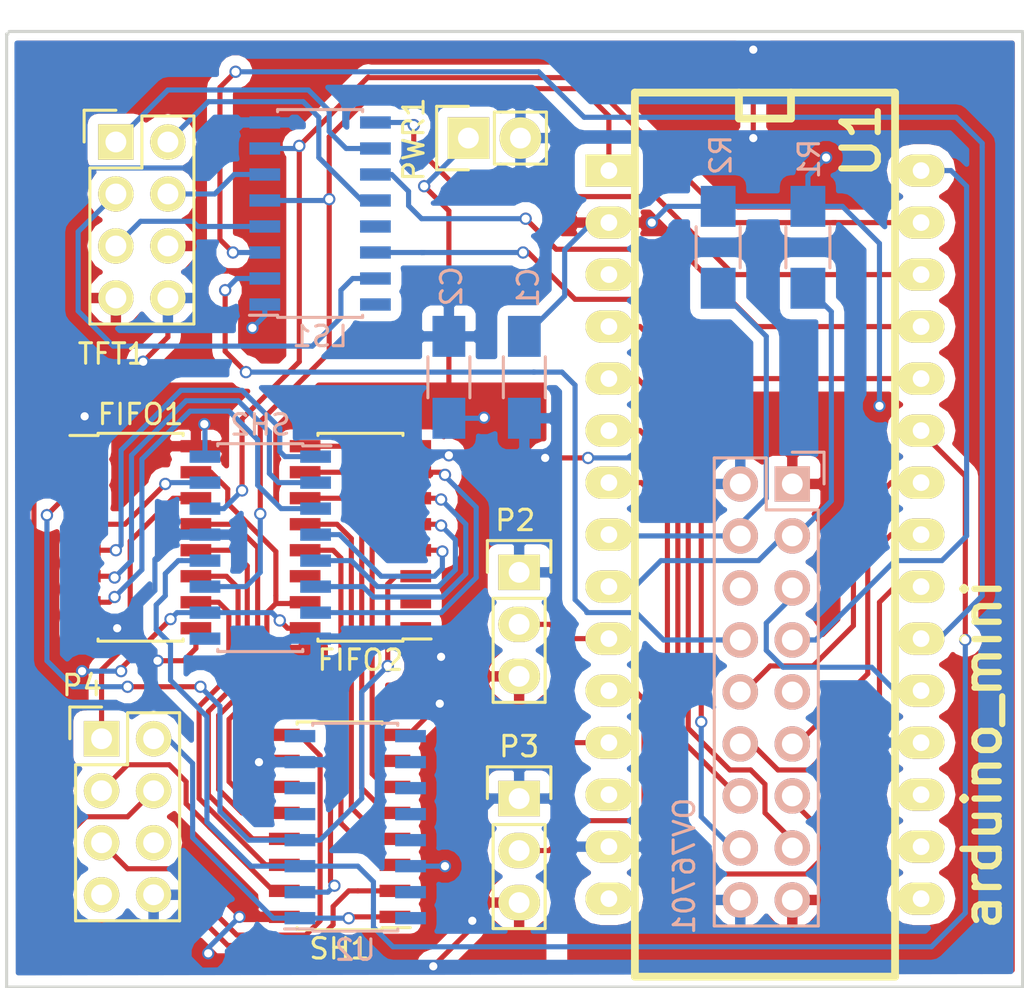
<source format=kicad_pcb>
(kicad_pcb (version 4) (host pcbnew 4.0.2-stable)

  (general
    (links 97)
    (no_connects 0)
    (area 130.718167 84.545951 180.859501 132.980501)
    (thickness 1.6)
    (drawings 5)
    (tracks 635)
    (zones 0)
    (modules 17)
    (nets 70)
  )

  (page A4)
  (layers
    (0 F.Cu signal)
    (31 B.Cu signal)
    (32 B.Adhes user)
    (33 F.Adhes user)
    (34 B.Paste user)
    (35 F.Paste user)
    (36 B.SilkS user)
    (37 F.SilkS user)
    (38 B.Mask user)
    (39 F.Mask user)
    (40 Dwgs.User user)
    (41 Cmts.User user)
    (42 Eco1.User user)
    (43 Eco2.User user)
    (44 Edge.Cuts user)
    (45 Margin user)
    (46 B.CrtYd user)
    (47 F.CrtYd user)
    (48 B.Fab user)
    (49 F.Fab user)
  )

  (setup
    (last_trace_width 0.25)
    (trace_clearance 0.2)
    (zone_clearance 0.508)
    (zone_45_only no)
    (trace_min 0.2)
    (segment_width 0.2)
    (edge_width 0.15)
    (via_size 0.6)
    (via_drill 0.4)
    (via_min_size 0.4)
    (via_min_drill 0.3)
    (uvia_size 0.3)
    (uvia_drill 0.1)
    (uvias_allowed no)
    (uvia_min_size 0.2)
    (uvia_min_drill 0.1)
    (pcb_text_width 0.3)
    (pcb_text_size 1.5 1.5)
    (mod_edge_width 0.15)
    (mod_text_size 1 1)
    (mod_text_width 0.15)
    (pad_size 1.524 1.524)
    (pad_drill 0.762)
    (pad_to_mask_clearance 0.2)
    (aux_axis_origin 0 0)
    (visible_elements 7FFEFFFF)
    (pcbplotparams
      (layerselection 0x010f0_80000001)
      (usegerberextensions true)
      (excludeedgelayer true)
      (linewidth 0.100000)
      (plotframeref false)
      (viasonmask false)
      (mode 1)
      (useauxorigin false)
      (hpglpennumber 1)
      (hpglpenspeed 20)
      (hpglpendiameter 15)
      (hpglpenoverlay 2)
      (psnegative false)
      (psa4output false)
      (plotreference true)
      (plotvalue true)
      (plotinvisibletext false)
      (padsonsilk false)
      (subtractmaskfromsilk false)
      (outputformat 1)
      (mirror false)
      (drillshape 0)
      (scaleselection 1)
      (outputdirectory gerber/))
  )

  (net 0 "")
  (net 1 GND)
  (net 2 "Net-(C1-Pad2)")
  (net 3 +5V)
  (net 4 "Net-(FIFO1-Pad2)")
  (net 5 "Net-(FIFO1-Pad3)")
  (net 6 "Net-(FIFO1-Pad4)")
  (net 7 "Net-(FIFO1-Pad5)")
  (net 8 "Net-(FIFO1-Pad6)")
  (net 9 "Net-(FIFO1-Pad7)")
  (net 10 "Net-(FIFO1-Pad10)")
  (net 11 "Net-(FIFO1-Pad11)")
  (net 12 "Net-(FIFO1-Pad12)")
  (net 13 "Net-(FIFO1-Pad13)")
  (net 14 "Net-(FIFO1-Pad14)")
  (net 15 "Net-(FIFO1-Pad15)")
  (net 16 "Net-(FIFO2-Pad2)")
  (net 17 "Net-(FIFO2-Pad4)")
  (net 18 "Net-(FIFO2-Pad5)")
  (net 19 "Net-(FIFO2-Pad6)")
  (net 20 "Net-(FIFO2-Pad7)")
  (net 21 "Net-(FIFO2-Pad10)")
  (net 22 "Net-(FIFO2-Pad11)")
  (net 23 "Net-(FIFO2-Pad12)")
  (net 24 "Net-(FIFO2-Pad13)")
  (net 25 "Net-(FIFO2-Pad14)")
  (net 26 "Net-(LS1-Pad2)")
  (net 27 "Net-(LS1-Pad3)")
  (net 28 "Net-(LS1-Pad4)")
  (net 29 Arduino_SPI_Clock)
  (net 30 "Net-(LS1-Pad6)")
  (net 31 Arduinio_SPI_Data)
  (net 32 "Net-(LS1-Pad9)")
  (net 33 "Net-(LS1-Pad10)")
  (net 34 "Net-(LS1-Pad11)")
  (net 35 "Net-(LS1-Pad12)")
  (net 36 "Net-(LS1-Pad13)")
  (net 37 "Net-(LS1-Pad14)")
  (net 38 "Net-(LS1-Pad15)")
  (net 39 "Net-(LS1-Pad16)")
  (net 40 "Net-(OV76701-Pad3)")
  (net 41 "Net-(OV76701-Pad4)")
  (net 42 "Net-(OV76701-Pad5)")
  (net 43 "Net-(OV76701-Pad6)")
  (net 44 "Net-(OV76701-Pad7)")
  (net 45 "Net-(OV76701-Pad9)")
  (net 46 Pixel_D6)
  (net 47 Pixel_D5)
  (net 48 Pixel_D4)
  (net 49 Pixel_D3)
  (net 50 Pixel_D2)
  (net 51 Pixel_D1)
  (net 52 Pixel_D0)
  (net 53 "Net-(P2-Pad2)")
  (net 54 "Net-(P3-Pad2)")
  (net 55 "Net-(P4-Pad2)")
  (net 56 "Net-(P4-Pad3)")
  (net 57 "Net-(P4-Pad4)")
  (net 58 "Net-(P4-Pad5)")
  (net 59 "Net-(P4-Pad6)")
  (net 60 "Net-(P4-Pad7)")
  (net 61 "Net-(SH1-Pad7)")
  (net 62 "Net-(SH2-Pad9)")
  (net 63 Arduino_P7)
  (net 64 "Net-(U1-Pad3)")
  (net 65 "Net-(U1-Pad13)")
  (net 66 "Net-(U1-Pad15)")
  (net 67 "Net-(U1-Pad16)")
  (net 68 "Net-(U1-Pad17)")
  (net 69 "Net-(U1-Pad18)")

  (net_class Default "This is the default net class."
    (clearance 0.2)
    (trace_width 0.25)
    (via_dia 0.6)
    (via_drill 0.4)
    (uvia_dia 0.3)
    (uvia_drill 0.1)
    (add_net +5V)
    (add_net Arduinio_SPI_Data)
    (add_net Arduino_P7)
    (add_net Arduino_SPI_Clock)
    (add_net GND)
    (add_net "Net-(C1-Pad2)")
    (add_net "Net-(FIFO1-Pad10)")
    (add_net "Net-(FIFO1-Pad11)")
    (add_net "Net-(FIFO1-Pad12)")
    (add_net "Net-(FIFO1-Pad13)")
    (add_net "Net-(FIFO1-Pad14)")
    (add_net "Net-(FIFO1-Pad15)")
    (add_net "Net-(FIFO1-Pad2)")
    (add_net "Net-(FIFO1-Pad3)")
    (add_net "Net-(FIFO1-Pad4)")
    (add_net "Net-(FIFO1-Pad5)")
    (add_net "Net-(FIFO1-Pad6)")
    (add_net "Net-(FIFO1-Pad7)")
    (add_net "Net-(FIFO2-Pad10)")
    (add_net "Net-(FIFO2-Pad11)")
    (add_net "Net-(FIFO2-Pad12)")
    (add_net "Net-(FIFO2-Pad13)")
    (add_net "Net-(FIFO2-Pad14)")
    (add_net "Net-(FIFO2-Pad2)")
    (add_net "Net-(FIFO2-Pad4)")
    (add_net "Net-(FIFO2-Pad5)")
    (add_net "Net-(FIFO2-Pad6)")
    (add_net "Net-(FIFO2-Pad7)")
    (add_net "Net-(LS1-Pad10)")
    (add_net "Net-(LS1-Pad11)")
    (add_net "Net-(LS1-Pad12)")
    (add_net "Net-(LS1-Pad13)")
    (add_net "Net-(LS1-Pad14)")
    (add_net "Net-(LS1-Pad15)")
    (add_net "Net-(LS1-Pad16)")
    (add_net "Net-(LS1-Pad2)")
    (add_net "Net-(LS1-Pad3)")
    (add_net "Net-(LS1-Pad4)")
    (add_net "Net-(LS1-Pad6)")
    (add_net "Net-(LS1-Pad9)")
    (add_net "Net-(OV76701-Pad3)")
    (add_net "Net-(OV76701-Pad4)")
    (add_net "Net-(OV76701-Pad5)")
    (add_net "Net-(OV76701-Pad6)")
    (add_net "Net-(OV76701-Pad7)")
    (add_net "Net-(OV76701-Pad9)")
    (add_net "Net-(P2-Pad2)")
    (add_net "Net-(P3-Pad2)")
    (add_net "Net-(P4-Pad2)")
    (add_net "Net-(P4-Pad3)")
    (add_net "Net-(P4-Pad4)")
    (add_net "Net-(P4-Pad5)")
    (add_net "Net-(P4-Pad6)")
    (add_net "Net-(P4-Pad7)")
    (add_net "Net-(SH1-Pad7)")
    (add_net "Net-(SH2-Pad9)")
    (add_net "Net-(U1-Pad13)")
    (add_net "Net-(U1-Pad15)")
    (add_net "Net-(U1-Pad16)")
    (add_net "Net-(U1-Pad17)")
    (add_net "Net-(U1-Pad18)")
    (add_net "Net-(U1-Pad3)")
    (add_net Pixel_D0)
    (add_net Pixel_D1)
    (add_net Pixel_D2)
    (add_net Pixel_D3)
    (add_net Pixel_D4)
    (add_net Pixel_D5)
    (add_net Pixel_D6)
  )

  (module Housings_SOIC:SOIC-16_3.9x9.9mm_Pitch1.27mm (layer F.Cu) (tedit 54130A77) (tstamp 573889BF)
    (at 137.7315 110.9345)
    (descr "16-Lead Plastic Small Outline (SL) - Narrow, 3.90 mm Body [SOIC] (see Microchip Packaging Specification 00000049BS.pdf)")
    (tags "SOIC 1.27")
    (path /57386CF5)
    (attr smd)
    (fp_text reference FIFO1 (at 0 -6) (layer F.SilkS)
      (effects (font (size 1 1) (thickness 0.15)))
    )
    (fp_text value fifo_74HC40105 (at 0 6) (layer F.Fab)
      (effects (font (size 1 1) (thickness 0.15)))
    )
    (fp_line (start -3.7 -5.25) (end -3.7 5.25) (layer F.CrtYd) (width 0.05))
    (fp_line (start 3.7 -5.25) (end 3.7 5.25) (layer F.CrtYd) (width 0.05))
    (fp_line (start -3.7 -5.25) (end 3.7 -5.25) (layer F.CrtYd) (width 0.05))
    (fp_line (start -3.7 5.25) (end 3.7 5.25) (layer F.CrtYd) (width 0.05))
    (fp_line (start -2.075 -5.075) (end -2.075 -4.97) (layer F.SilkS) (width 0.15))
    (fp_line (start 2.075 -5.075) (end 2.075 -4.97) (layer F.SilkS) (width 0.15))
    (fp_line (start 2.075 5.075) (end 2.075 4.97) (layer F.SilkS) (width 0.15))
    (fp_line (start -2.075 5.075) (end -2.075 4.97) (layer F.SilkS) (width 0.15))
    (fp_line (start -2.075 -5.075) (end 2.075 -5.075) (layer F.SilkS) (width 0.15))
    (fp_line (start -2.075 5.075) (end 2.075 5.075) (layer F.SilkS) (width 0.15))
    (fp_line (start -2.075 -4.97) (end -3.45 -4.97) (layer F.SilkS) (width 0.15))
    (pad 1 smd rect (at -2.7 -4.445) (size 1.5 0.6) (layers F.Cu F.Paste F.Mask)
      (net 1 GND))
    (pad 2 smd rect (at -2.7 -3.175) (size 1.5 0.6) (layers F.Cu F.Paste F.Mask)
      (net 4 "Net-(FIFO1-Pad2)"))
    (pad 3 smd rect (at -2.7 -1.905) (size 1.5 0.6) (layers F.Cu F.Paste F.Mask)
      (net 5 "Net-(FIFO1-Pad3)"))
    (pad 4 smd rect (at -2.7 -0.635) (size 1.5 0.6) (layers F.Cu F.Paste F.Mask)
      (net 6 "Net-(FIFO1-Pad4)"))
    (pad 5 smd rect (at -2.7 0.635) (size 1.5 0.6) (layers F.Cu F.Paste F.Mask)
      (net 7 "Net-(FIFO1-Pad5)"))
    (pad 6 smd rect (at -2.7 1.905) (size 1.5 0.6) (layers F.Cu F.Paste F.Mask)
      (net 8 "Net-(FIFO1-Pad6)"))
    (pad 7 smd rect (at -2.7 3.175) (size 1.5 0.6) (layers F.Cu F.Paste F.Mask)
      (net 9 "Net-(FIFO1-Pad7)"))
    (pad 8 smd rect (at -2.7 4.445) (size 1.5 0.6) (layers F.Cu F.Paste F.Mask)
      (net 1 GND))
    (pad 9 smd rect (at 2.7 4.445) (size 1.5 0.6) (layers F.Cu F.Paste F.Mask)
      (net 1 GND))
    (pad 10 smd rect (at 2.7 3.175) (size 1.5 0.6) (layers F.Cu F.Paste F.Mask)
      (net 10 "Net-(FIFO1-Pad10)"))
    (pad 11 smd rect (at 2.7 1.905) (size 1.5 0.6) (layers F.Cu F.Paste F.Mask)
      (net 11 "Net-(FIFO1-Pad11)"))
    (pad 12 smd rect (at 2.7 0.635) (size 1.5 0.6) (layers F.Cu F.Paste F.Mask)
      (net 12 "Net-(FIFO1-Pad12)"))
    (pad 13 smd rect (at 2.7 -0.635) (size 1.5 0.6) (layers F.Cu F.Paste F.Mask)
      (net 13 "Net-(FIFO1-Pad13)"))
    (pad 14 smd rect (at 2.7 -1.905) (size 1.5 0.6) (layers F.Cu F.Paste F.Mask)
      (net 14 "Net-(FIFO1-Pad14)"))
    (pad 15 smd rect (at 2.7 -3.175) (size 1.5 0.6) (layers F.Cu F.Paste F.Mask)
      (net 15 "Net-(FIFO1-Pad15)"))
    (pad 16 smd rect (at 2.7 -4.445) (size 1.5 0.6) (layers F.Cu F.Paste F.Mask)
      (net 3 +5V))
    (model Housings_SOIC.3dshapes/SOIC-16_3.9x9.9mm_Pitch1.27mm.wrl
      (at (xyz 0 0 0))
      (scale (xyz 1 1 1))
      (rotate (xyz 0 0 0))
    )
  )

  (module Capacitors_SMD:C_1206_HandSoldering (layer B.Cu) (tedit 5738ECF5) (tstamp 573889A5)
    (at 156.464 103.124 90)
    (descr "Capacitor SMD 1206, hand soldering")
    (tags "capacitor 1206")
    (path /5734C51F)
    (attr smd)
    (fp_text reference C1 (at 4.3815 0.1905 90) (layer B.SilkS)
      (effects (font (size 1 1) (thickness 0.15)) (justify mirror))
    )
    (fp_text value 0.1uF (at 0 -2.3 90) (layer B.Fab)
      (effects (font (size 1 1) (thickness 0.15)) (justify mirror))
    )
    (fp_line (start -3.3 1.15) (end 3.3 1.15) (layer B.CrtYd) (width 0.05))
    (fp_line (start -3.3 -1.15) (end 3.3 -1.15) (layer B.CrtYd) (width 0.05))
    (fp_line (start -3.3 1.15) (end -3.3 -1.15) (layer B.CrtYd) (width 0.05))
    (fp_line (start 3.3 1.15) (end 3.3 -1.15) (layer B.CrtYd) (width 0.05))
    (fp_line (start 1 1.025) (end -1 1.025) (layer B.SilkS) (width 0.15))
    (fp_line (start -1 -1.025) (end 1 -1.025) (layer B.SilkS) (width 0.15))
    (pad 1 smd rect (at -2 0 90) (size 2 1.6) (layers B.Cu B.Paste B.Mask)
      (net 1 GND))
    (pad 2 smd rect (at 2 0 90) (size 2 1.6) (layers B.Cu B.Paste B.Mask)
      (net 2 "Net-(C1-Pad2)"))
    (model Capacitors_SMD.3dshapes/C_1206_HandSoldering.wrl
      (at (xyz 0 0 0))
      (scale (xyz 1 1 1))
      (rotate (xyz 0 0 0))
    )
  )

  (module Capacitors_SMD:C_1206_HandSoldering (layer B.Cu) (tedit 5738ECFC) (tstamp 573889AB)
    (at 152.781 103.124 90)
    (descr "Capacitor SMD 1206, hand soldering")
    (tags "capacitor 1206")
    (path /573903B5)
    (attr smd)
    (fp_text reference C2 (at 4.445 0.127 90) (layer B.SilkS)
      (effects (font (size 1 1) (thickness 0.15)) (justify mirror))
    )
    (fp_text value 1uF (at 0 -2.3 90) (layer B.Fab)
      (effects (font (size 1 1) (thickness 0.15)) (justify mirror))
    )
    (fp_line (start -3.3 1.15) (end 3.3 1.15) (layer B.CrtYd) (width 0.05))
    (fp_line (start -3.3 -1.15) (end 3.3 -1.15) (layer B.CrtYd) (width 0.05))
    (fp_line (start -3.3 1.15) (end -3.3 -1.15) (layer B.CrtYd) (width 0.05))
    (fp_line (start 3.3 1.15) (end 3.3 -1.15) (layer B.CrtYd) (width 0.05))
    (fp_line (start 1 1.025) (end -1 1.025) (layer B.SilkS) (width 0.15))
    (fp_line (start -1 -1.025) (end 1 -1.025) (layer B.SilkS) (width 0.15))
    (pad 1 smd rect (at -2 0 90) (size 2 1.6) (layers B.Cu B.Paste B.Mask)
      (net 3 +5V))
    (pad 2 smd rect (at 2 0 90) (size 2 1.6) (layers B.Cu B.Paste B.Mask)
      (net 1 GND))
    (model Capacitors_SMD.3dshapes/C_1206_HandSoldering.wrl
      (at (xyz 0 0 0))
      (scale (xyz 1 1 1))
      (rotate (xyz 0 0 0))
    )
  )

  (module Housings_SOIC:SOIC-16_3.9x9.9mm_Pitch1.27mm (layer F.Cu) (tedit 54130A77) (tstamp 573889D3)
    (at 148.463 110.9345 180)
    (descr "16-Lead Plastic Small Outline (SL) - Narrow, 3.90 mm Body [SOIC] (see Microchip Packaging Specification 00000049BS.pdf)")
    (tags "SOIC 1.27")
    (path /57386D44)
    (attr smd)
    (fp_text reference FIFO2 (at 0 -6 180) (layer F.SilkS)
      (effects (font (size 1 1) (thickness 0.15)))
    )
    (fp_text value fifo_74HC40105 (at 0 6 180) (layer F.Fab)
      (effects (font (size 1 1) (thickness 0.15)))
    )
    (fp_line (start -3.7 -5.25) (end -3.7 5.25) (layer F.CrtYd) (width 0.05))
    (fp_line (start 3.7 -5.25) (end 3.7 5.25) (layer F.CrtYd) (width 0.05))
    (fp_line (start -3.7 -5.25) (end 3.7 -5.25) (layer F.CrtYd) (width 0.05))
    (fp_line (start -3.7 5.25) (end 3.7 5.25) (layer F.CrtYd) (width 0.05))
    (fp_line (start -2.075 -5.075) (end -2.075 -4.97) (layer F.SilkS) (width 0.15))
    (fp_line (start 2.075 -5.075) (end 2.075 -4.97) (layer F.SilkS) (width 0.15))
    (fp_line (start 2.075 5.075) (end 2.075 4.97) (layer F.SilkS) (width 0.15))
    (fp_line (start -2.075 5.075) (end -2.075 4.97) (layer F.SilkS) (width 0.15))
    (fp_line (start -2.075 -5.075) (end 2.075 -5.075) (layer F.SilkS) (width 0.15))
    (fp_line (start -2.075 5.075) (end 2.075 5.075) (layer F.SilkS) (width 0.15))
    (fp_line (start -2.075 -4.97) (end -3.45 -4.97) (layer F.SilkS) (width 0.15))
    (pad 1 smd rect (at -2.7 -4.445 180) (size 1.5 0.6) (layers F.Cu F.Paste F.Mask)
      (net 1 GND))
    (pad 2 smd rect (at -2.7 -3.175 180) (size 1.5 0.6) (layers F.Cu F.Paste F.Mask)
      (net 16 "Net-(FIFO2-Pad2)"))
    (pad 3 smd rect (at -2.7 -1.905 180) (size 1.5 0.6) (layers F.Cu F.Paste F.Mask)
      (net 5 "Net-(FIFO1-Pad3)"))
    (pad 4 smd rect (at -2.7 -0.635 180) (size 1.5 0.6) (layers F.Cu F.Paste F.Mask)
      (net 17 "Net-(FIFO2-Pad4)"))
    (pad 5 smd rect (at -2.7 0.635 180) (size 1.5 0.6) (layers F.Cu F.Paste F.Mask)
      (net 18 "Net-(FIFO2-Pad5)"))
    (pad 6 smd rect (at -2.7 1.905 180) (size 1.5 0.6) (layers F.Cu F.Paste F.Mask)
      (net 19 "Net-(FIFO2-Pad6)"))
    (pad 7 smd rect (at -2.7 3.175 180) (size 1.5 0.6) (layers F.Cu F.Paste F.Mask)
      (net 20 "Net-(FIFO2-Pad7)"))
    (pad 8 smd rect (at -2.7 4.445 180) (size 1.5 0.6) (layers F.Cu F.Paste F.Mask)
      (net 1 GND))
    (pad 9 smd rect (at 2.7 4.445 180) (size 1.5 0.6) (layers F.Cu F.Paste F.Mask)
      (net 1 GND))
    (pad 10 smd rect (at 2.7 3.175 180) (size 1.5 0.6) (layers F.Cu F.Paste F.Mask)
      (net 21 "Net-(FIFO2-Pad10)"))
    (pad 11 smd rect (at 2.7 1.905 180) (size 1.5 0.6) (layers F.Cu F.Paste F.Mask)
      (net 22 "Net-(FIFO2-Pad11)"))
    (pad 12 smd rect (at 2.7 0.635 180) (size 1.5 0.6) (layers F.Cu F.Paste F.Mask)
      (net 23 "Net-(FIFO2-Pad12)"))
    (pad 13 smd rect (at 2.7 -0.635 180) (size 1.5 0.6) (layers F.Cu F.Paste F.Mask)
      (net 24 "Net-(FIFO2-Pad13)"))
    (pad 14 smd rect (at 2.7 -1.905 180) (size 1.5 0.6) (layers F.Cu F.Paste F.Mask)
      (net 25 "Net-(FIFO2-Pad14)"))
    (pad 15 smd rect (at 2.7 -3.175 180) (size 1.5 0.6) (layers F.Cu F.Paste F.Mask)
      (net 15 "Net-(FIFO1-Pad15)"))
    (pad 16 smd rect (at 2.7 -4.445 180) (size 1.5 0.6) (layers F.Cu F.Paste F.Mask)
      (net 3 +5V))
    (model Housings_SOIC.3dshapes/SOIC-16_3.9x9.9mm_Pitch1.27mm.wrl
      (at (xyz 0 0 0))
      (scale (xyz 1 1 1))
      (rotate (xyz 0 0 0))
    )
  )

  (module Housings_SOIC:SOIC-16_3.9x9.9mm_Pitch1.27mm (layer B.Cu) (tedit 54130A77) (tstamp 573889E7)
    (at 146.4945 95.123)
    (descr "16-Lead Plastic Small Outline (SL) - Narrow, 3.90 mm Body [SOIC] (see Microchip Packaging Specification 00000049BS.pdf)")
    (tags "SOIC 1.27")
    (path /573372B0)
    (attr smd)
    (fp_text reference LS1 (at 0 6) (layer B.SilkS)
      (effects (font (size 1 1) (thickness 0.15)) (justify mirror))
    )
    (fp_text value LevelShifter_74HC4050D (at 0 -6) (layer B.Fab)
      (effects (font (size 1 1) (thickness 0.15)) (justify mirror))
    )
    (fp_line (start -3.7 5.25) (end -3.7 -5.25) (layer B.CrtYd) (width 0.05))
    (fp_line (start 3.7 5.25) (end 3.7 -5.25) (layer B.CrtYd) (width 0.05))
    (fp_line (start -3.7 5.25) (end 3.7 5.25) (layer B.CrtYd) (width 0.05))
    (fp_line (start -3.7 -5.25) (end 3.7 -5.25) (layer B.CrtYd) (width 0.05))
    (fp_line (start -2.075 5.075) (end -2.075 4.97) (layer B.SilkS) (width 0.15))
    (fp_line (start 2.075 5.075) (end 2.075 4.97) (layer B.SilkS) (width 0.15))
    (fp_line (start 2.075 -5.075) (end 2.075 -4.97) (layer B.SilkS) (width 0.15))
    (fp_line (start -2.075 -5.075) (end -2.075 -4.97) (layer B.SilkS) (width 0.15))
    (fp_line (start -2.075 5.075) (end 2.075 5.075) (layer B.SilkS) (width 0.15))
    (fp_line (start -2.075 -5.075) (end 2.075 -5.075) (layer B.SilkS) (width 0.15))
    (fp_line (start -2.075 4.97) (end -3.45 4.97) (layer B.SilkS) (width 0.15))
    (pad 1 smd rect (at -2.7 4.445) (size 1.5 0.6) (layers B.Cu B.Paste B.Mask)
      (net 2 "Net-(C1-Pad2)"))
    (pad 2 smd rect (at -2.7 3.175) (size 1.5 0.6) (layers B.Cu B.Paste B.Mask)
      (net 26 "Net-(LS1-Pad2)"))
    (pad 3 smd rect (at -2.7 1.905) (size 1.5 0.6) (layers B.Cu B.Paste B.Mask)
      (net 27 "Net-(LS1-Pad3)"))
    (pad 4 smd rect (at -2.7 0.635) (size 1.5 0.6) (layers B.Cu B.Paste B.Mask)
      (net 28 "Net-(LS1-Pad4)"))
    (pad 5 smd rect (at -2.7 -0.635) (size 1.5 0.6) (layers B.Cu B.Paste B.Mask)
      (net 29 Arduino_SPI_Clock))
    (pad 6 smd rect (at -2.7 -1.905) (size 1.5 0.6) (layers B.Cu B.Paste B.Mask)
      (net 30 "Net-(LS1-Pad6)"))
    (pad 7 smd rect (at -2.7 -3.175) (size 1.5 0.6) (layers B.Cu B.Paste B.Mask)
      (net 31 Arduinio_SPI_Data))
    (pad 8 smd rect (at -2.7 -4.445) (size 1.5 0.6) (layers B.Cu B.Paste B.Mask)
      (net 1 GND))
    (pad 9 smd rect (at 2.7 -4.445) (size 1.5 0.6) (layers B.Cu B.Paste B.Mask)
      (net 32 "Net-(LS1-Pad9)"))
    (pad 10 smd rect (at 2.7 -3.175) (size 1.5 0.6) (layers B.Cu B.Paste B.Mask)
      (net 33 "Net-(LS1-Pad10)"))
    (pad 11 smd rect (at 2.7 -1.905) (size 1.5 0.6) (layers B.Cu B.Paste B.Mask)
      (net 34 "Net-(LS1-Pad11)"))
    (pad 12 smd rect (at 2.7 -0.635) (size 1.5 0.6) (layers B.Cu B.Paste B.Mask)
      (net 35 "Net-(LS1-Pad12)"))
    (pad 13 smd rect (at 2.7 0.635) (size 1.5 0.6) (layers B.Cu B.Paste B.Mask)
      (net 36 "Net-(LS1-Pad13)"))
    (pad 14 smd rect (at 2.7 1.905) (size 1.5 0.6) (layers B.Cu B.Paste B.Mask)
      (net 37 "Net-(LS1-Pad14)"))
    (pad 15 smd rect (at 2.7 3.175) (size 1.5 0.6) (layers B.Cu B.Paste B.Mask)
      (net 38 "Net-(LS1-Pad15)"))
    (pad 16 smd rect (at 2.7 4.445) (size 1.5 0.6) (layers B.Cu B.Paste B.Mask)
      (net 39 "Net-(LS1-Pad16)"))
    (model Housings_SOIC.3dshapes/SOIC-16_3.9x9.9mm_Pitch1.27mm.wrl
      (at (xyz 0 0 0))
      (scale (xyz 1 1 1))
      (rotate (xyz 0 0 0))
    )
  )

  (module Pin_Headers:Pin_Header_Straight_2x09 (layer B.Cu) (tedit 5738933F) (tstamp 573889FD)
    (at 169.545 108.331 180)
    (descr "Through hole pin header")
    (tags "pin header")
    (path /57336349)
    (fp_text reference OV76701 (at 5.2705 -18.669 270) (layer B.SilkS)
      (effects (font (size 1 1) (thickness 0.15)) (justify mirror))
    )
    (fp_text value Camera_OV7670 (at 0 3.1 180) (layer B.Fab)
      (effects (font (size 1 1) (thickness 0.15)) (justify mirror))
    )
    (fp_line (start -1.75 1.75) (end -1.75 -22.1) (layer B.CrtYd) (width 0.05))
    (fp_line (start 4.3 1.75) (end 4.3 -22.1) (layer B.CrtYd) (width 0.05))
    (fp_line (start -1.75 1.75) (end 4.3 1.75) (layer B.CrtYd) (width 0.05))
    (fp_line (start -1.75 -22.1) (end 4.3 -22.1) (layer B.CrtYd) (width 0.05))
    (fp_line (start 3.81 -21.59) (end 3.81 1.27) (layer B.SilkS) (width 0.15))
    (fp_line (start -1.27 -1.27) (end -1.27 -21.59) (layer B.SilkS) (width 0.15))
    (fp_line (start 3.81 -21.59) (end -1.27 -21.59) (layer B.SilkS) (width 0.15))
    (fp_line (start 3.81 1.27) (end 1.27 1.27) (layer B.SilkS) (width 0.15))
    (fp_line (start 0 1.55) (end -1.55 1.55) (layer B.SilkS) (width 0.15))
    (fp_line (start 1.27 1.27) (end 1.27 -1.27) (layer B.SilkS) (width 0.15))
    (fp_line (start 1.27 -1.27) (end -1.27 -1.27) (layer B.SilkS) (width 0.15))
    (fp_line (start -1.55 1.55) (end -1.55 0) (layer B.SilkS) (width 0.15))
    (pad 1 thru_hole rect (at 0 0 180) (size 1.7272 1.7272) (drill 1.016) (layers *.Cu *.Mask B.SilkS)
      (net 2 "Net-(C1-Pad2)"))
    (pad 2 thru_hole oval (at 2.54 0 180) (size 1.7272 1.7272) (drill 1.016) (layers *.Cu *.Mask B.SilkS)
      (net 1 GND))
    (pad 3 thru_hole oval (at 0 -2.54 180) (size 1.7272 1.7272) (drill 1.016) (layers *.Cu *.Mask B.SilkS)
      (net 40 "Net-(OV76701-Pad3)"))
    (pad 4 thru_hole oval (at 2.54 -2.54 180) (size 1.7272 1.7272) (drill 1.016) (layers *.Cu *.Mask B.SilkS)
      (net 41 "Net-(OV76701-Pad4)"))
    (pad 5 thru_hole oval (at 0 -5.08 180) (size 1.7272 1.7272) (drill 1.016) (layers *.Cu *.Mask B.SilkS)
      (net 42 "Net-(OV76701-Pad5)"))
    (pad 6 thru_hole oval (at 2.54 -5.08 180) (size 1.7272 1.7272) (drill 1.016) (layers *.Cu *.Mask B.SilkS)
      (net 43 "Net-(OV76701-Pad6)"))
    (pad 7 thru_hole oval (at 0 -7.62 180) (size 1.7272 1.7272) (drill 1.016) (layers *.Cu *.Mask B.SilkS)
      (net 44 "Net-(OV76701-Pad7)"))
    (pad 8 thru_hole oval (at 2.54 -7.62 180) (size 1.7272 1.7272) (drill 1.016) (layers *.Cu *.Mask B.SilkS)
      (net 26 "Net-(LS1-Pad2)"))
    (pad 9 thru_hole oval (at 0 -10.16 180) (size 1.7272 1.7272) (drill 1.016) (layers *.Cu *.Mask B.SilkS)
      (net 45 "Net-(OV76701-Pad9)"))
    (pad 10 thru_hole oval (at 2.54 -10.16 180) (size 1.7272 1.7272) (drill 1.016) (layers *.Cu *.Mask B.SilkS)
      (net 46 Pixel_D6))
    (pad 11 thru_hole oval (at 0 -12.7 180) (size 1.7272 1.7272) (drill 1.016) (layers *.Cu *.Mask B.SilkS)
      (net 47 Pixel_D5))
    (pad 12 thru_hole oval (at 2.54 -12.7 180) (size 1.7272 1.7272) (drill 1.016) (layers *.Cu *.Mask B.SilkS)
      (net 48 Pixel_D4))
    (pad 13 thru_hole oval (at 0 -15.24 180) (size 1.7272 1.7272) (drill 1.016) (layers *.Cu *.Mask B.SilkS)
      (net 49 Pixel_D3))
    (pad 14 thru_hole oval (at 2.54 -15.24 180) (size 1.7272 1.7272) (drill 1.016) (layers *.Cu *.Mask B.SilkS)
      (net 50 Pixel_D2))
    (pad 15 thru_hole oval (at 0 -17.78 180) (size 1.7272 1.7272) (drill 1.016) (layers *.Cu *.Mask B.SilkS)
      (net 51 Pixel_D1))
    (pad 16 thru_hole oval (at 2.54 -17.78 180) (size 1.7272 1.7272) (drill 1.016) (layers *.Cu *.Mask B.SilkS)
      (net 52 Pixel_D0))
    (pad 17 thru_hole oval (at 0 -20.32 180) (size 1.7272 1.7272) (drill 1.016) (layers *.Cu *.Mask B.SilkS)
      (net 2 "Net-(C1-Pad2)"))
    (pad 18 thru_hole oval (at 2.54 -20.32 180) (size 1.7272 1.7272) (drill 1.016) (layers *.Cu *.Mask B.SilkS)
      (net 1 GND))
    (model Pin_Headers.3dshapes/Pin_Header_Straight_2x09.wrl
      (at (xyz 0.05 -0.4 0))
      (scale (xyz 1 1 1))
      (rotate (xyz 0 0 90))
    )
  )

  (module Pin_Headers:Pin_Header_Straight_1x03 (layer F.Cu) (tedit 573892CA) (tstamp 57388A04)
    (at 156.21 112.649)
    (descr "Through hole pin header")
    (tags "pin header")
    (path /5734BB6C)
    (fp_text reference P2 (at -0.1905 -2.54) (layer F.SilkS)
      (effects (font (size 1 1) (thickness 0.15)))
    )
    (fp_text value CONN_01X03 (at 0 -3.1) (layer F.Fab)
      (effects (font (size 1 1) (thickness 0.15)))
    )
    (fp_line (start -1.75 -1.75) (end -1.75 6.85) (layer F.CrtYd) (width 0.05))
    (fp_line (start 1.75 -1.75) (end 1.75 6.85) (layer F.CrtYd) (width 0.05))
    (fp_line (start -1.75 -1.75) (end 1.75 -1.75) (layer F.CrtYd) (width 0.05))
    (fp_line (start -1.75 6.85) (end 1.75 6.85) (layer F.CrtYd) (width 0.05))
    (fp_line (start -1.27 1.27) (end -1.27 6.35) (layer F.SilkS) (width 0.15))
    (fp_line (start -1.27 6.35) (end 1.27 6.35) (layer F.SilkS) (width 0.15))
    (fp_line (start 1.27 6.35) (end 1.27 1.27) (layer F.SilkS) (width 0.15))
    (fp_line (start 1.55 -1.55) (end 1.55 0) (layer F.SilkS) (width 0.15))
    (fp_line (start 1.27 1.27) (end -1.27 1.27) (layer F.SilkS) (width 0.15))
    (fp_line (start -1.55 0) (end -1.55 -1.55) (layer F.SilkS) (width 0.15))
    (fp_line (start -1.55 -1.55) (end 1.55 -1.55) (layer F.SilkS) (width 0.15))
    (pad 1 thru_hole rect (at 0 0) (size 2.032 1.7272) (drill 1.016) (layers *.Cu *.Mask F.SilkS)
      (net 1 GND))
    (pad 2 thru_hole oval (at 0 2.54) (size 2.032 1.7272) (drill 1.016) (layers *.Cu *.Mask F.SilkS)
      (net 53 "Net-(P2-Pad2)"))
    (pad 3 thru_hole oval (at 0 5.08) (size 2.032 1.7272) (drill 1.016) (layers *.Cu *.Mask F.SilkS)
      (net 3 +5V))
    (model Pin_Headers.3dshapes/Pin_Header_Straight_1x03.wrl
      (at (xyz 0 -0.1 0))
      (scale (xyz 1 1 1))
      (rotate (xyz 0 0 90))
    )
  )

  (module Pin_Headers:Pin_Header_Straight_1x03 (layer F.Cu) (tedit 573892C8) (tstamp 57388A0B)
    (at 156.21 123.698)
    (descr "Through hole pin header")
    (tags "pin header")
    (path /5734BD03)
    (fp_text reference P3 (at 0 -2.54) (layer F.SilkS)
      (effects (font (size 1 1) (thickness 0.15)))
    )
    (fp_text value CONN_01X03 (at 0 -3.1) (layer F.Fab)
      (effects (font (size 1 1) (thickness 0.15)))
    )
    (fp_line (start -1.75 -1.75) (end -1.75 6.85) (layer F.CrtYd) (width 0.05))
    (fp_line (start 1.75 -1.75) (end 1.75 6.85) (layer F.CrtYd) (width 0.05))
    (fp_line (start -1.75 -1.75) (end 1.75 -1.75) (layer F.CrtYd) (width 0.05))
    (fp_line (start -1.75 6.85) (end 1.75 6.85) (layer F.CrtYd) (width 0.05))
    (fp_line (start -1.27 1.27) (end -1.27 6.35) (layer F.SilkS) (width 0.15))
    (fp_line (start -1.27 6.35) (end 1.27 6.35) (layer F.SilkS) (width 0.15))
    (fp_line (start 1.27 6.35) (end 1.27 1.27) (layer F.SilkS) (width 0.15))
    (fp_line (start 1.55 -1.55) (end 1.55 0) (layer F.SilkS) (width 0.15))
    (fp_line (start 1.27 1.27) (end -1.27 1.27) (layer F.SilkS) (width 0.15))
    (fp_line (start -1.55 0) (end -1.55 -1.55) (layer F.SilkS) (width 0.15))
    (fp_line (start -1.55 -1.55) (end 1.55 -1.55) (layer F.SilkS) (width 0.15))
    (pad 1 thru_hole rect (at 0 0) (size 2.032 1.7272) (drill 1.016) (layers *.Cu *.Mask F.SilkS)
      (net 1 GND))
    (pad 2 thru_hole oval (at 0 2.54) (size 2.032 1.7272) (drill 1.016) (layers *.Cu *.Mask F.SilkS)
      (net 54 "Net-(P3-Pad2)"))
    (pad 3 thru_hole oval (at 0 5.08) (size 2.032 1.7272) (drill 1.016) (layers *.Cu *.Mask F.SilkS)
      (net 3 +5V))
    (model Pin_Headers.3dshapes/Pin_Header_Straight_1x03.wrl
      (at (xyz 0 -0.1 0))
      (scale (xyz 1 1 1))
      (rotate (xyz 0 0 90))
    )
  )

  (module Pin_Headers:Pin_Header_Straight_2x04 (layer F.Cu) (tedit 57389304) (tstamp 57388A17)
    (at 135.8265 120.777)
    (descr "Through hole pin header")
    (tags "pin header")
    (path /573882A7)
    (fp_text reference P4 (at -0.9525 -2.6035) (layer F.SilkS)
      (effects (font (size 1 1) (thickness 0.15)))
    )
    (fp_text value CONN_01X08 (at 0 -3.1) (layer F.Fab)
      (effects (font (size 1 1) (thickness 0.15)))
    )
    (fp_line (start -1.75 -1.75) (end -1.75 9.4) (layer F.CrtYd) (width 0.05))
    (fp_line (start 4.3 -1.75) (end 4.3 9.4) (layer F.CrtYd) (width 0.05))
    (fp_line (start -1.75 -1.75) (end 4.3 -1.75) (layer F.CrtYd) (width 0.05))
    (fp_line (start -1.75 9.4) (end 4.3 9.4) (layer F.CrtYd) (width 0.05))
    (fp_line (start -1.27 1.27) (end -1.27 8.89) (layer F.SilkS) (width 0.15))
    (fp_line (start -1.27 8.89) (end 3.81 8.89) (layer F.SilkS) (width 0.15))
    (fp_line (start 3.81 8.89) (end 3.81 -1.27) (layer F.SilkS) (width 0.15))
    (fp_line (start 3.81 -1.27) (end 1.27 -1.27) (layer F.SilkS) (width 0.15))
    (fp_line (start 0 -1.55) (end -1.55 -1.55) (layer F.SilkS) (width 0.15))
    (fp_line (start 1.27 -1.27) (end 1.27 1.27) (layer F.SilkS) (width 0.15))
    (fp_line (start 1.27 1.27) (end -1.27 1.27) (layer F.SilkS) (width 0.15))
    (fp_line (start -1.55 -1.55) (end -1.55 0) (layer F.SilkS) (width 0.15))
    (pad 1 thru_hole rect (at 0 0) (size 1.7272 1.7272) (drill 1.016) (layers *.Cu *.Mask F.SilkS)
      (net 14 "Net-(FIFO1-Pad14)"))
    (pad 2 thru_hole oval (at 2.54 0) (size 1.7272 1.7272) (drill 1.016) (layers *.Cu *.Mask F.SilkS)
      (net 55 "Net-(P4-Pad2)"))
    (pad 3 thru_hole oval (at 0 2.54) (size 1.7272 1.7272) (drill 1.016) (layers *.Cu *.Mask F.SilkS)
      (net 56 "Net-(P4-Pad3)"))
    (pad 4 thru_hole oval (at 2.54 2.54) (size 1.7272 1.7272) (drill 1.016) (layers *.Cu *.Mask F.SilkS)
      (net 57 "Net-(P4-Pad4)"))
    (pad 5 thru_hole oval (at 0 5.08) (size 1.7272 1.7272) (drill 1.016) (layers *.Cu *.Mask F.SilkS)
      (net 58 "Net-(P4-Pad5)"))
    (pad 6 thru_hole oval (at 2.54 5.08) (size 1.7272 1.7272) (drill 1.016) (layers *.Cu *.Mask F.SilkS)
      (net 59 "Net-(P4-Pad6)"))
    (pad 7 thru_hole oval (at 0 7.62) (size 1.7272 1.7272) (drill 1.016) (layers *.Cu *.Mask F.SilkS)
      (net 60 "Net-(P4-Pad7)"))
    (pad 8 thru_hole oval (at 2.54 7.62) (size 1.7272 1.7272) (drill 1.016) (layers *.Cu *.Mask F.SilkS)
      (net 1 GND))
    (model Pin_Headers.3dshapes/Pin_Header_Straight_2x04.wrl
      (at (xyz 0.05 -0.15 0))
      (scale (xyz 1 1 1))
      (rotate (xyz 0 0 90))
    )
  )

  (module Resistors_SMD:R_1206_HandSoldering (layer B.Cu) (tedit 5738ED4B) (tstamp 57388A1D)
    (at 170.307 96.774 270)
    (descr "Resistor SMD 1206, hand soldering")
    (tags "resistor 1206")
    (path /57336A05)
    (attr smd)
    (fp_text reference R1 (at -4.318 -0.0635 270) (layer B.SilkS)
      (effects (font (size 1 1) (thickness 0.15)) (justify mirror))
    )
    (fp_text value 10k (at 0 -2.3 270) (layer B.Fab)
      (effects (font (size 1 1) (thickness 0.15)) (justify mirror))
    )
    (fp_line (start -3.3 1.2) (end 3.3 1.2) (layer B.CrtYd) (width 0.05))
    (fp_line (start -3.3 -1.2) (end 3.3 -1.2) (layer B.CrtYd) (width 0.05))
    (fp_line (start -3.3 1.2) (end -3.3 -1.2) (layer B.CrtYd) (width 0.05))
    (fp_line (start 3.3 1.2) (end 3.3 -1.2) (layer B.CrtYd) (width 0.05))
    (fp_line (start 1 -1.075) (end -1 -1.075) (layer B.SilkS) (width 0.15))
    (fp_line (start -1 1.075) (end 1 1.075) (layer B.SilkS) (width 0.15))
    (pad 1 smd rect (at -2 0 270) (size 2 1.7) (layers B.Cu B.Paste B.Mask)
      (net 2 "Net-(C1-Pad2)"))
    (pad 2 smd rect (at 2 0 270) (size 2 1.7) (layers B.Cu B.Paste B.Mask)
      (net 40 "Net-(OV76701-Pad3)"))
    (model Resistors_SMD.3dshapes/R_1206_HandSoldering.wrl
      (at (xyz 0 0 0))
      (scale (xyz 1 1 1))
      (rotate (xyz 0 0 0))
    )
  )

  (module Resistors_SMD:R_1206_HandSoldering (layer B.Cu) (tedit 5738ED50) (tstamp 57388A23)
    (at 165.9255 96.774 270)
    (descr "Resistor SMD 1206, hand soldering")
    (tags "resistor 1206")
    (path /57336A6C)
    (attr smd)
    (fp_text reference R2 (at -4.5085 -0.127 270) (layer B.SilkS)
      (effects (font (size 1 1) (thickness 0.15)) (justify mirror))
    )
    (fp_text value 10k (at 0 -2.3 270) (layer B.Fab)
      (effects (font (size 1 1) (thickness 0.15)) (justify mirror))
    )
    (fp_line (start -3.3 1.2) (end 3.3 1.2) (layer B.CrtYd) (width 0.05))
    (fp_line (start -3.3 -1.2) (end 3.3 -1.2) (layer B.CrtYd) (width 0.05))
    (fp_line (start -3.3 1.2) (end -3.3 -1.2) (layer B.CrtYd) (width 0.05))
    (fp_line (start 3.3 1.2) (end 3.3 -1.2) (layer B.CrtYd) (width 0.05))
    (fp_line (start 1 -1.075) (end -1 -1.075) (layer B.SilkS) (width 0.15))
    (fp_line (start -1 1.075) (end 1 1.075) (layer B.SilkS) (width 0.15))
    (pad 1 smd rect (at -2 0 270) (size 2 1.7) (layers B.Cu B.Paste B.Mask)
      (net 2 "Net-(C1-Pad2)"))
    (pad 2 smd rect (at 2 0 270) (size 2 1.7) (layers B.Cu B.Paste B.Mask)
      (net 41 "Net-(OV76701-Pad4)"))
    (model Resistors_SMD.3dshapes/R_1206_HandSoldering.wrl
      (at (xyz 0 0 0))
      (scale (xyz 1 1 1))
      (rotate (xyz 0 0 0))
    )
  )

  (module Housings_SOIC:SOIC-16_3.9x9.9mm_Pitch1.27mm (layer F.Cu) (tedit 54130A77) (tstamp 57388A37)
    (at 147.447 125.0315 180)
    (descr "16-Lead Plastic Small Outline (SL) - Narrow, 3.90 mm Body [SOIC] (see Microchip Packaging Specification 00000049BS.pdf)")
    (tags "SOIC 1.27")
    (path /5738668D)
    (attr smd)
    (fp_text reference SH1 (at 0 -6 180) (layer F.SilkS)
      (effects (font (size 1 1) (thickness 0.15)))
    )
    (fp_text value shiftregister_74HC165 (at 0 6 180) (layer F.Fab)
      (effects (font (size 1 1) (thickness 0.15)))
    )
    (fp_line (start -3.7 -5.25) (end -3.7 5.25) (layer F.CrtYd) (width 0.05))
    (fp_line (start 3.7 -5.25) (end 3.7 5.25) (layer F.CrtYd) (width 0.05))
    (fp_line (start -3.7 -5.25) (end 3.7 -5.25) (layer F.CrtYd) (width 0.05))
    (fp_line (start -3.7 5.25) (end 3.7 5.25) (layer F.CrtYd) (width 0.05))
    (fp_line (start -2.075 -5.075) (end -2.075 -4.97) (layer F.SilkS) (width 0.15))
    (fp_line (start 2.075 -5.075) (end 2.075 -4.97) (layer F.SilkS) (width 0.15))
    (fp_line (start 2.075 5.075) (end 2.075 4.97) (layer F.SilkS) (width 0.15))
    (fp_line (start -2.075 5.075) (end -2.075 4.97) (layer F.SilkS) (width 0.15))
    (fp_line (start -2.075 -5.075) (end 2.075 -5.075) (layer F.SilkS) (width 0.15))
    (fp_line (start -2.075 5.075) (end 2.075 5.075) (layer F.SilkS) (width 0.15))
    (fp_line (start -2.075 -4.97) (end -3.45 -4.97) (layer F.SilkS) (width 0.15))
    (pad 1 smd rect (at -2.7 -4.445 180) (size 1.5 0.6) (layers F.Cu F.Paste F.Mask)
      (net 55 "Net-(P4-Pad2)"))
    (pad 2 smd rect (at -2.7 -3.175 180) (size 1.5 0.6) (layers F.Cu F.Paste F.Mask)
      (net 57 "Net-(P4-Pad4)"))
    (pad 3 smd rect (at -2.7 -1.905 180) (size 1.5 0.6) (layers F.Cu F.Paste F.Mask)
      (net 24 "Net-(FIFO2-Pad13)"))
    (pad 4 smd rect (at -2.7 -0.635 180) (size 1.5 0.6) (layers F.Cu F.Paste F.Mask)
      (net 23 "Net-(FIFO2-Pad12)"))
    (pad 5 smd rect (at -2.7 0.635 180) (size 1.5 0.6) (layers F.Cu F.Paste F.Mask)
      (net 22 "Net-(FIFO2-Pad11)"))
    (pad 6 smd rect (at -2.7 1.905 180) (size 1.5 0.6) (layers F.Cu F.Paste F.Mask)
      (net 21 "Net-(FIFO2-Pad10)"))
    (pad 7 smd rect (at -2.7 3.175 180) (size 1.5 0.6) (layers F.Cu F.Paste F.Mask)
      (net 61 "Net-(SH1-Pad7)"))
    (pad 8 smd rect (at -2.7 4.445 180) (size 1.5 0.6) (layers F.Cu F.Paste F.Mask)
      (net 1 GND))
    (pad 9 smd rect (at 2.7 4.445 180) (size 1.5 0.6) (layers F.Cu F.Paste F.Mask)
      (net 58 "Net-(P4-Pad5)"))
    (pad 10 smd rect (at 2.7 3.175 180) (size 1.5 0.6) (layers F.Cu F.Paste F.Mask)
      (net 1 GND))
    (pad 11 smd rect (at 2.7 1.905 180) (size 1.5 0.6) (layers F.Cu F.Paste F.Mask)
      (net 13 "Net-(FIFO1-Pad13)"))
    (pad 12 smd rect (at 2.7 0.635 180) (size 1.5 0.6) (layers F.Cu F.Paste F.Mask)
      (net 12 "Net-(FIFO1-Pad12)"))
    (pad 13 smd rect (at 2.7 -0.635 180) (size 1.5 0.6) (layers F.Cu F.Paste F.Mask)
      (net 11 "Net-(FIFO1-Pad11)"))
    (pad 14 smd rect (at 2.7 -1.905 180) (size 1.5 0.6) (layers F.Cu F.Paste F.Mask)
      (net 10 "Net-(FIFO1-Pad10)"))
    (pad 15 smd rect (at 2.7 -3.175 180) (size 1.5 0.6) (layers F.Cu F.Paste F.Mask)
      (net 56 "Net-(P4-Pad3)"))
    (pad 16 smd rect (at 2.7 -4.445 180) (size 1.5 0.6) (layers F.Cu F.Paste F.Mask)
      (net 3 +5V))
    (model Housings_SOIC.3dshapes/SOIC-16_3.9x9.9mm_Pitch1.27mm.wrl
      (at (xyz 0 0 0))
      (scale (xyz 1 1 1))
      (rotate (xyz 0 0 0))
    )
  )

  (module Housings_SOIC:SOIC-16_3.9x9.9mm_Pitch1.27mm (layer B.Cu) (tedit 54130A77) (tstamp 57388A4B)
    (at 143.5735 111.4425 180)
    (descr "16-Lead Plastic Small Outline (SL) - Narrow, 3.90 mm Body [SOIC] (see Microchip Packaging Specification 00000049BS.pdf)")
    (tags "SOIC 1.27")
    (path /573892A7)
    (attr smd)
    (fp_text reference SH2 (at 0 6 180) (layer B.SilkS)
      (effects (font (size 1 1) (thickness 0.15)) (justify mirror))
    )
    (fp_text value shiftregister_74HC595 (at 0 -6 180) (layer B.Fab)
      (effects (font (size 1 1) (thickness 0.15)) (justify mirror))
    )
    (fp_line (start -3.7 5.25) (end -3.7 -5.25) (layer B.CrtYd) (width 0.05))
    (fp_line (start 3.7 5.25) (end 3.7 -5.25) (layer B.CrtYd) (width 0.05))
    (fp_line (start -3.7 5.25) (end 3.7 5.25) (layer B.CrtYd) (width 0.05))
    (fp_line (start -3.7 -5.25) (end 3.7 -5.25) (layer B.CrtYd) (width 0.05))
    (fp_line (start -2.075 5.075) (end -2.075 4.97) (layer B.SilkS) (width 0.15))
    (fp_line (start 2.075 5.075) (end 2.075 4.97) (layer B.SilkS) (width 0.15))
    (fp_line (start 2.075 -5.075) (end 2.075 -4.97) (layer B.SilkS) (width 0.15))
    (fp_line (start -2.075 -5.075) (end -2.075 -4.97) (layer B.SilkS) (width 0.15))
    (fp_line (start -2.075 5.075) (end 2.075 5.075) (layer B.SilkS) (width 0.15))
    (fp_line (start -2.075 -5.075) (end 2.075 -5.075) (layer B.SilkS) (width 0.15))
    (fp_line (start -2.075 4.97) (end -3.45 4.97) (layer B.SilkS) (width 0.15))
    (pad 1 smd rect (at -2.7 4.445 180) (size 1.5 0.6) (layers B.Cu B.Paste B.Mask)
      (net 7 "Net-(FIFO1-Pad5)"))
    (pad 2 smd rect (at -2.7 3.175 180) (size 1.5 0.6) (layers B.Cu B.Paste B.Mask)
      (net 8 "Net-(FIFO1-Pad6)"))
    (pad 3 smd rect (at -2.7 1.905 180) (size 1.5 0.6) (layers B.Cu B.Paste B.Mask)
      (net 9 "Net-(FIFO1-Pad7)"))
    (pad 4 smd rect (at -2.7 0.635 180) (size 1.5 0.6) (layers B.Cu B.Paste B.Mask)
      (net 17 "Net-(FIFO2-Pad4)"))
    (pad 5 smd rect (at -2.7 -0.635 180) (size 1.5 0.6) (layers B.Cu B.Paste B.Mask)
      (net 18 "Net-(FIFO2-Pad5)"))
    (pad 6 smd rect (at -2.7 -1.905 180) (size 1.5 0.6) (layers B.Cu B.Paste B.Mask)
      (net 19 "Net-(FIFO2-Pad6)"))
    (pad 7 smd rect (at -2.7 -3.175 180) (size 1.5 0.6) (layers B.Cu B.Paste B.Mask)
      (net 20 "Net-(FIFO2-Pad7)"))
    (pad 8 smd rect (at -2.7 -4.445 180) (size 1.5 0.6) (layers B.Cu B.Paste B.Mask)
      (net 1 GND))
    (pad 9 smd rect (at 2.7 -4.445 180) (size 1.5 0.6) (layers B.Cu B.Paste B.Mask)
      (net 62 "Net-(SH2-Pad9)"))
    (pad 10 smd rect (at 2.7 -3.175 180) (size 1.5 0.6) (layers B.Cu B.Paste B.Mask)
      (net 3 +5V))
    (pad 11 smd rect (at 2.7 -1.905 180) (size 1.5 0.6) (layers B.Cu B.Paste B.Mask)
      (net 29 Arduino_SPI_Clock))
    (pad 12 smd rect (at 2.7 -0.635 180) (size 1.5 0.6) (layers B.Cu B.Paste B.Mask)
      (net 63 Arduino_P7))
    (pad 13 smd rect (at 2.7 0.635 180) (size 1.5 0.6) (layers B.Cu B.Paste B.Mask)
      (net 1 GND))
    (pad 14 smd rect (at 2.7 1.905 180) (size 1.5 0.6) (layers B.Cu B.Paste B.Mask)
      (net 31 Arduinio_SPI_Data))
    (pad 15 smd rect (at 2.7 3.175 180) (size 1.5 0.6) (layers B.Cu B.Paste B.Mask)
      (net 6 "Net-(FIFO1-Pad4)"))
    (pad 16 smd rect (at 2.7 4.445 180) (size 1.5 0.6) (layers B.Cu B.Paste B.Mask)
      (net 3 +5V))
    (model Housings_SOIC.3dshapes/SOIC-16_3.9x9.9mm_Pitch1.27mm.wrl
      (at (xyz 0 0 0))
      (scale (xyz 1 1 1))
      (rotate (xyz 0 0 0))
    )
  )

  (module Pin_Headers:Pin_Header_Straight_2x04 (layer F.Cu) (tedit 573892D1) (tstamp 57388A57)
    (at 136.525 91.6305)
    (descr "Through hole pin header")
    (tags "pin header")
    (path /57337659)
    (fp_text reference TFT1 (at -0.1905 10.3505) (layer F.SilkS)
      (effects (font (size 1 1) (thickness 0.15)))
    )
    (fp_text value TFT_1.8inch (at 0 -3.1) (layer F.Fab)
      (effects (font (size 1 1) (thickness 0.15)))
    )
    (fp_line (start -1.75 -1.75) (end -1.75 9.4) (layer F.CrtYd) (width 0.05))
    (fp_line (start 4.3 -1.75) (end 4.3 9.4) (layer F.CrtYd) (width 0.05))
    (fp_line (start -1.75 -1.75) (end 4.3 -1.75) (layer F.CrtYd) (width 0.05))
    (fp_line (start -1.75 9.4) (end 4.3 9.4) (layer F.CrtYd) (width 0.05))
    (fp_line (start -1.27 1.27) (end -1.27 8.89) (layer F.SilkS) (width 0.15))
    (fp_line (start -1.27 8.89) (end 3.81 8.89) (layer F.SilkS) (width 0.15))
    (fp_line (start 3.81 8.89) (end 3.81 -1.27) (layer F.SilkS) (width 0.15))
    (fp_line (start 3.81 -1.27) (end 1.27 -1.27) (layer F.SilkS) (width 0.15))
    (fp_line (start 0 -1.55) (end -1.55 -1.55) (layer F.SilkS) (width 0.15))
    (fp_line (start 1.27 -1.27) (end 1.27 1.27) (layer F.SilkS) (width 0.15))
    (fp_line (start 1.27 1.27) (end -1.27 1.27) (layer F.SilkS) (width 0.15))
    (fp_line (start -1.55 -1.55) (end -1.55 0) (layer F.SilkS) (width 0.15))
    (pad 1 thru_hole rect (at 0 0) (size 1.7272 1.7272) (drill 1.016) (layers *.Cu *.Mask F.SilkS)
      (net 33 "Net-(LS1-Pad10)"))
    (pad 2 thru_hole oval (at 2.54 0) (size 1.7272 1.7272) (drill 1.016) (layers *.Cu *.Mask F.SilkS)
      (net 35 "Net-(LS1-Pad12)"))
    (pad 3 thru_hole oval (at 0 2.54) (size 1.7272 1.7272) (drill 1.016) (layers *.Cu *.Mask F.SilkS)
      (net 38 "Net-(LS1-Pad15)"))
    (pad 4 thru_hole oval (at 2.54 2.54) (size 1.7272 1.7272) (drill 1.016) (layers *.Cu *.Mask F.SilkS)
      (net 30 "Net-(LS1-Pad6)"))
    (pad 5 thru_hole oval (at 0 5.08) (size 1.7272 1.7272) (drill 1.016) (layers *.Cu *.Mask F.SilkS)
      (net 28 "Net-(LS1-Pad4)"))
    (pad 6 thru_hole oval (at 2.54 5.08) (size 1.7272 1.7272) (drill 1.016) (layers *.Cu *.Mask F.SilkS)
      (net 2 "Net-(C1-Pad2)"))
    (pad 7 thru_hole oval (at 0 7.62) (size 1.7272 1.7272) (drill 1.016) (layers *.Cu *.Mask F.SilkS)
      (net 2 "Net-(C1-Pad2)"))
    (pad 8 thru_hole oval (at 2.54 7.62) (size 1.7272 1.7272) (drill 1.016) (layers *.Cu *.Mask F.SilkS)
      (net 1 GND))
    (model Pin_Headers.3dshapes/Pin_Header_Straight_2x04.wrl
      (at (xyz 0.05 -0.15 0))
      (scale (xyz 1 1 1))
      (rotate (xyz 0 0 90))
    )
  )

  (module arduino:arduino_mini (layer F.Cu) (tedit 5738ED9A) (tstamp 57388A79)
    (at 168.2115 112.0775 270)
    (descr "30 pins DIL package, elliptical pads, width 600mil (arduino mini)")
    (tags "DIL arduino mini")
    (path /57336257)
    (fp_text reference U1 (at -20.5105 -4.699 270) (layer F.SilkS)
      (effects (font (size 1.778 1.778) (thickness 0.3048)))
    )
    (fp_text value arduino_mini (at 9.4615 -10.6045 270) (layer F.SilkS)
      (effects (font (size 1.778 1.778) (thickness 0.3048)))
    )
    (fp_line (start -22.86 -6.35) (end 20.32 -6.35) (layer F.SilkS) (width 0.381))
    (fp_line (start 20.32 -6.35) (end 20.32 6.35) (layer F.SilkS) (width 0.381))
    (fp_line (start 20.32 6.35) (end -22.86 6.35) (layer F.SilkS) (width 0.381))
    (fp_line (start -22.86 6.35) (end -22.86 -6.35) (layer F.SilkS) (width 0.381))
    (fp_line (start -22.86 1.27) (end -21.59 1.27) (layer F.SilkS) (width 0.381))
    (fp_line (start -21.59 1.27) (end -21.59 -1.27) (layer F.SilkS) (width 0.381))
    (fp_line (start -21.59 -1.27) (end -22.86 -1.27) (layer F.SilkS) (width 0.381))
    (pad 1 thru_hole rect (at -19.05 7.62 270) (size 1.5748 2.286) (drill 0.8128) (layers *.Cu *.Mask F.SilkS)
      (net 29 Arduino_SPI_Clock))
    (pad 2 thru_hole oval (at -16.51 7.62 270) (size 1.5748 2.286) (drill 0.8128) (layers *.Cu *.Mask F.SilkS)
      (net 2 "Net-(C1-Pad2)"))
    (pad 3 thru_hole oval (at -13.97 7.62 270) (size 1.5748 2.286) (drill 0.8128) (layers *.Cu *.Mask F.SilkS)
      (net 64 "Net-(U1-Pad3)"))
    (pad 4 thru_hole oval (at -11.43 7.62 270) (size 1.5748 2.286) (drill 0.8128) (layers *.Cu *.Mask F.SilkS)
      (net 52 Pixel_D0))
    (pad 5 thru_hole oval (at -8.89 7.62 270) (size 1.5748 2.286) (drill 0.8128) (layers *.Cu *.Mask F.SilkS)
      (net 51 Pixel_D1))
    (pad 6 thru_hole oval (at -6.35 7.62 270) (size 1.5748 2.286) (drill 0.8128) (layers *.Cu *.Mask F.SilkS)
      (net 50 Pixel_D2))
    (pad 7 thru_hole oval (at -3.81 7.62 270) (size 1.5748 2.286) (drill 0.8128) (layers *.Cu *.Mask F.SilkS)
      (net 49 Pixel_D3))
    (pad 8 thru_hole oval (at -1.27 7.62 270) (size 1.5748 2.286) (drill 0.8128) (layers *.Cu *.Mask F.SilkS)
      (net 41 "Net-(OV76701-Pad4)"))
    (pad 9 thru_hole oval (at 1.27 7.62 270) (size 1.5748 2.286) (drill 0.8128) (layers *.Cu *.Mask F.SilkS)
      (net 40 "Net-(OV76701-Pad3)"))
    (pad 10 thru_hole oval (at 3.81 7.62 270) (size 1.5748 2.286) (drill 0.8128) (layers *.Cu *.Mask F.SilkS)
      (net 53 "Net-(P2-Pad2)"))
    (pad 11 thru_hole oval (at 6.35 7.62 270) (size 1.5748 2.286) (drill 0.8128) (layers *.Cu *.Mask F.SilkS)
      (net 54 "Net-(P3-Pad2)"))
    (pad 12 thru_hole oval (at 8.89 7.62 270) (size 1.5748 2.286) (drill 0.8128) (layers *.Cu *.Mask F.SilkS)
      (net 3 +5V))
    (pad 13 thru_hole oval (at 11.43 7.62 270) (size 1.5748 2.286) (drill 0.8128) (layers *.Cu *.Mask F.SilkS)
      (net 65 "Net-(U1-Pad13)"))
    (pad 14 thru_hole oval (at 13.97 7.62 270) (size 1.5748 2.286) (drill 0.8128) (layers *.Cu *.Mask F.SilkS)
      (net 1 GND))
    (pad 15 thru_hole oval (at 16.51 7.62 270) (size 1.5748 2.286) (drill 0.8128) (layers *.Cu *.Mask F.SilkS)
      (net 66 "Net-(U1-Pad15)"))
    (pad 16 thru_hole oval (at 16.51 -7.62 270) (size 1.5748 2.286) (drill 0.8128) (layers *.Cu *.Mask F.SilkS)
      (net 67 "Net-(U1-Pad16)"))
    (pad 17 thru_hole oval (at 13.97 -7.62 270) (size 1.5748 2.286) (drill 0.8128) (layers *.Cu *.Mask F.SilkS)
      (net 68 "Net-(U1-Pad17)"))
    (pad 18 thru_hole oval (at 11.43 -7.62 270) (size 1.5748 2.286) (drill 0.8128) (layers *.Cu *.Mask F.SilkS)
      (net 69 "Net-(U1-Pad18)"))
    (pad 19 thru_hole oval (at 8.89 -7.62 270) (size 1.5748 2.286) (drill 0.8128) (layers *.Cu *.Mask F.SilkS)
      (net 1 GND))
    (pad 20 thru_hole oval (at 6.35 -7.62 270) (size 1.5748 2.286) (drill 0.8128) (layers *.Cu *.Mask F.SilkS)
      (net 42 "Net-(OV76701-Pad5)"))
    (pad 21 thru_hole oval (at 3.81 -7.62 270) (size 1.5748 2.286) (drill 0.8128) (layers *.Cu *.Mask F.SilkS)
      (net 27 "Net-(LS1-Pad3)"))
    (pad 22 thru_hole oval (at 1.27 -7.62 270) (size 1.5748 2.286) (drill 0.8128) (layers *.Cu *.Mask F.SilkS)
      (net 48 Pixel_D4))
    (pad 23 thru_hole oval (at -1.27 -7.62 270) (size 1.5748 2.286) (drill 0.8128) (layers *.Cu *.Mask F.SilkS)
      (net 47 Pixel_D5))
    (pad 24 thru_hole oval (at -3.81 -7.62 270) (size 1.5748 2.286) (drill 0.8128) (layers *.Cu *.Mask F.SilkS)
      (net 46 Pixel_D6))
    (pad 25 thru_hole oval (at -6.35 -7.62 270) (size 1.5748 2.286) (drill 0.8128) (layers *.Cu *.Mask F.SilkS)
      (net 63 Arduino_P7))
    (pad 26 thru_hole oval (at -8.89 -7.62 270) (size 1.5748 2.286) (drill 0.8128) (layers *.Cu *.Mask F.SilkS)
      (net 37 "Net-(LS1-Pad14)"))
    (pad 27 thru_hole oval (at -11.43 -7.62 270) (size 1.5748 2.286) (drill 0.8128) (layers *.Cu *.Mask F.SilkS)
      (net 34 "Net-(LS1-Pad11)"))
    (pad 28 thru_hole oval (at -13.97 -7.62 270) (size 1.5748 2.286) (drill 0.8128) (layers *.Cu *.Mask F.SilkS)
      (net 32 "Net-(LS1-Pad9)"))
    (pad 29 thru_hole oval (at -16.51 -7.62 270) (size 1.5748 2.286) (drill 0.8128) (layers *.Cu *.Mask F.SilkS)
      (net 31 Arduinio_SPI_Data))
    (pad 30 thru_hole oval (at -19.05 -7.62 270) (size 1.5748 2.286) (drill 0.8128) (layers *.Cu *.Mask F.SilkS)
      (net 44 "Net-(OV76701-Pad7)"))
  )

  (module Housings_SOIC:SOIC-16_3.9x9.9mm_Pitch1.27mm (layer B.Cu) (tedit 54130A77) (tstamp 57388A8D)
    (at 148.209 125.095)
    (descr "16-Lead Plastic Small Outline (SL) - Narrow, 3.90 mm Body [SOIC] (see Microchip Packaging Specification 00000049BS.pdf)")
    (tags "SOIC 1.27")
    (path /5738C8A7)
    (attr smd)
    (fp_text reference U2 (at 0 6) (layer B.SilkS)
      (effects (font (size 1 1) (thickness 0.15)) (justify mirror))
    )
    (fp_text value notgate_74HCT04 (at 0 -6) (layer B.Fab)
      (effects (font (size 1 1) (thickness 0.15)) (justify mirror))
    )
    (fp_line (start -3.7 5.25) (end -3.7 -5.25) (layer B.CrtYd) (width 0.05))
    (fp_line (start 3.7 5.25) (end 3.7 -5.25) (layer B.CrtYd) (width 0.05))
    (fp_line (start -3.7 5.25) (end 3.7 5.25) (layer B.CrtYd) (width 0.05))
    (fp_line (start -3.7 -5.25) (end 3.7 -5.25) (layer B.CrtYd) (width 0.05))
    (fp_line (start -2.075 5.075) (end -2.075 4.97) (layer B.SilkS) (width 0.15))
    (fp_line (start 2.075 5.075) (end 2.075 4.97) (layer B.SilkS) (width 0.15))
    (fp_line (start 2.075 -5.075) (end 2.075 -4.97) (layer B.SilkS) (width 0.15))
    (fp_line (start -2.075 -5.075) (end -2.075 -4.97) (layer B.SilkS) (width 0.15))
    (fp_line (start -2.075 5.075) (end 2.075 5.075) (layer B.SilkS) (width 0.15))
    (fp_line (start -2.075 -5.075) (end 2.075 -5.075) (layer B.SilkS) (width 0.15))
    (fp_line (start -2.075 4.97) (end -3.45 4.97) (layer B.SilkS) (width 0.15))
    (pad 1 smd rect (at -2.7 4.445) (size 1.5 0.6) (layers B.Cu B.Paste B.Mask)
      (net 55 "Net-(P4-Pad2)"))
    (pad 2 smd rect (at -2.7 3.175) (size 1.5 0.6) (layers B.Cu B.Paste B.Mask)
      (net 15 "Net-(FIFO1-Pad15)"))
    (pad 3 smd rect (at -2.7 1.905) (size 1.5 0.6) (layers B.Cu B.Paste B.Mask)
      (net 63 Arduino_P7))
    (pad 4 smd rect (at -2.7 0.635) (size 1.5 0.6) (layers B.Cu B.Paste B.Mask)
      (net 5 "Net-(FIFO1-Pad3)"))
    (pad 5 smd rect (at -2.7 -0.635) (size 1.5 0.6) (layers B.Cu B.Paste B.Mask))
    (pad 6 smd rect (at -2.7 -1.905) (size 1.5 0.6) (layers B.Cu B.Paste B.Mask))
    (pad 7 smd rect (at -2.7 -3.175) (size 1.5 0.6) (layers B.Cu B.Paste B.Mask)
      (net 1 GND))
    (pad 8 smd rect (at -2.7 -4.445) (size 1.5 0.6) (layers B.Cu B.Paste B.Mask))
    (pad 9 smd rect (at 2.7 -4.445) (size 1.5 0.6) (layers B.Cu B.Paste B.Mask))
    (pad 10 smd rect (at 2.7 -3.175) (size 1.5 0.6) (layers B.Cu B.Paste B.Mask))
    (pad 11 smd rect (at 2.7 -1.905) (size 1.5 0.6) (layers B.Cu B.Paste B.Mask))
    (pad 12 smd rect (at 2.7 -0.635) (size 1.5 0.6) (layers B.Cu B.Paste B.Mask))
    (pad 13 smd rect (at 2.7 0.635) (size 1.5 0.6) (layers B.Cu B.Paste B.Mask))
    (pad 14 smd rect (at 2.7 1.905) (size 1.5 0.6) (layers B.Cu B.Paste B.Mask)
      (net 3 +5V))
    (pad 15 smd rect (at 2.7 3.175) (size 1.5 0.6) (layers B.Cu B.Paste B.Mask))
    (pad 16 smd rect (at 2.7 4.445) (size 1.5 0.6) (layers B.Cu B.Paste B.Mask))
    (model Housings_SOIC.3dshapes/SOIC-16_3.9x9.9mm_Pitch1.27mm.wrl
      (at (xyz 0 0 0))
      (scale (xyz 1 1 1))
      (rotate (xyz 0 0 0))
    )
  )

  (module Pin_Headers:Pin_Header_Straight_1x02 (layer F.Cu) (tedit 5738ED76) (tstamp 5738C693)
    (at 153.7335 91.44 90)
    (descr "Through hole pin header")
    (tags "pin header")
    (path /5738A1B5)
    (fp_text reference PWR1 (at -0.0635 -2.667 90) (layer F.SilkS)
      (effects (font (size 1 1) (thickness 0.15)))
    )
    (fp_text value power_connection (at 0 -3.1 90) (layer F.Fab)
      (effects (font (size 1 1) (thickness 0.15)))
    )
    (fp_line (start 1.27 1.27) (end 1.27 3.81) (layer F.SilkS) (width 0.15))
    (fp_line (start 1.55 -1.55) (end 1.55 0) (layer F.SilkS) (width 0.15))
    (fp_line (start -1.75 -1.75) (end -1.75 4.3) (layer F.CrtYd) (width 0.05))
    (fp_line (start 1.75 -1.75) (end 1.75 4.3) (layer F.CrtYd) (width 0.05))
    (fp_line (start -1.75 -1.75) (end 1.75 -1.75) (layer F.CrtYd) (width 0.05))
    (fp_line (start -1.75 4.3) (end 1.75 4.3) (layer F.CrtYd) (width 0.05))
    (fp_line (start 1.27 1.27) (end -1.27 1.27) (layer F.SilkS) (width 0.15))
    (fp_line (start -1.55 0) (end -1.55 -1.55) (layer F.SilkS) (width 0.15))
    (fp_line (start -1.55 -1.55) (end 1.55 -1.55) (layer F.SilkS) (width 0.15))
    (fp_line (start -1.27 1.27) (end -1.27 3.81) (layer F.SilkS) (width 0.15))
    (fp_line (start -1.27 3.81) (end 1.27 3.81) (layer F.SilkS) (width 0.15))
    (pad 1 thru_hole rect (at 0 0 90) (size 2.032 2.032) (drill 1.016) (layers *.Cu *.Mask F.SilkS)
      (net 3 +5V))
    (pad 2 thru_hole oval (at 0 2.54 90) (size 2.032 2.032) (drill 1.016) (layers *.Cu *.Mask F.SilkS)
      (net 1 GND))
    (model Pin_Headers.3dshapes/Pin_Header_Straight_1x02.wrl
      (at (xyz 0 -0.05 0))
      (scale (xyz 1 1 1))
      (rotate (xyz 0 0 90))
    )
  )

  (gr_line (start 131.191 86.36) (end 131.2545 86.36) (angle 90) (layer Edge.Cuts) (width 0.15))
  (gr_line (start 131.191 132.9055) (end 131.191 86.36) (angle 90) (layer Edge.Cuts) (width 0.15))
  (gr_line (start 180.7845 132.9055) (end 131.191 132.9055) (angle 90) (layer Edge.Cuts) (width 0.15))
  (gr_line (start 180.7845 86.233) (end 180.7845 132.9055) (angle 90) (layer Edge.Cuts) (width 0.15))
  (gr_line (start 131.318 86.233) (end 180.7845 86.233) (angle 90) (layer Edge.Cuts) (width 0.15))

  (segment (start 137.287 116.967) (end 138.557 116.967) (width 0.25) (layer B.Cu) (net 1))
  (segment (start 140.4315 115.3795) (end 140.4315 115.8545) (width 0.25) (layer F.Cu) (net 1) (tstamp 5738EBBE))
  (segment (start 136.5885 116.2685) (end 136.5885 115.3795) (width 0.25) (layer B.Cu) (net 1))
  (segment (start 136.5885 116.2685) (end 137.287 116.967) (width 0.25) (layer B.Cu) (net 1) (tstamp 5738EB3A))
  (segment (start 140.4315 116.3625) (end 140.4315 115.8545) (width 0.25) (layer F.Cu) (net 1) (tstamp 5738EBF1))
  (segment (start 139.827 116.967) (end 140.4315 116.3625) (width 0.25) (layer F.Cu) (net 1) (tstamp 5738EBF0))
  (segment (start 138.557 116.967) (end 139.827 116.967) (width 0.25) (layer F.Cu) (net 1) (tstamp 5738EBEF))
  (via (at 138.557 116.967) (size 0.6) (drill 0.4) (layers F.Cu B.Cu) (net 1))
  (segment (start 151.163 106.4895) (end 145.763 106.4895) (width 0.25) (layer F.Cu) (net 1))
  (segment (start 151.638 106.934) (end 151.6075 106.934) (width 0.25) (layer F.Cu) (net 1))
  (segment (start 151.6075 106.934) (end 151.163 106.4895) (width 0.25) (layer F.Cu) (net 1) (tstamp 5738E918))
  (segment (start 152.781 106.934) (end 154.94 106.934) (width 0.25) (layer B.Cu) (net 1) (tstamp 5738E332))
  (segment (start 151.638 106.934) (end 152.781 106.934) (width 0.25) (layer F.Cu) (net 1) (tstamp 5738E916))
  (via (at 152.781 106.934) (size 0.6) (drill 0.4) (layers F.Cu B.Cu) (net 1))
  (segment (start 156.2735 91.44) (end 167.5765 91.3765) (width 0.25) (layer B.Cu) (net 1))
  (segment (start 133.858 91.694) (end 135.09625 92.93225) (width 0.25) (layer B.Cu) (net 1) (tstamp 5738E879))
  (segment (start 133.858 90.932) (end 133.858 91.694) (width 0.25) (layer B.Cu) (net 1) (tstamp 5738E877))
  (segment (start 137.668 87.122) (end 133.858 90.932) (width 0.25) (layer B.Cu) (net 1) (tstamp 5738E873))
  (segment (start 164.9095 87.122) (end 137.668 87.122) (width 0.25) (layer B.Cu) (net 1) (tstamp 5738E86A))
  (segment (start 167.64 87.122) (end 164.9095 87.122) (width 0.25) (layer B.Cu) (net 1) (tstamp 5738E869))
  (via (at 167.64 87.122) (size 0.6) (drill 0.4) (layers F.Cu B.Cu) (net 1))
  (segment (start 167.64 91.44) (end 167.64 87.122) (width 0.25) (layer F.Cu) (net 1) (tstamp 5738E865))
  (via (at 167.64 91.44) (size 0.6) (drill 0.4) (layers F.Cu B.Cu) (net 1))
  (segment (start 167.5765 91.3765) (end 167.64 91.44) (width 0.25) (layer B.Cu) (net 1) (tstamp 5738E858))
  (segment (start 154.94 106.934) (end 156.7815 106.934) (width 0.25) (layer B.Cu) (net 1))
  (segment (start 156.7815 106.934) (end 156.464 106.6165) (width 0.25) (layer B.Cu) (net 1) (tstamp 5738E4AF))
  (segment (start 156.464 106.6165) (end 156.464 105.124) (width 0.25) (layer B.Cu) (net 1) (tstamp 5738E4B0))
  (segment (start 167.005 108.331) (end 163.6395 108.331) (width 0.25) (layer B.Cu) (net 1))
  (segment (start 163.6395 108.331) (end 162.3695 107.061) (width 0.25) (layer B.Cu) (net 1) (tstamp 5738E48B))
  (segment (start 162.3695 107.061) (end 159.5755 107.061) (width 0.25) (layer B.Cu) (net 1) (tstamp 5738E490))
  (via (at 159.5755 107.061) (size 0.6) (drill 0.4) (layers F.Cu B.Cu) (net 1))
  (segment (start 159.5755 107.061) (end 157.48 107.061) (width 0.25) (layer F.Cu) (net 1) (tstamp 5738E4A0))
  (via (at 157.48 107.061) (size 0.6) (drill 0.4) (layers F.Cu B.Cu) (net 1))
  (segment (start 157.48 107.061) (end 157.4165 106.9975) (width 0.25) (layer B.Cu) (net 1) (tstamp 5738E4A5))
  (segment (start 157.4165 106.9975) (end 156.845 106.9975) (width 0.25) (layer B.Cu) (net 1) (tstamp 5738E4A6))
  (segment (start 156.845 106.9975) (end 156.464 106.6165) (width 0.25) (layer B.Cu) (net 1) (tstamp 5738E4A7))
  (segment (start 156.464 106.6165) (end 156.464 105.124) (width 0.25) (layer B.Cu) (net 1) (tstamp 5738E4A9))
  (segment (start 145.763 106.4895) (end 145.8595 106.4895) (width 0.25) (layer F.Cu) (net 1))
  (segment (start 154.94 106.934) (end 155.3845 106.934) (width 0.25) (layer B.Cu) (net 1) (tstamp 5738E4AD))
  (segment (start 156.464 105.8545) (end 156.464 105.124) (width 0.25) (layer B.Cu) (net 1) (tstamp 5738E335))
  (segment (start 138.3665 128.397) (end 138.3665 129.7305) (width 0.25) (layer B.Cu) (net 1))
  (segment (start 155.067 123.698) (end 156.21 123.698) (width 0.25) (layer B.Cu) (net 1) (tstamp 5738E25E))
  (segment (start 153.9875 124.7775) (end 155.067 123.698) (width 0.25) (layer B.Cu) (net 1) (tstamp 5738E25B))
  (segment (start 153.9875 129.6035) (end 153.9875 124.7775) (width 0.25) (layer B.Cu) (net 1) (tstamp 5738E25A))
  (segment (start 153.924 129.667) (end 153.9875 129.6035) (width 0.25) (layer B.Cu) (net 1) (tstamp 5738E259))
  (via (at 153.924 129.667) (size 0.6) (drill 0.4) (layers F.Cu B.Cu) (net 1))
  (segment (start 153.924 129.9845) (end 153.924 129.667) (width 0.25) (layer F.Cu) (net 1) (tstamp 5738E255))
  (segment (start 152.019 131.8895) (end 153.924 129.9845) (width 0.25) (layer F.Cu) (net 1) (tstamp 5738E254))
  (via (at 152.019 131.8895) (size 0.6) (drill 0.4) (layers F.Cu B.Cu) (net 1))
  (segment (start 140.716 132.08) (end 152.019 131.8895) (width 0.25) (layer B.Cu) (net 1) (tstamp 5738E24F))
  (segment (start 138.3665 129.7305) (end 140.716 132.08) (width 0.25) (layer B.Cu) (net 1) (tstamp 5738E24C))
  (segment (start 151.163 115.3795) (end 151.163 115.5395) (width 0.25) (layer F.Cu) (net 1))
  (segment (start 151.163 115.5395) (end 152.4 116.7765) (width 0.25) (layer F.Cu) (net 1) (tstamp 5738E0BD))
  (via (at 152.4 116.7765) (size 0.6) (drill 0.4) (layers F.Cu B.Cu) (net 1))
  (segment (start 152.4 116.7765) (end 152.3365 116.84) (width 0.25) (layer B.Cu) (net 1) (tstamp 5738E0C0))
  (segment (start 152.3365 116.84) (end 152.3365 119.0625) (width 0.25) (layer B.Cu) (net 1) (tstamp 5738E0C1))
  (via (at 152.3365 119.0625) (size 0.6) (drill 0.4) (layers F.Cu B.Cu) (net 1))
  (segment (start 152.3365 119.0625) (end 150.8125 120.5865) (width 0.25) (layer F.Cu) (net 1) (tstamp 5738E0C7))
  (segment (start 150.8125 120.5865) (end 150.147 120.5865) (width 0.25) (layer F.Cu) (net 1) (tstamp 5738E0C8))
  (segment (start 140.8735 110.8075) (end 139.6365 110.8075) (width 0.25) (layer B.Cu) (net 1))
  (segment (start 136.5885 115.3795) (end 135.0315 115.3795) (width 0.25) (layer F.Cu) (net 1) (tstamp 5738E09C))
  (via (at 136.5885 115.3795) (size 0.6) (drill 0.4) (layers F.Cu B.Cu) (net 1))
  (segment (start 138.43 113.538) (end 136.5885 115.3795) (width 0.25) (layer B.Cu) (net 1) (tstamp 5738E098))
  (segment (start 138.43 112.014) (end 138.43 113.538) (width 0.25) (layer B.Cu) (net 1) (tstamp 5738E092))
  (segment (start 139.6365 110.8075) (end 138.43 112.014) (width 0.25) (layer B.Cu) (net 1) (tstamp 5738E08E))
  (segment (start 145.763 106.4895) (end 145.763 106.3955) (width 0.25) (layer F.Cu) (net 1))
  (segment (start 143.7945 90.678) (end 142.8115 90.678) (width 0.25) (layer B.Cu) (net 1))
  (segment (start 133.0325 103.0605) (end 135.001 105.029) (width 0.25) (layer B.Cu) (net 1) (tstamp 5738DEC3))
  (segment (start 133.0325 94.996) (end 133.0325 103.0605) (width 0.25) (layer B.Cu) (net 1) (tstamp 5738DEBF))
  (segment (start 135.128 92.9005) (end 135.09625 92.93225) (width 0.25) (layer B.Cu) (net 1) (tstamp 5738DEBD))
  (segment (start 135.09625 92.93225) (end 133.0325 94.996) (width 0.25) (layer B.Cu) (net 1) (tstamp 5738E87E))
  (segment (start 140.589 92.9005) (end 135.128 92.9005) (width 0.25) (layer B.Cu) (net 1) (tstamp 5738DEB7))
  (segment (start 142.8115 90.678) (end 140.589 92.9005) (width 0.25) (layer B.Cu) (net 1) (tstamp 5738DEB5))
  (segment (start 135.0315 106.4895) (end 135.0315 105.0595) (width 0.25) (layer F.Cu) (net 1))
  (segment (start 139.065 101.1555) (end 139.065 99.2505) (width 0.25) (layer F.Cu) (net 1) (tstamp 5738DE5A))
  (segment (start 137.8585 102.362) (end 139.065 101.1555) (width 0.25) (layer F.Cu) (net 1) (tstamp 5738DE59))
  (via (at 137.8585 102.362) (size 0.6) (drill 0.4) (layers F.Cu B.Cu) (net 1))
  (segment (start 137.668 102.362) (end 137.8585 102.362) (width 0.25) (layer B.Cu) (net 1) (tstamp 5738DE4F))
  (segment (start 135.001 105.029) (end 137.668 102.362) (width 0.25) (layer B.Cu) (net 1) (tstamp 5738DE4E))
  (via (at 135.001 105.029) (size 0.6) (drill 0.4) (layers F.Cu B.Cu) (net 1))
  (segment (start 135.0315 105.0595) (end 135.001 105.029) (width 0.25) (layer F.Cu) (net 1) (tstamp 5738DE49))
  (segment (start 138.3665 128.397) (end 138.3665 128.4605) (width 0.25) (layer B.Cu) (net 1))
  (segment (start 144.747 121.8565) (end 143.5735 121.8565) (width 0.25) (layer F.Cu) (net 1))
  (segment (start 143.51 121.92) (end 145.509 121.92) (width 0.25) (layer B.Cu) (net 1) (tstamp 5738DDA2))
  (via (at 143.51 121.92) (size 0.6) (drill 0.4) (layers F.Cu B.Cu) (net 1))
  (segment (start 143.5735 121.8565) (end 143.51 121.92) (width 0.25) (layer F.Cu) (net 1) (tstamp 5738DDA0))
  (segment (start 160.5915 95.5675) (end 159.766 95.5675) (width 0.25) (layer B.Cu) (net 2))
  (segment (start 159.766 95.5675) (end 158.4325 96.901) (width 0.25) (layer B.Cu) (net 2) (tstamp 5738E79F))
  (segment (start 158.4325 99.1555) (end 156.464 101.124) (width 0.25) (layer B.Cu) (net 2) (tstamp 5738E7AD))
  (segment (start 158.4325 96.901) (end 158.4325 99.1555) (width 0.25) (layer B.Cu) (net 2) (tstamp 5738E7A4))
  (segment (start 139.065 96.7105) (end 140.589 96.7105) (width 0.25) (layer F.Cu) (net 2))
  (segment (start 143.7945 100.109) (end 143.7945 99.568) (width 0.25) (layer B.Cu) (net 2) (tstamp 5738E77A))
  (segment (start 143.1925 100.711) (end 143.7945 100.109) (width 0.25) (layer B.Cu) (net 2) (tstamp 5738E779))
  (via (at 143.1925 100.711) (size 0.6) (drill 0.4) (layers F.Cu B.Cu) (net 2))
  (segment (start 143.1925 99.1235) (end 143.1925 100.711) (width 0.25) (layer F.Cu) (net 2) (tstamp 5738E773))
  (segment (start 142.8115 98.7425) (end 143.1925 99.1235) (width 0.25) (layer F.Cu) (net 2) (tstamp 5738E76F))
  (segment (start 142.8115 98.171) (end 142.8115 98.7425) (width 0.25) (layer F.Cu) (net 2) (tstamp 5738E767))
  (segment (start 142.5575 97.917) (end 142.8115 98.171) (width 0.25) (layer F.Cu) (net 2) (tstamp 5738E766))
  (segment (start 141.6685 97.917) (end 142.5575 97.917) (width 0.25) (layer F.Cu) (net 2) (tstamp 5738E764))
  (segment (start 141.0335 97.282) (end 141.6685 97.917) (width 0.25) (layer F.Cu) (net 2) (tstamp 5738E762))
  (segment (start 141.0335 97.155) (end 141.0335 97.282) (width 0.25) (layer F.Cu) (net 2) (tstamp 5738E75C))
  (segment (start 140.589 96.7105) (end 141.0335 97.155) (width 0.25) (layer F.Cu) (net 2) (tstamp 5738E75B))
  (segment (start 170.307 94.774) (end 170.307 93.2815) (width 0.25) (layer B.Cu) (net 2))
  (segment (start 169.545 130.556) (end 169.545 128.651) (width 0.25) (layer F.Cu) (net 2) (tstamp 5738E510))
  (segment (start 170.561 131.572) (end 169.545 130.556) (width 0.25) (layer F.Cu) (net 2) (tstamp 5738E50E))
  (segment (start 177.4825 131.572) (end 170.561 131.572) (width 0.25) (layer F.Cu) (net 2) (tstamp 5738E50C))
  (segment (start 179.705 129.3495) (end 177.4825 131.572) (width 0.25) (layer F.Cu) (net 2) (tstamp 5738E50A))
  (segment (start 179.705 90.9955) (end 179.705 129.3495) (width 0.25) (layer F.Cu) (net 2) (tstamp 5738E506))
  (segment (start 178.4985 89.789) (end 179.705 90.9955) (width 0.25) (layer F.Cu) (net 2) (tstamp 5738E503))
  (segment (start 173.7995 89.789) (end 178.4985 89.789) (width 0.25) (layer F.Cu) (net 2) (tstamp 5738E500))
  (segment (start 171.196 92.3925) (end 173.7995 89.789) (width 0.25) (layer F.Cu) (net 2) (tstamp 5738E4FF))
  (via (at 171.196 92.3925) (size 0.6) (drill 0.4) (layers F.Cu B.Cu) (net 2))
  (segment (start 170.307 93.2815) (end 171.196 92.3925) (width 0.25) (layer B.Cu) (net 2) (tstamp 5738E4FA))
  (segment (start 170.307 94.774) (end 171.99 94.774) (width 0.25) (layer B.Cu) (net 2))
  (segment (start 172.085 108.331) (end 169.545 108.331) (width 0.25) (layer F.Cu) (net 2) (tstamp 5738E464))
  (segment (start 172.9105 107.5055) (end 172.085 108.331) (width 0.25) (layer F.Cu) (net 2) (tstamp 5738E462))
  (segment (start 172.9105 105.41) (end 172.9105 107.5055) (width 0.25) (layer F.Cu) (net 2) (tstamp 5738E45E))
  (segment (start 173.7995 104.521) (end 172.9105 105.41) (width 0.25) (layer F.Cu) (net 2) (tstamp 5738E45D))
  (via (at 173.7995 104.521) (size 0.6) (drill 0.4) (layers F.Cu B.Cu) (net 2))
  (segment (start 173.7995 96.5835) (end 173.7995 104.521) (width 0.25) (layer B.Cu) (net 2) (tstamp 5738E458))
  (segment (start 171.99 94.774) (end 173.7995 96.5835) (width 0.25) (layer B.Cu) (net 2) (tstamp 5738E450))
  (segment (start 165.9255 94.774) (end 170.307 94.774) (width 0.25) (layer B.Cu) (net 2))
  (segment (start 160.5915 95.5675) (end 162.687 95.5675) (width 0.25) (layer F.Cu) (net 2))
  (segment (start 163.4805 94.774) (end 165.9255 94.774) (width 0.25) (layer B.Cu) (net 2) (tstamp 5738E40D))
  (segment (start 162.687 95.5675) (end 163.4805 94.774) (width 0.25) (layer B.Cu) (net 2) (tstamp 5738E40C))
  (via (at 162.687 95.5675) (size 0.6) (drill 0.4) (layers F.Cu B.Cu) (net 2))
  (segment (start 140.8735 114.6175) (end 139.5095 114.6175) (width 0.25) (layer B.Cu) (net 3))
  (segment (start 139.7 104.267) (end 140.843 105.41) (width 0.25) (layer F.Cu) (net 3) (tstamp 5738EC8F))
  (segment (start 134.1755 104.267) (end 139.7 104.267) (width 0.25) (layer F.Cu) (net 3) (tstamp 5738EC8B))
  (segment (start 132.5245 105.918) (end 134.1755 104.267) (width 0.25) (layer F.Cu) (net 3) (tstamp 5738EC89))
  (segment (start 132.5245 115.1255) (end 132.5245 105.918) (width 0.25) (layer F.Cu) (net 3) (tstamp 5738EC84))
  (segment (start 134.874 117.475) (end 132.5245 115.1255) (width 0.25) (layer F.Cu) (net 3) (tstamp 5738EC83))
  (via (at 134.874 117.475) (size 0.6) (drill 0.4) (layers F.Cu B.Cu) (net 3))
  (segment (start 136.779 117.475) (end 134.874 117.475) (width 0.25) (layer B.Cu) (net 3) (tstamp 5738EC77))
  (via (at 136.779 117.475) (size 0.6) (drill 0.4) (layers F.Cu B.Cu) (net 3))
  (segment (start 136.779 117.348) (end 136.779 117.475) (width 0.25) (layer F.Cu) (net 3) (tstamp 5738EC73))
  (segment (start 139.192 114.935) (end 136.779 117.348) (width 0.25) (layer F.Cu) (net 3) (tstamp 5738EC72))
  (via (at 139.192 114.935) (size 0.6) (drill 0.4) (layers F.Cu B.Cu) (net 3))
  (segment (start 139.5095 114.6175) (end 139.192 114.935) (width 0.25) (layer B.Cu) (net 3) (tstamp 5738EC68))
  (segment (start 145.763 115.3795) (end 144.907 115.3795) (width 0.25) (layer F.Cu) (net 3))
  (segment (start 144.145 114.6175) (end 140.8735 114.6175) (width 0.25) (layer B.Cu) (net 3) (tstamp 5738EA22))
  (segment (start 144.526 114.9985) (end 144.145 114.6175) (width 0.25) (layer B.Cu) (net 3) (tstamp 5738EA21))
  (via (at 144.526 114.9985) (size 0.6) (drill 0.4) (layers F.Cu B.Cu) (net 3))
  (segment (start 144.907 115.3795) (end 144.526 114.9985) (width 0.25) (layer F.Cu) (net 3) (tstamp 5738EA1B))
  (segment (start 152.781 105.029) (end 152.781 94.996) (width 0.25) (layer F.Cu) (net 3))
  (segment (start 151.5745 93.7895) (end 153.7335 91.6305) (width 0.25) (layer B.Cu) (net 3) (tstamp 5738E6CC))
  (via (at 151.5745 93.7895) (size 0.6) (drill 0.4) (layers F.Cu B.Cu) (net 3))
  (segment (start 152.781 94.996) (end 151.5745 93.7895) (width 0.25) (layer F.Cu) (net 3) (tstamp 5738E6C3))
  (segment (start 153.7335 91.6305) (end 153.7335 91.44) (width 0.25) (layer B.Cu) (net 3) (tstamp 5738E6CD))
  (segment (start 152.781 105.124) (end 154.464 105.124) (width 0.25) (layer B.Cu) (net 3))
  (segment (start 154.6225 117.729) (end 156.21 117.729) (width 0.25) (layer F.Cu) (net 3) (tstamp 5738E37B))
  (segment (start 153.924 117.0305) (end 154.6225 117.729) (width 0.25) (layer F.Cu) (net 3) (tstamp 5738E377))
  (segment (start 153.924 110.6805) (end 153.924 117.0305) (width 0.25) (layer F.Cu) (net 3) (tstamp 5738E376))
  (segment (start 154.559 110.0455) (end 153.924 110.6805) (width 0.25) (layer F.Cu) (net 3) (tstamp 5738E373))
  (segment (start 154.559 105.156) (end 154.559 110.0455) (width 0.25) (layer F.Cu) (net 3) (tstamp 5738E370))
  (segment (start 154.4955 105.0925) (end 154.559 105.156) (width 0.25) (layer F.Cu) (net 3) (tstamp 5738E36F))
  (via (at 154.4955 105.0925) (size 0.6) (drill 0.4) (layers F.Cu B.Cu) (net 3))
  (segment (start 154.464 105.124) (end 154.4955 105.0925) (width 0.25) (layer B.Cu) (net 3) (tstamp 5738E362))
  (segment (start 160.5915 120.9675) (end 157.2895 120.9675) (width 0.25) (layer F.Cu) (net 3))
  (segment (start 156.21 119.888) (end 156.21 117.729) (width 0.25) (layer F.Cu) (net 3) (tstamp 5738E353))
  (segment (start 157.2895 120.9675) (end 156.21 119.888) (width 0.25) (layer F.Cu) (net 3) (tstamp 5738E351))
  (segment (start 140.8735 106.9975) (end 140.8735 105.4405) (width 0.25) (layer B.Cu) (net 3))
  (segment (start 140.8735 105.4405) (end 140.843 105.41) (width 0.25) (layer B.Cu) (net 3) (tstamp 5738E2B0))
  (via (at 140.843 105.41) (size 0.6) (drill 0.4) (layers F.Cu B.Cu) (net 3))
  (segment (start 140.4315 105.8215) (end 140.4315 106.4895) (width 0.25) (layer F.Cu) (net 3) (tstamp 5738E2B6))
  (segment (start 140.843 105.41) (end 140.4315 105.8215) (width 0.25) (layer F.Cu) (net 3) (tstamp 5738E2B5))
  (segment (start 144.747 129.4765) (end 142.621 129.4765) (width 0.25) (layer F.Cu) (net 3))
  (segment (start 153.67 128.778) (end 156.21 128.778) (width 0.25) (layer F.Cu) (net 3) (tstamp 5738E28B))
  (segment (start 151.0665 131.3815) (end 153.67 128.778) (width 0.25) (layer F.Cu) (net 3) (tstamp 5738E285))
  (segment (start 141.1605 131.3815) (end 151.0665 131.3815) (width 0.25) (layer F.Cu) (net 3) (tstamp 5738E27F))
  (segment (start 141.0335 131.2545) (end 141.1605 131.3815) (width 0.25) (layer F.Cu) (net 3) (tstamp 5738E27E))
  (via (at 141.0335 131.2545) (size 0.6) (drill 0.4) (layers F.Cu B.Cu) (net 3))
  (segment (start 141.0335 131.0005) (end 141.0335 131.2545) (width 0.25) (layer B.Cu) (net 3) (tstamp 5738E27C))
  (segment (start 142.5575 129.4765) (end 141.0335 131.0005) (width 0.25) (layer B.Cu) (net 3) (tstamp 5738E27B))
  (via (at 142.5575 129.4765) (size 0.6) (drill 0.4) (layers F.Cu B.Cu) (net 3))
  (segment (start 142.621 129.4765) (end 142.5575 129.4765) (width 0.25) (layer F.Cu) (net 3) (tstamp 5738E26F))
  (segment (start 150.909 127) (end 152.5905 127) (width 0.25) (layer B.Cu) (net 3))
  (segment (start 154.3685 128.778) (end 156.21 128.778) (width 0.25) (layer F.Cu) (net 3) (tstamp 5738E0F5))
  (segment (start 152.5905 127) (end 154.3685 128.778) (width 0.25) (layer F.Cu) (net 3) (tstamp 5738E0F4))
  (via (at 152.5905 127) (size 0.6) (drill 0.4) (layers F.Cu B.Cu) (net 3))
  (segment (start 133.1595 116.2685) (end 133.1595 116.967) (width 0.25) (layer B.Cu) (net 5))
  (segment (start 143.002 125.73) (end 141.605 124.333) (width 0.25) (layer B.Cu) (net 5) (tstamp 5738D9AD))
  (segment (start 141.605 124.333) (end 141.605 119.1895) (width 0.25) (layer B.Cu) (net 5) (tstamp 5738D9B4))
  (segment (start 141.605 119.1895) (end 140.6525 118.237) (width 0.25) (layer B.Cu) (net 5) (tstamp 5738D9B6))
  (via (at 140.6525 118.237) (size 0.6) (drill 0.4) (layers F.Cu B.Cu) (net 5))
  (segment (start 140.6525 118.237) (end 137.0965 118.237) (width 0.25) (layer F.Cu) (net 5) (tstamp 5738D9BC))
  (via (at 137.0965 118.237) (size 0.6) (drill 0.4) (layers F.Cu B.Cu) (net 5))
  (segment (start 133.1595 116.2685) (end 133.1595 109.855) (width 0.25) (layer B.Cu) (net 5) (tstamp 5738D9C3))
  (via (at 133.1595 109.855) (size 0.6) (drill 0.4) (layers F.Cu B.Cu) (net 5))
  (segment (start 133.1595 109.855) (end 133.858 109.1565) (width 0.25) (layer F.Cu) (net 5) (tstamp 5738D9C6))
  (segment (start 134.9045 109.1565) (end 133.858 109.1565) (width 0.25) (layer F.Cu) (net 5) (tstamp 5738D9C7))
  (segment (start 143.002 125.73) (end 145.509 125.73) (width 0.25) (layer B.Cu) (net 5))
  (segment (start 134.4295 118.237) (end 137.0965 118.237) (width 0.25) (layer B.Cu) (net 5) (tstamp 5738EC1F))
  (segment (start 133.1595 116.967) (end 134.4295 118.237) (width 0.25) (layer B.Cu) (net 5) (tstamp 5738EC1C))
  (segment (start 145.509 125.73) (end 146.4945 125.73) (width 0.25) (layer B.Cu) (net 5))
  (segment (start 146.4945 125.73) (end 148.5265 123.698) (width 0.25) (layer B.Cu) (net 5) (tstamp 5738D9CD))
  (segment (start 148.5265 123.698) (end 148.5265 118.491) (width 0.25) (layer B.Cu) (net 5) (tstamp 5738D9D2))
  (segment (start 148.5265 118.491) (end 149.7965 117.221) (width 0.25) (layer B.Cu) (net 5) (tstamp 5738D9D6))
  (via (at 149.7965 117.221) (size 0.6) (drill 0.4) (layers F.Cu B.Cu) (net 5))
  (segment (start 149.7965 117.221) (end 149.7965 113.2205) (width 0.25) (layer F.Cu) (net 5) (tstamp 5738D9DB))
  (segment (start 149.7965 113.2205) (end 150.1775 112.8395) (width 0.25) (layer F.Cu) (net 5) (tstamp 5738D9DC))
  (segment (start 150.1775 112.8395) (end 151.163 112.8395) (width 0.25) (layer F.Cu) (net 5) (tstamp 5738D9DD))
  (segment (start 134.9045 109.1565) (end 135.0315 109.0295) (width 0.25) (layer F.Cu) (net 5) (tstamp 5738D9C8))
  (segment (start 135.0315 110.2995) (end 136.9695 110.2995) (width 0.25) (layer F.Cu) (net 6))
  (segment (start 139.0015 108.2675) (end 140.8735 108.2675) (width 0.25) (layer B.Cu) (net 6) (tstamp 5738D370))
  (segment (start 138.938 108.331) (end 139.0015 108.2675) (width 0.25) (layer B.Cu) (net 6) (tstamp 5738D36F))
  (via (at 138.938 108.331) (size 0.6) (drill 0.4) (layers F.Cu B.Cu) (net 6))
  (segment (start 136.9695 110.2995) (end 138.938 108.331) (width 0.25) (layer F.Cu) (net 6) (tstamp 5738D36C))
  (segment (start 146.2735 106.9975) (end 144.78 106.9975) (width 0.25) (layer B.Cu) (net 7))
  (segment (start 136.525 111.5695) (end 135.0315 111.5695) (width 0.25) (layer F.Cu) (net 7) (tstamp 5738D314))
  (via (at 136.525 111.5695) (size 0.6) (drill 0.4) (layers F.Cu B.Cu) (net 7))
  (segment (start 136.779 111.3155) (end 136.525 111.5695) (width 0.25) (layer B.Cu) (net 7) (tstamp 5738D312))
  (segment (start 136.779 106.68) (end 136.779 111.3155) (width 0.25) (layer B.Cu) (net 7) (tstamp 5738D310))
  (segment (start 139.7 103.759) (end 136.779 106.68) (width 0.25) (layer B.Cu) (net 7) (tstamp 5738D30E))
  (segment (start 142.6845 103.759) (end 139.7 103.759) (width 0.25) (layer B.Cu) (net 7) (tstamp 5738D30C))
  (segment (start 144.526 105.6005) (end 142.6845 103.759) (width 0.25) (layer B.Cu) (net 7) (tstamp 5738D30A))
  (segment (start 144.526 106.7435) (end 144.526 105.6005) (width 0.25) (layer B.Cu) (net 7) (tstamp 5738D309))
  (segment (start 144.78 106.9975) (end 144.526 106.7435) (width 0.25) (layer B.Cu) (net 7) (tstamp 5738D308))
  (segment (start 137.287 106.934) (end 137.287 112.0775) (width 0.25) (layer B.Cu) (net 8))
  (segment (start 144.4625 108.2675) (end 144.018 107.823) (width 0.25) (layer B.Cu) (net 8) (tstamp 5738D2F6))
  (segment (start 144.018 107.823) (end 144.018 105.791) (width 0.25) (layer B.Cu) (net 8) (tstamp 5738D2F7))
  (segment (start 144.018 105.791) (end 142.494 104.267) (width 0.25) (layer B.Cu) (net 8) (tstamp 5738D2F8))
  (segment (start 142.494 104.267) (end 139.954 104.267) (width 0.25) (layer B.Cu) (net 8) (tstamp 5738D2FA))
  (segment (start 139.954 104.267) (end 137.287 106.934) (width 0.25) (layer B.Cu) (net 8) (tstamp 5738D2FC))
  (segment (start 146.2735 108.2675) (end 144.4625 108.2675) (width 0.25) (layer B.Cu) (net 8))
  (segment (start 136.398 112.8395) (end 135.0315 112.8395) (width 0.25) (layer F.Cu) (net 8) (tstamp 5738E011))
  (segment (start 136.4615 112.903) (end 136.398 112.8395) (width 0.25) (layer F.Cu) (net 8) (tstamp 5738E010))
  (via (at 136.4615 112.903) (size 0.6) (drill 0.4) (layers F.Cu B.Cu) (net 8))
  (segment (start 137.287 112.0775) (end 136.4615 112.903) (width 0.25) (layer B.Cu) (net 8) (tstamp 5738E007))
  (segment (start 137.795 107.1245) (end 137.795 112.522) (width 0.25) (layer B.Cu) (net 9))
  (segment (start 144.5895 109.5375) (end 143.4465 108.3945) (width 0.25) (layer B.Cu) (net 9) (tstamp 5738D2E6))
  (segment (start 143.4465 108.3945) (end 143.4465 106.172) (width 0.25) (layer B.Cu) (net 9) (tstamp 5738D2E7))
  (segment (start 143.4465 106.172) (end 142.0495 104.775) (width 0.25) (layer B.Cu) (net 9) (tstamp 5738D2E9))
  (segment (start 142.0495 104.775) (end 140.1445 104.775) (width 0.25) (layer B.Cu) (net 9) (tstamp 5738D2EB))
  (segment (start 140.1445 104.775) (end 137.795 107.1245) (width 0.25) (layer B.Cu) (net 9) (tstamp 5738D2ED))
  (segment (start 146.2735 109.5375) (end 144.5895 109.5375) (width 0.25) (layer B.Cu) (net 9))
  (segment (start 136.2075 114.1095) (end 135.0315 114.1095) (width 0.25) (layer F.Cu) (net 9) (tstamp 5738E031))
  (segment (start 136.4615 113.8555) (end 136.2075 114.1095) (width 0.25) (layer F.Cu) (net 9) (tstamp 5738E030))
  (via (at 136.4615 113.8555) (size 0.6) (drill 0.4) (layers F.Cu B.Cu) (net 9))
  (segment (start 137.795 112.522) (end 136.4615 113.8555) (width 0.25) (layer B.Cu) (net 9) (tstamp 5738E014))
  (segment (start 135.1585 113.9825) (end 135.0315 114.1095) (width 0.25) (layer F.Cu) (net 9) (tstamp 5738D232))
  (segment (start 144.747 126.9365) (end 143.8275 126.9365) (width 0.25) (layer F.Cu) (net 10))
  (segment (start 141.5415 114.1095) (end 140.4315 114.1095) (width 0.25) (layer F.Cu) (net 10) (tstamp 5738CFBE))
  (segment (start 142.038496 114.606496) (end 141.5415 114.1095) (width 0.25) (layer F.Cu) (net 10) (tstamp 5738CFBD))
  (segment (start 142.038496 117.740004) (end 142.038496 114.606496) (width 0.25) (layer F.Cu) (net 10) (tstamp 5738DD3D))
  (segment (start 140.589 119.1895) (end 142.038496 117.740004) (width 0.25) (layer F.Cu) (net 10) (tstamp 5738DD3B))
  (segment (start 140.589 123.698) (end 140.589 119.1895) (width 0.25) (layer F.Cu) (net 10) (tstamp 5738DD36))
  (segment (start 143.8275 126.9365) (end 140.589 123.698) (width 0.25) (layer F.Cu) (net 10) (tstamp 5738DD33))
  (segment (start 144.747 126.9365) (end 144.2085 126.9365) (width 0.25) (layer F.Cu) (net 10))
  (segment (start 144.747 125.6665) (end 143.193898 125.6665) (width 0.25) (layer F.Cu) (net 11))
  (segment (start 141.9225 112.8395) (end 140.4315 112.8395) (width 0.25) (layer F.Cu) (net 11) (tstamp 5738CFB7))
  (segment (start 142.488498 113.405498) (end 141.9225 112.8395) (width 0.25) (layer F.Cu) (net 11) (tstamp 5738CFB6))
  (segment (start 142.488498 117.994004) (end 142.488498 113.405498) (width 0.25) (layer F.Cu) (net 11) (tstamp 5738DD52))
  (segment (start 141.039002 119.4435) (end 142.488498 117.994004) (width 0.25) (layer F.Cu) (net 11) (tstamp 5738DD50))
  (segment (start 141.039002 123.511604) (end 141.039002 119.4435) (width 0.25) (layer F.Cu) (net 11) (tstamp 5738DD4E))
  (segment (start 143.193898 125.6665) (end 141.039002 123.511604) (width 0.25) (layer F.Cu) (net 11) (tstamp 5738DD4D))
  (segment (start 144.747 125.6665) (end 144.145 125.6665) (width 0.25) (layer F.Cu) (net 11))
  (segment (start 144.747 124.3965) (end 142.6845 124.3965) (width 0.25) (layer F.Cu) (net 12))
  (segment (start 142.1765 111.5695) (end 140.4315 111.5695) (width 0.25) (layer F.Cu) (net 12) (tstamp 5738CFB0))
  (segment (start 142.9385 112.3315) (end 142.1765 111.5695) (width 0.25) (layer F.Cu) (net 12) (tstamp 5738CFAF))
  (segment (start 142.9385 118.237) (end 142.9385 112.3315) (width 0.25) (layer F.Cu) (net 12) (tstamp 5738DD71))
  (segment (start 141.5415 119.634) (end 142.9385 118.237) (width 0.25) (layer F.Cu) (net 12) (tstamp 5738DD6D))
  (segment (start 141.5415 123.2535) (end 141.5415 119.634) (width 0.25) (layer F.Cu) (net 12) (tstamp 5738DD67))
  (segment (start 142.6845 124.3965) (end 141.5415 123.2535) (width 0.25) (layer F.Cu) (net 12) (tstamp 5738DD64))
  (segment (start 144.747 124.3965) (end 144.2085 124.3965) (width 0.25) (layer F.Cu) (net 12))
  (segment (start 144.747 123.1265) (end 142.3035 123.1265) (width 0.25) (layer F.Cu) (net 13))
  (segment (start 143.4465 111.4425) (end 142.3035 110.2995) (width 0.25) (layer F.Cu) (net 13) (tstamp 5738CFA7))
  (segment (start 142.3035 110.2995) (end 140.4315 110.2995) (width 0.25) (layer F.Cu) (net 13) (tstamp 5738CFA8))
  (segment (start 143.4465 118.4275) (end 143.4465 111.4425) (width 0.25) (layer F.Cu) (net 13) (tstamp 5738DD95))
  (segment (start 142.0495 119.8245) (end 143.4465 118.4275) (width 0.25) (layer F.Cu) (net 13) (tstamp 5738DD91))
  (segment (start 142.0495 122.8725) (end 142.0495 119.8245) (width 0.25) (layer F.Cu) (net 13) (tstamp 5738DD8D))
  (segment (start 142.3035 123.1265) (end 142.0495 122.8725) (width 0.25) (layer F.Cu) (net 13) (tstamp 5738DD8A))
  (segment (start 144.747 123.1265) (end 143.764 123.1265) (width 0.25) (layer F.Cu) (net 13))
  (segment (start 135.8265 117.6655) (end 135.8265 117.4115) (width 0.25) (layer F.Cu) (net 14))
  (segment (start 138.43 109.9185) (end 139.319 109.0295) (width 0.25) (layer F.Cu) (net 14) (tstamp 5738D826))
  (segment (start 140.4315 109.0295) (end 139.319 109.0295) (width 0.25) (layer F.Cu) (net 14) (tstamp 5738D827))
  (segment (start 135.8265 117.6655) (end 135.8265 120.777) (width 0.25) (layer F.Cu) (net 14))
  (segment (start 137.2235 111.125) (end 138.43 109.9185) (width 0.25) (layer F.Cu) (net 14) (tstamp 5738E9A2))
  (segment (start 137.2235 116.0145) (end 137.2235 111.125) (width 0.25) (layer F.Cu) (net 14) (tstamp 5738E99C))
  (segment (start 135.8265 117.4115) (end 137.2235 116.0145) (width 0.25) (layer F.Cu) (net 14) (tstamp 5738E999))
  (segment (start 144.3355 113.786498) (end 144.3355 111.633) (width 0.25) (layer F.Cu) (net 15))
  (segment (start 141.986 109.093) (end 141.986 109.2835) (width 0.25) (layer F.Cu) (net 15))
  (segment (start 141.986 108.585) (end 141.986 109.093) (width 0.25) (layer F.Cu) (net 15) (tstamp 5738D9F3))
  (segment (start 141.1605 107.7595) (end 141.986 108.585) (width 0.25) (layer F.Cu) (net 15) (tstamp 5738D9ED))
  (segment (start 141.986 109.2835) (end 143.896502 111.194002) (width 0.25) (layer F.Cu) (net 15) (tstamp 5738EA0F))
  (segment (start 144.3355 113.786498) (end 144.3355 114.173) (width 0.25) (layer F.Cu) (net 15))
  (segment (start 144.3355 111.633) (end 143.896502 111.194002) (width 0.25) (layer F.Cu) (net 15) (tstamp 5738EA66))
  (segment (start 143.896502 116.401002) (end 143.896502 114.611998) (width 0.25) (layer F.Cu) (net 15))
  (segment (start 143.896502 114.611998) (end 144.3355 114.173) (width 0.25) (layer F.Cu) (net 15) (tstamp 5738EA51))
  (segment (start 144.4625 116.967) (end 147.0025 119.507) (width 0.25) (layer F.Cu) (net 15) (tstamp 5738DA60))
  (segment (start 147.0025 119.507) (end 147.0025 127.762) (width 0.25) (layer F.Cu) (net 15) (tstamp 5738DA64))
  (segment (start 147.0025 127.762) (end 147.193 127.9525) (width 0.25) (layer F.Cu) (net 15) (tstamp 5738DA6E))
  (via (at 147.193 127.9525) (size 0.6) (drill 0.4) (layers F.Cu B.Cu) (net 15))
  (segment (start 147.193 127.9525) (end 146.8755 128.27) (width 0.25) (layer B.Cu) (net 15) (tstamp 5738DA73))
  (segment (start 145.509 128.27) (end 146.8755 128.27) (width 0.25) (layer B.Cu) (net 15) (tstamp 5738DA74))
  (segment (start 143.896502 116.401002) (end 144.4625 116.967) (width 0.25) (layer F.Cu) (net 15) (tstamp 5738EA16))
  (segment (start 144.3355 114.173) (end 145.6995 114.173) (width 0.25) (layer F.Cu) (net 15) (tstamp 5738EA52))
  (segment (start 145.6995 114.173) (end 145.763 114.1095) (width 0.25) (layer F.Cu) (net 15) (tstamp 5738EA54))
  (segment (start 145.763 114.1095) (end 145.0975 114.1095) (width 0.25) (layer F.Cu) (net 15))
  (segment (start 140.4315 107.7595) (end 141.1605 107.7595) (width 0.25) (layer F.Cu) (net 15))
  (segment (start 146.2735 110.8075) (end 147.447 110.8075) (width 0.25) (layer B.Cu) (net 17))
  (segment (start 152.4 111.5695) (end 151.163 111.5695) (width 0.25) (layer F.Cu) (net 17) (tstamp 5738D344))
  (segment (start 152.4635 111.633) (end 152.4 111.5695) (width 0.25) (layer F.Cu) (net 17) (tstamp 5738D343))
  (via (at 152.4635 111.633) (size 0.6) (drill 0.4) (layers F.Cu B.Cu) (net 17))
  (segment (start 152.4635 112.4585) (end 152.4635 111.633) (width 0.25) (layer B.Cu) (net 17) (tstamp 5738D341))
  (segment (start 152.0825 112.8395) (end 152.4635 112.4585) (width 0.25) (layer B.Cu) (net 17) (tstamp 5738D340))
  (segment (start 149.479 112.8395) (end 152.0825 112.8395) (width 0.25) (layer B.Cu) (net 17) (tstamp 5738D33E))
  (segment (start 147.447 110.8075) (end 149.479 112.8395) (width 0.25) (layer B.Cu) (net 17) (tstamp 5738D33C))
  (segment (start 146.2735 112.0775) (end 148.0185 112.0775) (width 0.25) (layer B.Cu) (net 18))
  (segment (start 152.3365 110.2995) (end 151.163 110.2995) (width 0.25) (layer F.Cu) (net 18) (tstamp 5738D351))
  (segment (start 152.4 110.363) (end 152.3365 110.2995) (width 0.25) (layer F.Cu) (net 18) (tstamp 5738D350))
  (via (at 152.4 110.363) (size 0.6) (drill 0.4) (layers F.Cu B.Cu) (net 18))
  (segment (start 153.0985 111.0615) (end 152.4 110.363) (width 0.25) (layer B.Cu) (net 18) (tstamp 5738D34E))
  (segment (start 153.0985 112.522) (end 153.0985 111.0615) (width 0.25) (layer B.Cu) (net 18) (tstamp 5738D34D))
  (segment (start 152.273 113.3475) (end 153.0985 112.522) (width 0.25) (layer B.Cu) (net 18) (tstamp 5738D34B))
  (segment (start 149.2885 113.3475) (end 152.273 113.3475) (width 0.25) (layer B.Cu) (net 18) (tstamp 5738D349))
  (segment (start 148.0185 112.0775) (end 149.2885 113.3475) (width 0.25) (layer B.Cu) (net 18) (tstamp 5738D347))
  (segment (start 146.2735 113.3475) (end 148.59 113.3475) (width 0.25) (layer B.Cu) (net 19))
  (segment (start 152.3365 109.0295) (end 151.163 109.0295) (width 0.25) (layer F.Cu) (net 19) (tstamp 5738D35D))
  (segment (start 152.4 109.093) (end 152.3365 109.0295) (width 0.25) (layer F.Cu) (net 19) (tstamp 5738D35C))
  (via (at 152.4 109.093) (size 0.6) (drill 0.4) (layers F.Cu B.Cu) (net 19))
  (segment (start 153.6065 110.2995) (end 152.4 109.093) (width 0.25) (layer B.Cu) (net 19) (tstamp 5738D359))
  (segment (start 153.6065 112.7125) (end 153.6065 110.2995) (width 0.25) (layer B.Cu) (net 19) (tstamp 5738D357))
  (segment (start 152.4635 113.8555) (end 153.6065 112.7125) (width 0.25) (layer B.Cu) (net 19) (tstamp 5738D356))
  (segment (start 149.098 113.8555) (end 152.4635 113.8555) (width 0.25) (layer B.Cu) (net 19) (tstamp 5738D355))
  (segment (start 148.59 113.3475) (end 149.098 113.8555) (width 0.25) (layer B.Cu) (net 19) (tstamp 5738D354))
  (segment (start 146.2735 114.6175) (end 152.4 114.6175) (width 0.25) (layer B.Cu) (net 20))
  (segment (start 152.4635 107.7595) (end 151.163 107.7595) (width 0.25) (layer F.Cu) (net 20) (tstamp 5738D369))
  (segment (start 152.5905 107.8865) (end 152.4635 107.7595) (width 0.25) (layer F.Cu) (net 20) (tstamp 5738D368))
  (via (at 152.5905 107.8865) (size 0.6) (drill 0.4) (layers F.Cu B.Cu) (net 20))
  (segment (start 152.5905 107.95) (end 152.5905 107.8865) (width 0.25) (layer B.Cu) (net 20) (tstamp 5738D366))
  (segment (start 154.1145 109.474) (end 152.5905 107.95) (width 0.25) (layer B.Cu) (net 20) (tstamp 5738D364))
  (segment (start 154.1145 112.903) (end 154.1145 109.474) (width 0.25) (layer B.Cu) (net 20) (tstamp 5738D362))
  (segment (start 152.4 114.6175) (end 154.1145 112.903) (width 0.25) (layer B.Cu) (net 20) (tstamp 5738D360))
  (segment (start 151.892 107.8865) (end 151.163 107.7595) (width 0.25) (layer F.Cu) (net 20) (tstamp 5738D320))
  (segment (start 150.147 123.1265) (end 149.6695 123.1265) (width 0.25) (layer F.Cu) (net 21))
  (segment (start 149.6695 123.1265) (end 149.0345 122.4915) (width 0.25) (layer F.Cu) (net 21) (tstamp 5738CFC1))
  (segment (start 149.0345 122.4915) (end 149.0345 109.0295) (width 0.25) (layer F.Cu) (net 21) (tstamp 5738CFC2))
  (segment (start 149.0345 109.0295) (end 147.7645 107.7595) (width 0.25) (layer F.Cu) (net 21) (tstamp 5738CFC3))
  (segment (start 147.7645 107.7595) (end 145.763 107.7595) (width 0.25) (layer F.Cu) (net 21) (tstamp 5738CFC5))
  (segment (start 150.147 124.3965) (end 149.733 124.3965) (width 0.25) (layer F.Cu) (net 22))
  (segment (start 149.733 124.3965) (end 148.5265 123.19) (width 0.25) (layer F.Cu) (net 22) (tstamp 5738CFC9))
  (segment (start 148.5265 123.19) (end 148.5265 109.9185) (width 0.25) (layer F.Cu) (net 22) (tstamp 5738CFCA))
  (segment (start 148.5265 109.9185) (end 147.6375 109.0295) (width 0.25) (layer F.Cu) (net 22) (tstamp 5738CFCC))
  (segment (start 147.6375 109.0295) (end 145.763 109.0295) (width 0.25) (layer F.Cu) (net 22) (tstamp 5738CFCD))
  (segment (start 150.147 125.6665) (end 149.5425 125.6665) (width 0.25) (layer F.Cu) (net 23))
  (segment (start 149.5425 125.6665) (end 148.0185 124.1425) (width 0.25) (layer F.Cu) (net 23) (tstamp 5738CFD0))
  (segment (start 148.0185 124.1425) (end 148.0185 110.998) (width 0.25) (layer F.Cu) (net 23) (tstamp 5738CFD1))
  (segment (start 148.0185 110.998) (end 147.32 110.2995) (width 0.25) (layer F.Cu) (net 23) (tstamp 5738CFD3))
  (segment (start 147.32 110.2995) (end 145.763 110.2995) (width 0.25) (layer F.Cu) (net 23) (tstamp 5738CFD4))
  (segment (start 150.147 126.9365) (end 149.5425 126.9365) (width 0.25) (layer F.Cu) (net 24))
  (segment (start 149.5425 126.9365) (end 147.5105 124.9045) (width 0.25) (layer F.Cu) (net 24) (tstamp 5738CFD7))
  (segment (start 147.5105 124.9045) (end 147.5105 111.9505) (width 0.25) (layer F.Cu) (net 24) (tstamp 5738CFD8))
  (segment (start 147.5105 111.9505) (end 147.1295 111.5695) (width 0.25) (layer F.Cu) (net 24) (tstamp 5738CFDA))
  (segment (start 147.1295 111.5695) (end 145.763 111.5695) (width 0.25) (layer F.Cu) (net 24) (tstamp 5738CFDB))
  (segment (start 156.9085 102.87) (end 158.3055 102.87) (width 0.25) (layer B.Cu) (net 26))
  (segment (start 158.9405 113.9825) (end 159.5755 114.6175) (width 0.25) (layer B.Cu) (net 26) (tstamp 5738D860))
  (segment (start 158.9405 103.505) (end 158.9405 113.9825) (width 0.25) (layer B.Cu) (net 26) (tstamp 5738D85C))
  (segment (start 158.3055 102.87) (end 158.9405 103.505) (width 0.25) (layer B.Cu) (net 26) (tstamp 5738D85B))
  (segment (start 167.005 115.951) (end 163.2585 115.951) (width 0.25) (layer B.Cu) (net 26))
  (segment (start 161.925 114.6175) (end 159.5755 114.6175) (width 0.25) (layer B.Cu) (net 26) (tstamp 5738D78B))
  (segment (start 163.2585 115.951) (end 161.925 114.6175) (width 0.25) (layer B.Cu) (net 26) (tstamp 5738D782))
  (segment (start 142.4305 98.298) (end 143.7945 98.298) (width 0.25) (layer B.Cu) (net 26) (tstamp 5738D7AB))
  (segment (start 141.859 98.8695) (end 142.4305 98.298) (width 0.25) (layer B.Cu) (net 26) (tstamp 5738D7AA))
  (via (at 141.859 98.8695) (size 0.6) (drill 0.4) (layers F.Cu B.Cu) (net 26))
  (segment (start 141.859 101.854) (end 141.859 98.8695) (width 0.25) (layer F.Cu) (net 26) (tstamp 5738D7A7))
  (segment (start 142.875 102.87) (end 141.859 101.854) (width 0.25) (layer F.Cu) (net 26) (tstamp 5738D7A6))
  (via (at 142.875 102.87) (size 0.6) (drill 0.4) (layers F.Cu B.Cu) (net 26))
  (segment (start 156.972 102.87) (end 156.9085 102.87) (width 0.25) (layer B.Cu) (net 26) (tstamp 5738D798))
  (segment (start 156.9085 102.87) (end 142.875 102.87) (width 0.25) (layer B.Cu) (net 26) (tstamp 5738D859))
  (segment (start 159.5755 114.6175) (end 159.512 114.6175) (width 0.25) (layer B.Cu) (net 26) (tstamp 5738D864))
  (segment (start 178.816 91.8845) (end 178.816 91.694) (width 0.25) (layer B.Cu) (net 27))
  (segment (start 143.7945 97.028) (end 142.24 97.028) (width 0.25) (layer B.Cu) (net 27) (tstamp 5738D7CE))
  (via (at 142.24 97.028) (size 0.6) (drill 0.4) (layers F.Cu B.Cu) (net 27))
  (segment (start 141.605 96.393) (end 142.24 97.028) (width 0.25) (layer F.Cu) (net 27) (tstamp 5738D7CB))
  (segment (start 141.605 88.9635) (end 141.605 96.393) (width 0.25) (layer F.Cu) (net 27) (tstamp 5738D7CA))
  (segment (start 142.367 88.2015) (end 141.605 88.9635) (width 0.25) (layer F.Cu) (net 27) (tstamp 5738D7C9))
  (via (at 142.367 88.2015) (size 0.6) (drill 0.4) (layers F.Cu B.Cu) (net 27))
  (segment (start 178.816 113.792) (end 178.816 91.8845) (width 0.25) (layer B.Cu) (net 27) (tstamp 5738D7BC))
  (segment (start 178.816 113.792) (end 176.7205 115.8875) (width 0.25) (layer B.Cu) (net 27) (tstamp 5738D7BB))
  (segment (start 157.1625 88.2015) (end 142.367 88.2015) (width 0.25) (layer B.Cu) (net 27) (tstamp 5738E82D))
  (segment (start 159.385 90.424) (end 157.1625 88.2015) (width 0.25) (layer B.Cu) (net 27) (tstamp 5738E828))
  (segment (start 177.546 90.424) (end 159.385 90.424) (width 0.25) (layer B.Cu) (net 27) (tstamp 5738E822))
  (segment (start 178.816 91.694) (end 177.546 90.424) (width 0.25) (layer B.Cu) (net 27) (tstamp 5738E81F))
  (segment (start 175.8315 115.8875) (end 176.7205 115.8875) (width 0.25) (layer B.Cu) (net 27))
  (segment (start 143.7945 95.758) (end 140.5255 95.758) (width 0.25) (layer B.Cu) (net 28))
  (segment (start 137.7315 95.504) (end 136.525 96.7105) (width 0.25) (layer B.Cu) (net 28) (tstamp 5738D4A4))
  (segment (start 140.2715 95.504) (end 137.7315 95.504) (width 0.25) (layer B.Cu) (net 28) (tstamp 5738D4A2))
  (segment (start 140.5255 95.758) (end 140.2715 95.504) (width 0.25) (layer B.Cu) (net 28) (tstamp 5738D49E))
  (segment (start 146.939 94.4245) (end 146.939 101.9175) (width 0.25) (layer F.Cu) (net 29))
  (segment (start 142.875 113.3475) (end 140.8735 113.3475) (width 0.25) (layer B.Cu) (net 29) (tstamp 5738D74A))
  (segment (start 143.5735 112.649) (end 142.875 113.3475) (width 0.25) (layer B.Cu) (net 29) (tstamp 5738D747))
  (segment (start 143.5735 109.7915) (end 143.5735 112.649) (width 0.25) (layer B.Cu) (net 29) (tstamp 5738D746))
  (via (at 143.5735 109.7915) (size 0.6) (drill 0.4) (layers F.Cu B.Cu) (net 29))
  (segment (start 143.5735 105.283) (end 143.5735 109.7915) (width 0.25) (layer F.Cu) (net 29) (tstamp 5738D743))
  (segment (start 146.939 101.9175) (end 143.5735 105.283) (width 0.25) (layer F.Cu) (net 29) (tstamp 5738D73A))
  (segment (start 160.5915 93.0275) (end 160.5915 90.3605) (width 0.25) (layer F.Cu) (net 29))
  (segment (start 146.8755 94.488) (end 143.7945 94.488) (width 0.25) (layer B.Cu) (net 29) (tstamp 5738D736))
  (segment (start 146.939 94.4245) (end 146.8755 94.488) (width 0.25) (layer B.Cu) (net 29) (tstamp 5738D735))
  (via (at 146.939 94.4245) (size 0.6) (drill 0.4) (layers F.Cu B.Cu) (net 29))
  (segment (start 146.939 91.3765) (end 146.939 94.4245) (width 0.25) (layer F.Cu) (net 29) (tstamp 5738D72F))
  (segment (start 149.2885 89.027) (end 146.939 91.3765) (width 0.25) (layer F.Cu) (net 29) (tstamp 5738D72C))
  (segment (start 159.258 89.027) (end 149.2885 89.027) (width 0.25) (layer F.Cu) (net 29) (tstamp 5738D729))
  (segment (start 160.5915 90.3605) (end 159.258 89.027) (width 0.25) (layer F.Cu) (net 29) (tstamp 5738D726))
  (segment (start 143.7945 93.218) (end 142.3035 93.218) (width 0.25) (layer B.Cu) (net 30))
  (segment (start 141.351 94.1705) (end 139.065 94.1705) (width 0.25) (layer B.Cu) (net 30) (tstamp 5738D49B))
  (segment (start 142.3035 93.218) (end 141.351 94.1705) (width 0.25) (layer B.Cu) (net 30) (tstamp 5738D499))
  (segment (start 148.81225 88.48725) (end 159.48025 88.48725) (width 0.25) (layer F.Cu) (net 31))
  (segment (start 166.5605 95.5675) (end 171.6405 95.5675) (width 0.25) (layer F.Cu) (net 31) (tstamp 5738DF2F))
  (segment (start 159.48025 88.48725) (end 166.5605 95.5675) (width 0.25) (layer F.Cu) (net 31) (tstamp 5738DF2E))
  (segment (start 145.4785 91.821) (end 145.4785 102.362) (width 0.25) (layer F.Cu) (net 31))
  (segment (start 141.7955 109.5375) (end 140.8735 109.5375) (width 0.25) (layer B.Cu) (net 31) (tstamp 5738D75E))
  (segment (start 142.6845 108.6485) (end 141.7955 109.5375) (width 0.25) (layer B.Cu) (net 31) (tstamp 5738D75D))
  (via (at 142.6845 108.6485) (size 0.6) (drill 0.4) (layers F.Cu B.Cu) (net 31))
  (segment (start 142.6845 105.156) (end 142.6845 108.6485) (width 0.25) (layer F.Cu) (net 31) (tstamp 5738D759))
  (segment (start 145.4785 102.362) (end 142.6845 105.156) (width 0.25) (layer F.Cu) (net 31) (tstamp 5738D750))
  (segment (start 175.8315 95.5675) (end 171.6405 95.5675) (width 0.25) (layer F.Cu) (net 31))
  (segment (start 171.6405 95.5675) (end 171.5135 95.5675) (width 0.25) (layer F.Cu) (net 31) (tstamp 5738DF36))
  (segment (start 145.3515 91.948) (end 143.7945 91.948) (width 0.25) (layer B.Cu) (net 31) (tstamp 5738D68F))
  (segment (start 145.4785 91.821) (end 145.3515 91.948) (width 0.25) (layer B.Cu) (net 31) (tstamp 5738D68E))
  (via (at 145.4785 91.821) (size 0.6) (drill 0.4) (layers F.Cu B.Cu) (net 31))
  (segment (start 148.844 88.4555) (end 148.81225 88.48725) (width 0.25) (layer F.Cu) (net 31) (tstamp 5738D688))
  (segment (start 148.81225 88.48725) (end 145.4785 91.821) (width 0.25) (layer F.Cu) (net 31) (tstamp 5738DF2C))
  (segment (start 162.8775 94.2975) (end 153.6065 94.2975) (width 0.25) (layer F.Cu) (net 32))
  (segment (start 166.6875 98.1075) (end 162.8775 94.2975) (width 0.25) (layer F.Cu) (net 32) (tstamp 5738D61F))
  (via (at 151.0665 90.805) (size 0.6) (drill 0.4) (layers F.Cu B.Cu) (net 32))
  (segment (start 151.0665 90.805) (end 150.9395 90.678) (width 0.25) (layer B.Cu) (net 32) (tstamp 5738D637))
  (segment (start 149.1945 90.678) (end 150.9395 90.678) (width 0.25) (layer B.Cu) (net 32) (tstamp 5738D638))
  (segment (start 166.6875 98.1075) (end 175.8315 98.1075) (width 0.25) (layer F.Cu) (net 32))
  (segment (start 151.0665 91.7575) (end 151.0665 90.805) (width 0.25) (layer F.Cu) (net 32) (tstamp 5738E6AC))
  (segment (start 153.6065 94.2975) (end 151.0665 91.7575) (width 0.25) (layer F.Cu) (net 32) (tstamp 5738E6A1))
  (segment (start 149.1945 91.948) (end 147.7645 91.948) (width 0.25) (layer B.Cu) (net 33))
  (segment (start 139.065 89.0905) (end 136.525 91.6305) (width 0.25) (layer B.Cu) (net 33) (tstamp 5738D52B))
  (segment (start 145.923 89.0905) (end 139.065 89.0905) (width 0.25) (layer B.Cu) (net 33) (tstamp 5738D528))
  (segment (start 146.939 90.1065) (end 145.923 89.0905) (width 0.25) (layer B.Cu) (net 33) (tstamp 5738D526))
  (segment (start 146.939 91.1225) (end 146.939 90.1065) (width 0.25) (layer B.Cu) (net 33) (tstamp 5738D525))
  (segment (start 147.7645 91.948) (end 146.939 91.1225) (width 0.25) (layer B.Cu) (net 33) (tstamp 5738D524))
  (segment (start 136.525 91.186) (end 136.525 91.6305) (width 0.25) (layer F.Cu) (net 33) (tstamp 5738D4F1))
  (segment (start 149.1945 93.218) (end 149.987 93.218) (width 0.25) (layer B.Cu) (net 34))
  (segment (start 151.4475 95.377) (end 152.8445 95.377) (width 0.25) (layer B.Cu) (net 34) (tstamp 5738E6BB))
  (segment (start 150.8125 94.742) (end 151.4475 95.377) (width 0.25) (layer B.Cu) (net 34) (tstamp 5738E6BA))
  (segment (start 150.8125 94.0435) (end 150.8125 94.742) (width 0.25) (layer B.Cu) (net 34) (tstamp 5738E6B9))
  (segment (start 149.987 93.218) (end 150.8125 94.0435) (width 0.25) (layer B.Cu) (net 34) (tstamp 5738E6B8))
  (segment (start 164.05225 96.86925) (end 158.01975 96.86925) (width 0.25) (layer F.Cu) (net 34))
  (segment (start 156.5275 95.377) (end 152.8445 95.377) (width 0.25) (layer B.Cu) (net 34) (tstamp 5738D8A2))
  (segment (start 152.8445 95.377) (end 152.7175 95.377) (width 0.25) (layer B.Cu) (net 34) (tstamp 5738E6BE))
  (via (at 156.5275 95.377) (size 0.6) (drill 0.4) (layers F.Cu B.Cu) (net 34))
  (segment (start 158.01975 96.86925) (end 156.5275 95.377) (width 0.25) (layer F.Cu) (net 34) (tstamp 5738D89C))
  (segment (start 175.8315 100.6475) (end 167.8305 100.6475) (width 0.25) (layer F.Cu) (net 34))
  (segment (start 167.8305 100.6475) (end 164.05225 96.86925) (width 0.25) (layer F.Cu) (net 34) (tstamp 5738D5EB))
  (segment (start 164.05225 96.86925) (end 164.0205 96.8375) (width 0.25) (layer F.Cu) (net 34) (tstamp 5738D89A))
  (segment (start 149.1945 94.488) (end 148.5265 94.488) (width 0.25) (layer B.Cu) (net 35))
  (segment (start 148.5265 94.488) (end 146.431 92.3925) (width 0.25) (layer B.Cu) (net 35) (tstamp 5738D516))
  (segment (start 146.431 92.3925) (end 146.431 90.424) (width 0.25) (layer B.Cu) (net 35) (tstamp 5738D519))
  (segment (start 146.431 90.424) (end 145.669 89.662) (width 0.25) (layer B.Cu) (net 35) (tstamp 5738D51B))
  (segment (start 145.669 89.662) (end 141.0335 89.662) (width 0.25) (layer B.Cu) (net 35) (tstamp 5738D51D))
  (segment (start 141.0335 89.662) (end 139.065 91.6305) (width 0.25) (layer B.Cu) (net 35) (tstamp 5738D51E))
  (segment (start 162.814 99.314) (end 158.9405 99.314) (width 0.25) (layer F.Cu) (net 37))
  (segment (start 166.6875 103.1875) (end 162.814 99.314) (width 0.25) (layer F.Cu) (net 37) (tstamp 5738D69A))
  (segment (start 175.8315 103.1875) (end 166.6875 103.1875) (width 0.25) (layer F.Cu) (net 37))
  (segment (start 156.4005 97.028) (end 151.4475 97.028) (width 0.25) (layer B.Cu) (net 37) (tstamp 5738D895))
  (via (at 156.4005 97.028) (size 0.6) (drill 0.4) (layers F.Cu B.Cu) (net 37))
  (segment (start 156.6545 97.028) (end 156.4005 97.028) (width 0.25) (layer F.Cu) (net 37) (tstamp 5738D892))
  (segment (start 158.9405 99.314) (end 156.6545 97.028) (width 0.25) (layer F.Cu) (net 37) (tstamp 5738D891))
  (segment (start 151.5745 97.028) (end 151.4475 97.028) (width 0.25) (layer B.Cu) (net 37) (tstamp 5738D6A5))
  (segment (start 151.4475 97.028) (end 149.1945 97.028) (width 0.25) (layer B.Cu) (net 37) (tstamp 5738D898))
  (segment (start 149.1945 98.298) (end 148.082 98.298) (width 0.25) (layer B.Cu) (net 38))
  (segment (start 134.6835 96.012) (end 136.525 94.1705) (width 0.25) (layer B.Cu) (net 38) (tstamp 5738D707))
  (segment (start 134.6835 99.8855) (end 134.6835 96.012) (width 0.25) (layer B.Cu) (net 38) (tstamp 5738D705))
  (segment (start 136.398 101.6) (end 134.6835 99.8855) (width 0.25) (layer B.Cu) (net 38) (tstamp 5738D703))
  (segment (start 146.1135 101.6) (end 136.398 101.6) (width 0.25) (layer B.Cu) (net 38) (tstamp 5738D6FC))
  (segment (start 147.5105 100.203) (end 146.1135 101.6) (width 0.25) (layer B.Cu) (net 38) (tstamp 5738D6F8))
  (segment (start 147.5105 98.8695) (end 147.5105 100.203) (width 0.25) (layer B.Cu) (net 38) (tstamp 5738D6F1))
  (segment (start 148.082 98.298) (end 147.5105 98.8695) (width 0.25) (layer B.Cu) (net 38) (tstamp 5738D6EE))
  (segment (start 169.545 110.871) (end 169.7355 110.871) (width 0.25) (layer B.Cu) (net 40))
  (segment (start 169.7355 110.871) (end 171.45 109.1565) (width 0.25) (layer B.Cu) (net 40) (tstamp 5738D432))
  (segment (start 171.45 99.917) (end 170.307 98.774) (width 0.25) (layer B.Cu) (net 40) (tstamp 5738D436))
  (segment (start 171.45 109.1565) (end 171.45 99.917) (width 0.25) (layer B.Cu) (net 40) (tstamp 5738D433))
  (segment (start 169.545 110.871) (end 169.1005 110.871) (width 0.25) (layer B.Cu) (net 40))
  (segment (start 169.1005 110.871) (end 167.894 112.0775) (width 0.25) (layer B.Cu) (net 40) (tstamp 5738D425))
  (segment (start 167.894 112.0775) (end 163.1315 112.0775) (width 0.25) (layer B.Cu) (net 40) (tstamp 5738D427))
  (segment (start 163.1315 112.0775) (end 161.8615 113.3475) (width 0.25) (layer B.Cu) (net 40) (tstamp 5738D42A))
  (segment (start 161.8615 113.3475) (end 160.5915 113.3475) (width 0.25) (layer B.Cu) (net 40) (tstamp 5738D42E))
  (segment (start 167.005 110.871) (end 167.005 110.2995) (width 0.25) (layer B.Cu) (net 41))
  (segment (start 167.005 110.2995) (end 168.275 109.0295) (width 0.25) (layer B.Cu) (net 41) (tstamp 5738D419))
  (segment (start 168.275 101.1235) (end 165.9255 98.774) (width 0.25) (layer B.Cu) (net 41) (tstamp 5738D420))
  (segment (start 168.275 109.0295) (end 168.275 101.1235) (width 0.25) (layer B.Cu) (net 41) (tstamp 5738D41B))
  (segment (start 167.005 110.871) (end 160.655 110.871) (width 0.25) (layer B.Cu) (net 41))
  (segment (start 160.655 110.871) (end 160.5915 110.8075) (width 0.25) (layer B.Cu) (net 41) (tstamp 5738D414))
  (segment (start 169.545 113.411) (end 169.545 113.8555) (width 0.25) (layer B.Cu) (net 42))
  (segment (start 169.545 113.8555) (end 168.275 115.1255) (width 0.25) (layer B.Cu) (net 42) (tstamp 5738D7FF))
  (segment (start 168.275 115.1255) (end 168.275 116.459) (width 0.25) (layer B.Cu) (net 42) (tstamp 5738D801))
  (segment (start 168.275 116.459) (end 169.1005 117.2845) (width 0.25) (layer B.Cu) (net 42) (tstamp 5738D803))
  (segment (start 169.1005 117.2845) (end 173.4185 117.2845) (width 0.25) (layer B.Cu) (net 42) (tstamp 5738D806))
  (segment (start 173.4185 117.2845) (end 174.5615 118.4275) (width 0.25) (layer B.Cu) (net 42) (tstamp 5738D809))
  (segment (start 174.5615 118.4275) (end 175.8315 118.4275) (width 0.25) (layer B.Cu) (net 42) (tstamp 5738D80E))
  (segment (start 169.545 115.951) (end 170.688 115.951) (width 0.25) (layer B.Cu) (net 44))
  (segment (start 178.054 110.871) (end 178.054 93.7895) (width 0.25) (layer B.Cu) (net 44) (tstamp 5738D402))
  (segment (start 176.8475 112.0775) (end 178.054 110.871) (width 0.25) (layer B.Cu) (net 44) (tstamp 5738D400))
  (segment (start 174.5615 112.0775) (end 176.8475 112.0775) (width 0.25) (layer B.Cu) (net 44) (tstamp 5738D3FE))
  (segment (start 170.688 115.951) (end 174.5615 112.0775) (width 0.25) (layer B.Cu) (net 44) (tstamp 5738D3F0))
  (segment (start 177.292 93.0275) (end 175.8315 93.0275) (width 0.25) (layer B.Cu) (net 44) (tstamp 5738D405))
  (segment (start 178.054 93.7895) (end 177.292 93.0275) (width 0.25) (layer B.Cu) (net 44) (tstamp 5738D404))
  (segment (start 167.005 118.491) (end 167.1955 118.491) (width 0.25) (layer F.Cu) (net 46))
  (segment (start 167.1955 118.491) (end 168.4655 117.221) (width 0.25) (layer F.Cu) (net 46) (tstamp 5738D3CB))
  (segment (start 168.4655 117.221) (end 170.561 117.221) (width 0.25) (layer F.Cu) (net 46) (tstamp 5738D3CC))
  (segment (start 170.561 117.221) (end 172.5295 115.2525) (width 0.25) (layer F.Cu) (net 46) (tstamp 5738D3CE))
  (segment (start 172.5295 115.2525) (end 172.5295 110.109) (width 0.25) (layer F.Cu) (net 46) (tstamp 5738D3D0))
  (segment (start 172.5295 110.109) (end 174.371 108.2675) (width 0.25) (layer F.Cu) (net 46) (tstamp 5738D3D2))
  (segment (start 174.371 108.2675) (end 175.8315 108.2675) (width 0.25) (layer F.Cu) (net 46) (tstamp 5738D3D4))
  (segment (start 169.545 121.031) (end 169.799 121.031) (width 0.25) (layer F.Cu) (net 47))
  (segment (start 169.799 121.031) (end 173.228 117.602) (width 0.25) (layer F.Cu) (net 47) (tstamp 5738D3E3))
  (segment (start 173.228 117.602) (end 173.228 111.9505) (width 0.25) (layer F.Cu) (net 47) (tstamp 5738D3E4))
  (segment (start 173.228 111.9505) (end 174.371 110.8075) (width 0.25) (layer F.Cu) (net 47) (tstamp 5738D3E6))
  (segment (start 174.371 110.8075) (end 175.8315 110.8075) (width 0.25) (layer F.Cu) (net 47) (tstamp 5738D3E8))
  (segment (start 167.005 121.031) (end 167.5765 121.031) (width 0.25) (layer F.Cu) (net 48))
  (segment (start 167.5765 121.031) (end 168.8465 122.301) (width 0.25) (layer F.Cu) (net 48) (tstamp 5738D3D8))
  (segment (start 168.8465 122.301) (end 170.3705 122.301) (width 0.25) (layer F.Cu) (net 48) (tstamp 5738D3D9))
  (segment (start 170.3705 122.301) (end 173.7995 118.872) (width 0.25) (layer F.Cu) (net 48) (tstamp 5738D3DB))
  (segment (start 173.7995 118.872) (end 173.7995 114.1095) (width 0.25) (layer F.Cu) (net 48) (tstamp 5738D3DD))
  (segment (start 173.7995 114.1095) (end 174.5615 113.3475) (width 0.25) (layer F.Cu) (net 48) (tstamp 5738D3DF))
  (segment (start 174.5615 113.3475) (end 175.8315 113.3475) (width 0.25) (layer F.Cu) (net 48) (tstamp 5738D3E0))
  (segment (start 169.545 123.571) (end 169.545 123.825) (width 0.25) (layer F.Cu) (net 49))
  (segment (start 169.545 123.825) (end 171.0055 125.2855) (width 0.25) (layer F.Cu) (net 49) (tstamp 5738D3AB))
  (segment (start 171.0055 125.2855) (end 171.0055 126.619) (width 0.25) (layer F.Cu) (net 49) (tstamp 5738D3AC))
  (segment (start 171.0055 126.619) (end 170.2435 127.381) (width 0.25) (layer F.Cu) (net 49) (tstamp 5738D3AE))
  (segment (start 170.2435 127.381) (end 165.7985 127.381) (width 0.25) (layer F.Cu) (net 49) (tstamp 5738D3AF))
  (segment (start 165.7985 127.381) (end 163.449 125.0315) (width 0.25) (layer F.Cu) (net 49) (tstamp 5738D3B0))
  (segment (start 163.449 125.0315) (end 163.449 109.5375) (width 0.25) (layer F.Cu) (net 49) (tstamp 5738D3B2))
  (segment (start 163.449 109.5375) (end 162.179 108.2675) (width 0.25) (layer F.Cu) (net 49) (tstamp 5738D3B4))
  (segment (start 162.179 108.2675) (end 160.5915 108.2675) (width 0.25) (layer F.Cu) (net 49) (tstamp 5738D3B6))
  (segment (start 167.005 123.571) (end 166.878 123.571) (width 0.25) (layer F.Cu) (net 50))
  (segment (start 166.878 123.571) (end 163.957 120.65) (width 0.25) (layer F.Cu) (net 50) (tstamp 5738D37B))
  (segment (start 163.957 120.65) (end 163.957 107.569) (width 0.25) (layer F.Cu) (net 50) (tstamp 5738D37C))
  (segment (start 163.957 107.569) (end 162.1155 105.7275) (width 0.25) (layer F.Cu) (net 50) (tstamp 5738D37E))
  (segment (start 162.1155 105.7275) (end 160.5915 105.7275) (width 0.25) (layer F.Cu) (net 50) (tstamp 5738D380))
  (segment (start 169.545 126.111) (end 169.545 125.73) (width 0.25) (layer F.Cu) (net 51))
  (segment (start 169.545 125.73) (end 168.2115 124.3965) (width 0.25) (layer F.Cu) (net 51) (tstamp 5738D395))
  (segment (start 168.2115 124.3965) (end 168.2115 122.9995) (width 0.25) (layer F.Cu) (net 51) (tstamp 5738D396))
  (segment (start 168.2115 122.9995) (end 167.512301 122.300301) (width 0.25) (layer F.Cu) (net 51) (tstamp 5738D398))
  (segment (start 167.512301 122.300301) (end 166.496301 122.300301) (width 0.25) (layer F.Cu) (net 51) (tstamp 5738D399))
  (segment (start 166.496301 122.300301) (end 164.465 120.269) (width 0.25) (layer F.Cu) (net 51) (tstamp 5738D39A))
  (segment (start 164.465 120.269) (end 164.465 107.2515) (width 0.25) (layer F.Cu) (net 51) (tstamp 5738D39C))
  (segment (start 164.465 107.2515) (end 162.433 105.2195) (width 0.25) (layer F.Cu) (net 51) (tstamp 5738D39E))
  (segment (start 162.433 105.2195) (end 162.433 103.632) (width 0.25) (layer F.Cu) (net 51) (tstamp 5738D3A0))
  (segment (start 162.433 103.632) (end 161.9885 103.1875) (width 0.25) (layer F.Cu) (net 51) (tstamp 5738D3A2))
  (segment (start 161.9885 103.1875) (end 160.5915 103.1875) (width 0.25) (layer F.Cu) (net 51) (tstamp 5738D3A3))
  (segment (start 167.005 126.111) (end 167.005 125.984) (width 0.25) (layer F.Cu) (net 52))
  (segment (start 167.005 126.111) (end 166.624 126.111) (width 0.25) (layer B.Cu) (net 52))
  (segment (start 166.624 126.111) (end 165.1 124.587) (width 0.25) (layer B.Cu) (net 52) (tstamp 5738D3BE))
  (segment (start 162.1155 100.6475) (end 160.5915 100.6475) (width 0.25) (layer F.Cu) (net 52) (tstamp 5738D3C8))
  (segment (start 163.068 101.6) (end 162.1155 100.6475) (width 0.25) (layer F.Cu) (net 52) (tstamp 5738D3C7))
  (segment (start 163.068 105.029) (end 163.068 101.6) (width 0.25) (layer F.Cu) (net 52) (tstamp 5738D3C6))
  (segment (start 165.1 107.061) (end 163.068 105.029) (width 0.25) (layer F.Cu) (net 52) (tstamp 5738D3C5))
  (segment (start 165.1 119.9515) (end 165.1 107.061) (width 0.25) (layer F.Cu) (net 52) (tstamp 5738D3C4))
  (via (at 165.1 119.9515) (size 0.6) (drill 0.4) (layers F.Cu B.Cu) (net 52))
  (segment (start 165.1 124.587) (end 165.1 119.9515) (width 0.25) (layer B.Cu) (net 52) (tstamp 5738D3BF))
  (segment (start 156.21 115.189) (end 157.734 115.189) (width 0.25) (layer F.Cu) (net 53))
  (segment (start 158.4325 115.8875) (end 160.5915 115.8875) (width 0.25) (layer F.Cu) (net 53) (tstamp 5738DA8F))
  (segment (start 157.734 115.189) (end 158.4325 115.8875) (width 0.25) (layer F.Cu) (net 53) (tstamp 5738DA8D))
  (segment (start 156.21 126.238) (end 157.6705 126.238) (width 0.25) (layer F.Cu) (net 54))
  (segment (start 161.8615 118.4275) (end 160.5915 118.4275) (width 0.25) (layer F.Cu) (net 54) (tstamp 5738DAB5))
  (segment (start 162.306 118.872) (end 161.8615 118.4275) (width 0.25) (layer F.Cu) (net 54) (tstamp 5738DAB3))
  (segment (start 162.306 124.206) (end 162.306 118.872) (width 0.25) (layer F.Cu) (net 54) (tstamp 5738DAB2))
  (segment (start 161.7345 124.7775) (end 162.306 124.206) (width 0.25) (layer F.Cu) (net 54) (tstamp 5738DAB1))
  (segment (start 159.131 124.7775) (end 161.7345 124.7775) (width 0.25) (layer F.Cu) (net 54) (tstamp 5738DAAE))
  (segment (start 157.6705 126.238) (end 159.131 124.7775) (width 0.25) (layer F.Cu) (net 54) (tstamp 5738DAAA))
  (segment (start 138.3665 120.777) (end 139.065 120.777) (width 0.25) (layer B.Cu) (net 55))
  (segment (start 139.065 120.777) (end 140.2715 121.9835) (width 0.25) (layer B.Cu) (net 55) (tstamp 5738E3D7))
  (segment (start 140.2715 121.9835) (end 140.2715 125.603) (width 0.25) (layer B.Cu) (net 55) (tstamp 5738E3D8))
  (segment (start 140.2715 125.603) (end 144.2085 129.54) (width 0.25) (layer B.Cu) (net 55) (tstamp 5738E3E0))
  (segment (start 144.2085 129.54) (end 145.509 129.54) (width 0.25) (layer B.Cu) (net 55) (tstamp 5738E3E7))
  (segment (start 150.147 129.4765) (end 147.955 129.4765) (width 0.25) (layer F.Cu) (net 55))
  (segment (start 147.8915 129.54) (end 145.509 129.54) (width 0.25) (layer B.Cu) (net 55) (tstamp 5738D927))
  (via (at 147.8915 129.54) (size 0.6) (drill 0.4) (layers F.Cu B.Cu) (net 55))
  (segment (start 147.955 129.4765) (end 147.8915 129.54) (width 0.25) (layer F.Cu) (net 55) (tstamp 5738D923))
  (segment (start 141.12875 125.12675) (end 139.954 123.952) (width 0.25) (layer F.Cu) (net 56))
  (segment (start 137.0965 122.047) (end 135.8265 123.317) (width 0.25) (layer F.Cu) (net 56) (tstamp 5738D0E4))
  (segment (start 139.1285 122.047) (end 137.0965 122.047) (width 0.25) (layer F.Cu) (net 56) (tstamp 5738D0E2))
  (segment (start 139.954 122.8725) (end 139.1285 122.047) (width 0.25) (layer F.Cu) (net 56) (tstamp 5738DD16))
  (segment (start 139.954 123.952) (end 139.954 122.8725) (width 0.25) (layer F.Cu) (net 56) (tstamp 5738DD13))
  (segment (start 144.747 128.2065) (end 144.2085 128.2065) (width 0.25) (layer F.Cu) (net 56))
  (segment (start 144.2085 128.2065) (end 141.12875 125.12675) (width 0.25) (layer F.Cu) (net 56) (tstamp 5738D0DD))
  (segment (start 141.12875 125.12675) (end 141.097 125.095) (width 0.25) (layer F.Cu) (net 56) (tstamp 5738DD11))
  (segment (start 135.3185 129.8575) (end 135.001 129.8575) (width 0.25) (layer F.Cu) (net 57))
  (segment (start 134.1755 125.476) (end 135.0645 124.587) (width 0.25) (layer F.Cu) (net 57) (tstamp 5738D1AD))
  (segment (start 135.0645 124.587) (end 137.0965 124.587) (width 0.25) (layer F.Cu) (net 57) (tstamp 5738D1AE))
  (segment (start 138.3665 123.317) (end 137.0965 124.587) (width 0.25) (layer F.Cu) (net 57) (tstamp 5738D1AF))
  (segment (start 147.8915 128.2065) (end 147.1295 128.9685) (width 0.25) (layer F.Cu) (net 57) (tstamp 5738E207))
  (segment (start 147.1295 128.9685) (end 147.1295 129.8575) (width 0.25) (layer F.Cu) (net 57) (tstamp 5738E208))
  (segment (start 147.1295 129.8575) (end 146.1135 130.8735) (width 0.25) (layer F.Cu) (net 57) (tstamp 5738E20B))
  (segment (start 146.1135 130.8735) (end 141.986 130.8735) (width 0.25) (layer F.Cu) (net 57) (tstamp 5738E20E))
  (segment (start 141.986 130.8735) (end 140.97 129.8575) (width 0.25) (layer F.Cu) (net 57) (tstamp 5738E21B))
  (segment (start 140.97 129.8575) (end 135.3185 129.8575) (width 0.25) (layer F.Cu) (net 57) (tstamp 5738E21D))
  (segment (start 148.336 128.2065) (end 150.147 128.2065) (width 0.25) (layer F.Cu) (net 57) (tstamp 5738DA42))
  (segment (start 148.336 128.2065) (end 147.8915 128.2065) (width 0.25) (layer F.Cu) (net 57))
  (segment (start 134.1755 129.032) (end 134.1755 125.476) (width 0.25) (layer F.Cu) (net 57) (tstamp 5738E22A))
  (segment (start 135.001 129.8575) (end 134.1755 129.032) (width 0.25) (layer F.Cu) (net 57) (tstamp 5738E229))
  (segment (start 150.147 128.2065) (end 149.4155 128.2065) (width 0.25) (layer F.Cu) (net 57))
  (segment (start 144.747 120.5865) (end 145.4785 120.5865) (width 0.25) (layer F.Cu) (net 58))
  (segment (start 145.4785 120.5865) (end 146.4945 121.6025) (width 0.25) (layer F.Cu) (net 58) (tstamp 5738D0F7))
  (segment (start 146.4945 121.6025) (end 146.4945 129.667) (width 0.25) (layer F.Cu) (net 58) (tstamp 5738D0F8))
  (segment (start 146.4945 129.667) (end 145.796 130.3655) (width 0.25) (layer F.Cu) (net 58) (tstamp 5738D0FA))
  (segment (start 145.796 130.3655) (end 142.4305 130.3655) (width 0.25) (layer F.Cu) (net 58) (tstamp 5738D0FB))
  (segment (start 142.4305 130.3655) (end 139.192 127.127) (width 0.25) (layer F.Cu) (net 58) (tstamp 5738D0FC))
  (segment (start 139.192 127.127) (end 137.0965 127.127) (width 0.25) (layer F.Cu) (net 58) (tstamp 5738D0FE))
  (segment (start 137.0965 127.127) (end 135.8265 125.857) (width 0.25) (layer F.Cu) (net 58) (tstamp 5738D100))
  (segment (start 135.8265 125.857) (end 135.9535 125.857) (width 0.25) (layer B.Cu) (net 58))
  (segment (start 177.9905 115.951) (end 177.9905 107.95) (width 0.25) (layer F.Cu) (net 63) (tstamp 5738D950))
  (segment (start 149.098 129.0955) (end 149.098 127.762) (width 0.25) (layer B.Cu) (net 63))
  (via (at 177.9905 115.951) (size 0.6) (drill 0.4) (layers F.Cu B.Cu) (net 63))
  (segment (start 177.9905 129.286) (end 177.9905 115.951) (width 0.25) (layer B.Cu) (net 63) (tstamp 5738D94B))
  (segment (start 176.3395 130.937) (end 177.9905 129.286) (width 0.25) (layer B.Cu) (net 63) (tstamp 5738D946))
  (segment (start 150.0505 130.937) (end 176.3395 130.937) (width 0.25) (layer B.Cu) (net 63) (tstamp 5738D942))
  (segment (start 149.098 129.9845) (end 150.0505 130.937) (width 0.25) (layer B.Cu) (net 63) (tstamp 5738D940))
  (segment (start 149.098 129.0955) (end 149.098 129.9845) (width 0.25) (layer B.Cu) (net 63) (tstamp 5738D93C))
  (segment (start 140.97 119.6975) (end 139.192 117.9195) (width 0.25) (layer B.Cu) (net 63))
  (segment (start 139.573 112.0775) (end 139.2555 112.395) (width 0.25) (layer B.Cu) (net 63) (tstamp 5738E05B))
  (segment (start 145.509 127) (end 143.129 127) (width 0.25) (layer B.Cu) (net 63))
  (segment (start 143.129 127) (end 140.97 124.841) (width 0.25) (layer B.Cu) (net 63) (tstamp 5738D8C1))
  (segment (start 140.97 124.841) (end 140.97 119.6975) (width 0.25) (layer B.Cu) (net 63) (tstamp 5738D8CF))
  (segment (start 139.573 112.0775) (end 139.7635 112.0775) (width 0.25) (layer B.Cu) (net 63))
  (segment (start 138.938 112.7125) (end 139.2555 112.395) (width 0.25) (layer B.Cu) (net 63) (tstamp 5738EBE4))
  (segment (start 138.938 113.792) (end 138.938 112.7125) (width 0.25) (layer B.Cu) (net 63) (tstamp 5738EBDF))
  (segment (start 138.4935 114.2365) (end 138.938 113.792) (width 0.25) (layer B.Cu) (net 63) (tstamp 5738EBDD))
  (segment (start 138.4935 115.443) (end 138.4935 114.2365) (width 0.25) (layer B.Cu) (net 63) (tstamp 5738EBDC))
  (segment (start 139.192 116.1415) (end 138.4935 115.443) (width 0.25) (layer B.Cu) (net 63) (tstamp 5738EBD7))
  (segment (start 139.192 117.9195) (end 139.192 116.1415) (width 0.25) (layer B.Cu) (net 63) (tstamp 5738EBD4))
  (segment (start 149.098 127.762) (end 148.336 127) (width 0.25) (layer B.Cu) (net 63) (tstamp 5738DA52))
  (segment (start 148.336 127) (end 147.0025 127) (width 0.25) (layer B.Cu) (net 63) (tstamp 5738DA55))
  (segment (start 147.0025 127) (end 145.509 127) (width 0.25) (layer B.Cu) (net 63))
  (segment (start 175.8315 105.791) (end 177.9905 107.95) (width 0.25) (layer F.Cu) (net 63) (tstamp 5738D951))
  (segment (start 175.8315 105.791) (end 175.8315 105.7275) (width 0.25) (layer F.Cu) (net 63) (tstamp 5738D959))
  (segment (start 139.7 112.0775) (end 139.7635 112.0775) (width 0.25) (layer B.Cu) (net 63) (tstamp 5738D8D8))
  (segment (start 139.7635 112.0775) (end 140.8735 112.0775) (width 0.25) (layer B.Cu) (net 63) (tstamp 5738E059))

  (zone (net 3) (net_name +5V) (layer F.Cu) (tstamp 5738DB55) (hatch edge 0.508)
    (connect_pads (clearance 0.508))
    (min_thickness 0.254)
    (fill yes (arc_segments 16) (thermal_gap 0.508) (thermal_bridge_width 0.508))
    (polygon
      (pts
        (xy 157.5435 132.207) (xy 131.699 132.207) (xy 131.699 103.378) (xy 157.5435 103.378) (xy 157.5435 132.207)
      )
    )
    (filled_polygon
      (pts
        (xy 142.344673 103.662192) (xy 142.688201 103.804838) (xy 142.960623 103.805075) (xy 142.147099 104.618599) (xy 141.982352 104.865161)
        (xy 141.9245 105.156) (xy 141.9245 107.448698) (xy 141.804288 107.328486) (xy 141.784662 107.224183) (xy 141.726322 107.13352)
        (xy 141.8165 106.91581) (xy 141.8165 106.77525) (xy 141.65775 106.6165) (xy 140.5585 106.6165) (xy 140.5585 106.6365)
        (xy 140.3045 106.6365) (xy 140.3045 106.6165) (xy 139.20525 106.6165) (xy 139.0465 106.77525) (xy 139.0465 106.91581)
        (xy 139.136306 107.132622) (xy 139.085069 107.20761) (xy 139.0469 107.396094) (xy 138.752833 107.395838) (xy 138.409057 107.537883)
        (xy 138.145808 107.800673) (xy 138.003162 108.144201) (xy 138.003121 108.191077) (xy 136.654698 109.5395) (xy 136.386414 109.5395)
        (xy 136.42894 109.3295) (xy 136.42894 108.7295) (xy 136.384662 108.494183) (xy 136.320822 108.394972) (xy 136.377931 108.31139)
        (xy 136.42894 108.0595) (xy 136.42894 107.4595) (xy 136.384662 107.224183) (xy 136.320822 107.124972) (xy 136.377931 107.04139)
        (xy 136.42894 106.7895) (xy 136.42894 106.1895) (xy 136.405174 106.06319) (xy 139.0465 106.06319) (xy 139.0465 106.20375)
        (xy 139.20525 106.3625) (xy 140.3045 106.3625) (xy 140.3045 105.71325) (xy 140.5585 105.71325) (xy 140.5585 106.3625)
        (xy 141.65775 106.3625) (xy 141.8165 106.20375) (xy 141.8165 106.06319) (xy 141.719827 105.829801) (xy 141.541198 105.651173)
        (xy 141.307809 105.5545) (xy 140.71725 105.5545) (xy 140.5585 105.71325) (xy 140.3045 105.71325) (xy 140.14575 105.5545)
        (xy 139.555191 105.5545) (xy 139.321802 105.651173) (xy 139.143173 105.829801) (xy 139.0465 106.06319) (xy 136.405174 106.06319)
        (xy 136.384662 105.954183) (xy 136.24559 105.738059) (xy 136.03339 105.593069) (xy 135.798899 105.545583) (xy 135.935838 105.215799)
        (xy 135.936162 104.843833) (xy 135.794117 104.500057) (xy 135.531327 104.236808) (xy 135.187799 104.094162) (xy 134.815833 104.093838)
        (xy 134.472057 104.235883) (xy 134.208808 104.498673) (xy 134.066162 104.842201) (xy 134.065838 105.214167) (xy 134.207104 105.556059)
        (xy 134.046183 105.586338) (xy 133.830059 105.72541) (xy 133.685069 105.93761) (xy 133.63406 106.1895) (xy 133.63406 106.7895)
        (xy 133.678338 107.024817) (xy 133.742178 107.124028) (xy 133.685069 107.20761) (xy 133.63406 107.4595) (xy 133.63406 108.0595)
        (xy 133.678338 108.294817) (xy 133.742178 108.394028) (xy 133.722006 108.423551) (xy 133.56716 108.454352) (xy 133.320599 108.619099)
        (xy 133.01982 108.919878) (xy 132.974333 108.919838) (xy 132.630557 109.061883) (xy 132.367308 109.324673) (xy 132.224662 109.668201)
        (xy 132.224338 110.040167) (xy 132.366383 110.383943) (xy 132.629173 110.647192) (xy 132.972701 110.789838) (xy 133.344667 110.790162)
        (xy 133.646471 110.665459) (xy 133.678338 110.834817) (xy 133.742178 110.934028) (xy 133.685069 111.01761) (xy 133.63406 111.2695)
        (xy 133.63406 111.8695) (xy 133.678338 112.104817) (xy 133.742178 112.204028) (xy 133.685069 112.28761) (xy 133.63406 112.5395)
        (xy 133.63406 113.1395) (xy 133.678338 113.374817) (xy 133.742178 113.474028) (xy 133.685069 113.55761) (xy 133.63406 113.8095)
        (xy 133.63406 114.4095) (xy 133.678338 114.644817) (xy 133.742178 114.744028) (xy 133.685069 114.82761) (xy 133.63406 115.0795)
        (xy 133.63406 115.6795) (xy 133.678338 115.914817) (xy 133.81741 116.130941) (xy 134.02961 116.275931) (xy 134.2815 116.32694)
        (xy 135.7815 116.32694) (xy 135.84895 116.314248) (xy 135.289099 116.874099) (xy 135.124352 117.120661) (xy 135.0665 117.4115)
        (xy 135.0665 119.26596) (xy 134.9629 119.26596) (xy 134.727583 119.310238) (xy 134.511459 119.44931) (xy 134.366469 119.66151)
        (xy 134.31546 119.9134) (xy 134.31546 121.6406) (xy 134.359738 121.875917) (xy 134.49881 122.092041) (xy 134.71101 122.237031)
        (xy 134.754631 122.245864) (xy 134.737471 122.25733) (xy 134.412615 122.743511) (xy 134.298541 123.317) (xy 134.412615 123.890489)
        (xy 134.522201 124.054497) (xy 133.638099 124.938599) (xy 133.473352 125.185161) (xy 133.4155 125.476) (xy 133.4155 129.032)
        (xy 133.473352 129.322839) (xy 133.638099 129.569401) (xy 134.463599 130.394901) (xy 134.71016 130.559648) (xy 135.001 130.6175)
        (xy 140.655198 130.6175) (xy 141.448599 131.410901) (xy 141.695161 131.575648) (xy 141.986 131.6335) (xy 146.1135 131.6335)
        (xy 146.404339 131.575648) (xy 146.650901 131.410901) (xy 147.621509 130.440293) (xy 147.704701 130.474838) (xy 148.076667 130.475162)
        (xy 148.420443 130.333117) (xy 148.517229 130.2365) (xy 148.945437 130.2365) (xy 149.14511 130.372931) (xy 149.397 130.42394)
        (xy 150.897 130.42394) (xy 151.132317 130.379662) (xy 151.348441 130.24059) (xy 151.493431 130.02839) (xy 151.54444 129.7765)
        (xy 151.54444 129.1765) (xy 151.500162 128.941183) (xy 151.436322 128.841972) (xy 151.493431 128.75839) (xy 151.54444 128.5065)
        (xy 151.54444 127.9065) (xy 151.500162 127.671183) (xy 151.436322 127.571972) (xy 151.493431 127.48839) (xy 151.54444 127.2365)
        (xy 151.54444 126.6365) (xy 151.500162 126.401183) (xy 151.436322 126.301972) (xy 151.493431 126.21839) (xy 151.54444 125.9665)
        (xy 151.54444 125.3665) (xy 151.500162 125.131183) (xy 151.436322 125.031972) (xy 151.493431 124.94839) (xy 151.54444 124.6965)
        (xy 151.54444 124.0965) (xy 151.500162 123.861183) (xy 151.436322 123.761972) (xy 151.493431 123.67839) (xy 151.54444 123.4265)
        (xy 151.54444 122.8265) (xy 151.500162 122.591183) (xy 151.436322 122.491972) (xy 151.493431 122.40839) (xy 151.54444 122.1565)
        (xy 151.54444 121.5565) (xy 151.500162 121.321183) (xy 151.436322 121.221972) (xy 151.493431 121.13839) (xy 151.533556 120.940246)
        (xy 152.47618 119.997622) (xy 152.521667 119.997662) (xy 152.865443 119.855617) (xy 153.128692 119.592827) (xy 153.271338 119.249299)
        (xy 153.271662 118.877333) (xy 153.129617 118.533557) (xy 152.866827 118.270308) (xy 152.523299 118.127662) (xy 152.151333 118.127338)
        (xy 151.807557 118.269383) (xy 151.544308 118.532173) (xy 151.401662 118.875701) (xy 151.401621 118.922577) (xy 150.685138 119.63906)
        (xy 149.7945 119.63906) (xy 149.7945 118.155999) (xy 149.981667 118.156162) (xy 150.146569 118.088026) (xy 154.602642 118.088026)
        (xy 154.605291 118.103791) (xy 154.859268 118.631036) (xy 155.29568 119.020954) (xy 155.848087 119.214184) (xy 156.083 119.069924)
        (xy 156.083 117.856) (xy 154.723783 117.856) (xy 154.602642 118.088026) (xy 150.146569 118.088026) (xy 150.325443 118.014117)
        (xy 150.588692 117.751327) (xy 150.731338 117.407799) (xy 150.731662 117.035833) (xy 150.589617 116.692057) (xy 150.5565 116.658882)
        (xy 150.5565 116.32694) (xy 150.875638 116.32694) (xy 151.464878 116.91618) (xy 151.464838 116.961667) (xy 151.606883 117.305443)
        (xy 151.869673 117.568692) (xy 152.213201 117.711338) (xy 152.585167 117.711662) (xy 152.928943 117.569617) (xy 153.192192 117.306827)
        (xy 153.334838 116.963299) (xy 153.335162 116.591333) (xy 153.193117 116.247557) (xy 152.930327 115.984308) (xy 152.586799 115.841662)
        (xy 152.539923 115.841621) (xy 152.529683 115.831381) (xy 152.56044 115.6795) (xy 152.56044 115.0795) (xy 152.516162 114.844183)
        (xy 152.452322 114.744972) (xy 152.509431 114.66139) (xy 152.56044 114.4095) (xy 152.56044 113.8095) (xy 152.516162 113.574183)
        (xy 152.452322 113.474972) (xy 152.509431 113.39139) (xy 152.56044 113.1395) (xy 152.56044 112.568085) (xy 152.648667 112.568162)
        (xy 152.992443 112.426117) (xy 153.255692 112.163327) (xy 153.398338 111.819799) (xy 153.398662 111.447833) (xy 153.256617 111.104057)
        (xy 153.119096 110.966296) (xy 153.192192 110.893327) (xy 153.334838 110.549799) (xy 153.335162 110.177833) (xy 153.193117 109.834057)
        (xy 153.08729 109.728046) (xy 153.192192 109.623327) (xy 153.334838 109.279799) (xy 153.335162 108.907833) (xy 153.205408 108.593802)
        (xy 153.382692 108.416827) (xy 153.525338 108.073299) (xy 153.525662 107.701333) (xy 153.47021 107.567129) (xy 153.573192 107.464327)
        (xy 153.715838 107.120799) (xy 153.716162 106.748833) (xy 153.574117 106.405057) (xy 153.311327 106.141808) (xy 152.967799 105.999162)
        (xy 152.595833 105.998838) (xy 152.529706 106.026161) (xy 152.516162 105.954183) (xy 152.37709 105.738059) (xy 152.16489 105.593069)
        (xy 151.913 105.54206) (xy 150.413 105.54206) (xy 150.177683 105.586338) (xy 149.961559 105.72541) (xy 149.958764 105.7295)
        (xy 146.964563 105.7295) (xy 146.76489 105.593069) (xy 146.513 105.54206) (xy 145.013 105.54206) (xy 144.777683 105.586338)
        (xy 144.561559 105.72541) (xy 144.416569 105.93761) (xy 144.36556 106.1895) (xy 144.36556 106.7895) (xy 144.409838 107.024817)
        (xy 144.473678 107.124028) (xy 144.416569 107.20761) (xy 144.36556 107.4595) (xy 144.36556 108.0595) (xy 144.409838 108.294817)
        (xy 144.473678 108.394028) (xy 144.416569 108.47761) (xy 144.36556 108.7295) (xy 144.36556 109.261498) (xy 144.3335 109.229382)
        (xy 144.3335 105.597802) (xy 146.426302 103.505) (xy 157.4165 103.505) (xy 157.4165 106.125944) (xy 157.294833 106.125838)
        (xy 156.951057 106.267883) (xy 156.687808 106.530673) (xy 156.545162 106.874201) (xy 156.544838 107.246167) (xy 156.686883 107.589943)
        (xy 156.949673 107.853192) (xy 157.293201 107.995838) (xy 157.4165 107.995945) (xy 157.4165 111.176537) (xy 157.226 111.13796)
        (xy 155.194 111.13796) (xy 154.958683 111.182238) (xy 154.742559 111.32131) (xy 154.597569 111.53351) (xy 154.54656 111.7854)
        (xy 154.54656 113.5126) (xy 154.590838 113.747917) (xy 154.72991 113.964041) (xy 154.94211 114.109031) (xy 154.983439 114.1174)
        (xy 154.965585 114.12933) (xy 154.640729 114.615511) (xy 154.526655 115.189) (xy 154.640729 115.762489) (xy 154.965585 116.24867)
        (xy 155.275069 116.455461) (xy 154.859268 116.826964) (xy 154.605291 117.354209) (xy 154.602642 117.369974) (xy 154.723783 117.602)
        (xy 156.083 117.602) (xy 156.083 117.582) (xy 156.337 117.582) (xy 156.337 117.602) (xy 156.357 117.602)
        (xy 156.357 117.856) (xy 156.337 117.856) (xy 156.337 119.069924) (xy 156.571913 119.214184) (xy 157.12432 119.020954)
        (xy 157.4165 118.759902) (xy 157.4165 122.225537) (xy 157.226 122.18696) (xy 155.194 122.18696) (xy 154.958683 122.231238)
        (xy 154.742559 122.37031) (xy 154.597569 122.58251) (xy 154.54656 122.8344) (xy 154.54656 124.5616) (xy 154.590838 124.796917)
        (xy 154.72991 125.013041) (xy 154.94211 125.158031) (xy 154.983439 125.1664) (xy 154.965585 125.17833) (xy 154.640729 125.664511)
        (xy 154.526655 126.238) (xy 154.640729 126.811489) (xy 154.965585 127.29767) (xy 155.275069 127.504461) (xy 154.859268 127.875964)
        (xy 154.605291 128.403209) (xy 154.602642 128.418974) (xy 154.723783 128.651) (xy 156.083 128.651) (xy 156.083 128.631)
        (xy 156.337 128.631) (xy 156.337 128.651) (xy 156.357 128.651) (xy 156.357 128.905) (xy 156.337 128.905)
        (xy 156.337 130.118924) (xy 156.571913 130.263184) (xy 157.12432 130.069954) (xy 157.4165 129.808902) (xy 157.4165 132.08)
        (xy 152.952301 132.08) (xy 152.953838 132.076299) (xy 152.953879 132.029423) (xy 154.461401 130.521901) (xy 154.60232 130.311001)
        (xy 154.716192 130.197327) (xy 154.858838 129.853799) (xy 154.85899 129.679459) (xy 154.859268 129.680036) (xy 155.29568 130.069954)
        (xy 155.848087 130.263184) (xy 156.083 130.118924) (xy 156.083 128.905) (xy 154.723783 128.905) (xy 154.6416 129.062408)
        (xy 154.454327 128.874808) (xy 154.110799 128.732162) (xy 153.738833 128.731838) (xy 153.395057 128.873883) (xy 153.131808 129.136673)
        (xy 152.989162 129.480201) (xy 152.988844 129.844854) (xy 151.87932 130.954378) (xy 151.833833 130.954338) (xy 151.490057 131.096383)
        (xy 151.226808 131.359173) (xy 151.084162 131.702701) (xy 151.083838 132.074667) (xy 151.086042 132.08) (xy 131.826 132.08)
        (xy 131.826 103.505) (xy 142.187755 103.505)
      )
    )
    (filled_polygon
      (pts
        (xy 139.416599 124.489401) (xy 143.34956 128.422362) (xy 143.34956 128.5065) (xy 143.393838 128.741817) (xy 143.452178 128.83248)
        (xy 143.362 129.05019) (xy 143.362 129.19075) (xy 143.52075 129.3495) (xy 144.62 129.3495) (xy 144.62 129.3295)
        (xy 144.874 129.3295) (xy 144.874 129.3495) (xy 144.894 129.3495) (xy 144.894 129.6035) (xy 144.874 129.6035)
        (xy 144.874 129.6055) (xy 144.62 129.6055) (xy 144.62 129.6035) (xy 143.52075 129.6035) (xy 143.51875 129.6055)
        (xy 142.745302 129.6055) (xy 139.729401 126.589599) (xy 139.691149 126.56404) (xy 139.780385 126.430489) (xy 139.894459 125.857)
        (xy 139.780385 125.283511) (xy 139.455529 124.79733) (xy 139.140748 124.587) (xy 139.37654 124.429449)
      )
    )
    (filled_polygon
      (pts
        (xy 145.89 115.2525) (xy 145.91 115.2525) (xy 145.91 115.5065) (xy 145.89 115.5065) (xy 145.89 116.15575)
        (xy 146.04875 116.3145) (xy 146.639309 116.3145) (xy 146.7505 116.268443) (xy 146.7505 118.180198) (xy 144.883466 116.313164)
        (xy 144.886691 116.3145) (xy 145.47725 116.3145) (xy 145.636 116.15575) (xy 145.636 115.5065) (xy 145.616 115.5065)
        (xy 145.616 115.2525) (xy 145.636 115.2525) (xy 145.636 115.2325) (xy 145.89 115.2325)
      )
    )
  )
  (zone (net 2) (net_name "Net-(C1-Pad2)") (layer F.Cu) (tstamp 5738DBE7) (hatch edge 0.508)
    (connect_pads (clearance 0.508))
    (min_thickness 0.254)
    (fill yes (arc_segments 16) (thermal_gap 0.508) (thermal_bridge_width 0.508))
    (polygon
      (pts
        (xy 131.7625 86.6775) (xy 180.4035 86.6775) (xy 180.4035 132.207) (xy 158.5595 132.207) (xy 158.5595 102.489)
        (xy 131.7625 102.4255) (xy 131.6355 86.6775)
      )
    )
    (filled_polygon
      (pts
        (xy 166.705162 86.935201) (xy 166.704838 87.307167) (xy 166.846883 87.650943) (xy 166.88 87.684118) (xy 166.88 90.877537)
        (xy 166.847808 90.909673) (xy 166.705162 91.253201) (xy 166.704838 91.625167) (xy 166.846883 91.968943) (xy 167.109673 92.232192)
        (xy 167.453201 92.374838) (xy 167.825167 92.375162) (xy 168.168943 92.233117) (xy 168.432192 91.970327) (xy 168.574838 91.626799)
        (xy 168.575162 91.254833) (xy 168.433117 90.911057) (xy 168.4 90.877882) (xy 168.4 87.684463) (xy 168.432192 87.652327)
        (xy 168.574838 87.308799) (xy 168.575162 86.936833) (xy 168.520483 86.8045) (xy 180.2765 86.8045) (xy 180.2765 132.08)
        (xy 158.6865 132.08) (xy 158.6865 126.296802) (xy 158.804737 126.178565) (xy 158.886941 126.591829) (xy 159.195278 127.053289)
        (xy 159.590699 127.3175) (xy 159.195278 127.581711) (xy 158.886941 128.043171) (xy 158.778667 128.5875) (xy 158.886941 129.131829)
        (xy 159.195278 129.593289) (xy 159.656738 129.901626) (xy 160.201067 130.0099) (xy 160.981933 130.0099) (xy 161.526262 129.901626)
        (xy 161.987722 129.593289) (xy 162.296059 129.131829) (xy 162.404333 128.5875) (xy 162.296059 128.043171) (xy 161.987722 127.581711)
        (xy 161.592301 127.3175) (xy 161.987722 127.053289) (xy 162.296059 126.591829) (xy 162.404333 126.0475) (xy 162.296059 125.503171)
        (xy 162.201633 125.361852) (xy 162.271901 125.314901) (xy 162.689 124.897802) (xy 162.689 125.0315) (xy 162.746852 125.322339)
        (xy 162.911599 125.568901) (xy 165.261099 127.918401) (xy 165.507661 128.083148) (xy 165.58686 128.098902) (xy 165.477041 128.651)
        (xy 165.591115 129.224489) (xy 165.915971 129.71067) (xy 166.402152 130.035526) (xy 166.975641 130.1496) (xy 167.034359 130.1496)
        (xy 167.607848 130.035526) (xy 168.094029 129.71067) (xy 168.274992 129.439839) (xy 168.65651 129.857821) (xy 169.185973 130.105968)
        (xy 169.418 129.985469) (xy 169.418 128.778) (xy 169.672 128.778) (xy 169.672 129.985469) (xy 169.904027 130.105968)
        (xy 170.43349 129.857821) (xy 170.827688 129.425947) (xy 170.999958 129.010026) (xy 170.878817 128.778) (xy 169.672 128.778)
        (xy 169.418 128.778) (xy 169.398 128.778) (xy 169.398 128.524) (xy 169.418 128.524) (xy 169.418 128.504)
        (xy 169.672 128.504) (xy 169.672 128.524) (xy 170.878817 128.524) (xy 170.999958 128.291974) (xy 170.827688 127.876053)
        (xy 170.82557 127.873732) (xy 171.542901 127.156401) (xy 171.707648 126.909839) (xy 171.7655 126.619) (xy 171.7655 125.2855)
        (xy 171.707648 124.994661) (xy 171.542901 124.748099) (xy 170.951037 124.156235) (xy 170.958885 124.144489) (xy 171.072959 123.571)
        (xy 170.958885 122.997511) (xy 170.869649 122.86396) (xy 170.907901 122.838401) (xy 174.336901 119.409401) (xy 174.378109 119.347729)
        (xy 174.435278 119.433289) (xy 174.830699 119.6975) (xy 174.435278 119.961711) (xy 174.126941 120.423171) (xy 174.018667 120.9675)
        (xy 174.126941 121.511829) (xy 174.435278 121.973289) (xy 174.830699 122.2375) (xy 174.435278 122.501711) (xy 174.126941 122.963171)
        (xy 174.018667 123.5075) (xy 174.126941 124.051829) (xy 174.435278 124.513289) (xy 174.830699 124.7775) (xy 174.435278 125.041711)
        (xy 174.126941 125.503171) (xy 174.018667 126.0475) (xy 174.126941 126.591829) (xy 174.435278 127.053289) (xy 174.830699 127.3175)
        (xy 174.435278 127.581711) (xy 174.126941 128.043171) (xy 174.018667 128.5875) (xy 174.126941 129.131829) (xy 174.435278 129.593289)
        (xy 174.896738 129.901626) (xy 175.441067 130.0099) (xy 176.221933 130.0099) (xy 176.766262 129.901626) (xy 177.227722 129.593289)
        (xy 177.536059 129.131829) (xy 177.644333 128.5875) (xy 177.536059 128.043171) (xy 177.227722 127.581711) (xy 176.832301 127.3175)
        (xy 177.227722 127.053289) (xy 177.536059 126.591829) (xy 177.644333 126.0475) (xy 177.536059 125.503171) (xy 177.227722 125.041711)
        (xy 176.832301 124.7775) (xy 177.227722 124.513289) (xy 177.536059 124.051829) (xy 177.644333 123.5075) (xy 177.536059 122.963171)
        (xy 177.227722 122.501711) (xy 176.832301 122.2375) (xy 177.227722 121.973289) (xy 177.536059 121.511829) (xy 177.644333 120.9675)
        (xy 177.536059 120.423171) (xy 177.227722 119.961711) (xy 176.832301 119.6975) (xy 177.227722 119.433289) (xy 177.536059 118.971829)
        (xy 177.644333 118.4275) (xy 177.536059 117.883171) (xy 177.227722 117.421711) (xy 176.832301 117.1575) (xy 177.227722 116.893289)
        (xy 177.381004 116.663885) (xy 177.460173 116.743192) (xy 177.803701 116.885838) (xy 178.175667 116.886162) (xy 178.519443 116.744117)
        (xy 178.782692 116.481327) (xy 178.925338 116.137799) (xy 178.925662 115.765833) (xy 178.783617 115.422057) (xy 178.7505 115.388882)
        (xy 178.7505 107.95) (xy 178.692648 107.659161) (xy 178.527901 107.412599) (xy 177.476407 106.361105) (xy 177.536059 106.271829)
        (xy 177.644333 105.7275) (xy 177.536059 105.183171) (xy 177.227722 104.721711) (xy 176.832301 104.4575) (xy 177.227722 104.193289)
        (xy 177.536059 103.731829) (xy 177.644333 103.1875) (xy 177.536059 102.643171) (xy 177.227722 102.181711) (xy 176.832301 101.9175)
        (xy 177.227722 101.653289) (xy 177.536059 101.191829) (xy 177.644333 100.6475) (xy 177.536059 100.103171) (xy 177.227722 99.641711)
        (xy 176.832301 99.3775) (xy 177.227722 99.113289) (xy 177.536059 98.651829) (xy 177.644333 98.1075) (xy 177.536059 97.563171)
        (xy 177.227722 97.101711) (xy 176.832301 96.8375) (xy 177.227722 96.573289) (xy 177.536059 96.111829) (xy 177.644333 95.5675)
        (xy 177.536059 95.023171) (xy 177.227722 94.561711) (xy 176.832301 94.2975) (xy 177.227722 94.033289) (xy 177.536059 93.571829)
        (xy 177.644333 93.0275) (xy 177.536059 92.483171) (xy 177.227722 92.021711) (xy 176.766262 91.713374) (xy 176.221933 91.6051)
        (xy 175.441067 91.6051) (xy 174.896738 91.713374) (xy 174.435278 92.021711) (xy 174.126941 92.483171) (xy 174.018667 93.0275)
        (xy 174.126941 93.571829) (xy 174.435278 94.033289) (xy 174.830699 94.2975) (xy 174.435278 94.561711) (xy 174.271047 94.8075)
        (xy 166.875302 94.8075) (xy 160.017651 87.949849) (xy 159.771089 87.785102) (xy 159.48025 87.72725) (xy 149.003617 87.72725)
        (xy 148.844 87.6955) (xy 148.55316 87.753352) (xy 148.306599 87.918099) (xy 145.33882 90.885878) (xy 145.293333 90.885838)
        (xy 144.949557 91.027883) (xy 144.686308 91.290673) (xy 144.543662 91.634201) (xy 144.543338 92.006167) (xy 144.685383 92.349943)
        (xy 144.7185 92.383118) (xy 144.7185 102.047198) (xy 144.437164 102.328534) (xy 143.653763 102.326678) (xy 143.405327 102.077808)
        (xy 143.061799 101.935162) (xy 143.014923 101.935121) (xy 142.619 101.539198) (xy 142.619 99.431963) (xy 142.651192 99.399827)
        (xy 142.793838 99.056299) (xy 142.794162 98.684333) (xy 142.652117 98.340557) (xy 142.389327 98.077308) (xy 142.113781 97.962891)
        (xy 142.425167 97.963162) (xy 142.768943 97.821117) (xy 143.032192 97.558327) (xy 143.174838 97.214799) (xy 143.175162 96.842833)
        (xy 143.033117 96.499057) (xy 142.770327 96.235808) (xy 142.426799 96.093162) (xy 142.379923 96.093121) (xy 142.365 96.078198)
        (xy 142.365 89.278302) (xy 142.50668 89.136622) (xy 142.552167 89.136662) (xy 142.895943 88.994617) (xy 143.159192 88.731827)
        (xy 143.301838 88.388299) (xy 143.302162 88.016333) (xy 143.160117 87.672557) (xy 142.897327 87.409308) (xy 142.553799 87.266662)
        (xy 142.181833 87.266338) (xy 141.838057 87.408383) (xy 141.574808 87.671173) (xy 141.432162 88.014701) (xy 141.432121 88.061577)
        (xy 141.067599 88.426099) (xy 140.902852 88.672661) (xy 140.845 88.9635) (xy 140.845 96.393) (xy 140.902852 96.683839)
        (xy 141.067599 96.930401) (xy 141.304878 97.16768) (xy 141.304838 97.213167) (xy 141.446883 97.556943) (xy 141.709673 97.820192)
        (xy 141.985219 97.934609) (xy 141.673833 97.934338) (xy 141.330057 98.076383) (xy 141.066808 98.339173) (xy 140.924162 98.682701)
        (xy 140.923838 99.054667) (xy 141.065883 99.398443) (xy 141.099 99.431618) (xy 141.099 101.854) (xy 141.156852 102.144839)
        (xy 141.274585 102.32104) (xy 138.9797 102.315602) (xy 139.602401 101.692901) (xy 139.767148 101.446339) (xy 139.825 101.1555)
        (xy 139.825 100.53002) (xy 140.154029 100.31017) (xy 140.478885 99.823989) (xy 140.592959 99.2505) (xy 140.478885 98.677011)
        (xy 140.154029 98.19083) (xy 139.830772 97.974836) (xy 139.95349 97.917321) (xy 140.347688 97.485447) (xy 140.519958 97.069526)
        (xy 140.398817 96.8375) (xy 139.192 96.8375) (xy 139.192 96.8575) (xy 138.938 96.8575) (xy 138.938 96.8375)
        (xy 138.918 96.8375) (xy 138.918 96.5835) (xy 138.938 96.5835) (xy 138.938 96.5635) (xy 139.192 96.5635)
        (xy 139.192 96.5835) (xy 140.398817 96.5835) (xy 140.519958 96.351474) (xy 140.347688 95.935553) (xy 139.95349 95.503679)
        (xy 139.830772 95.446164) (xy 140.154029 95.23017) (xy 140.478885 94.743989) (xy 140.592959 94.1705) (xy 140.478885 93.597011)
        (xy 140.154029 93.11083) (xy 139.839248 92.9005) (xy 140.154029 92.69017) (xy 140.478885 92.203989) (xy 140.592959 91.6305)
        (xy 140.478885 91.057011) (xy 140.154029 90.57083) (xy 139.667848 90.245974) (xy 139.094359 90.1319) (xy 139.035641 90.1319)
        (xy 138.462152 90.245974) (xy 137.996558 90.557074) (xy 137.991762 90.531583) (xy 137.85269 90.315459) (xy 137.64049 90.170469)
        (xy 137.3886 90.11946) (xy 135.6614 90.11946) (xy 135.426083 90.163738) (xy 135.209959 90.30281) (xy 135.064969 90.51501)
        (xy 135.01396 90.7669) (xy 135.01396 92.4941) (xy 135.058238 92.729417) (xy 135.19731 92.945541) (xy 135.40951 93.090531)
        (xy 135.453131 93.099364) (xy 135.435971 93.11083) (xy 135.111115 93.597011) (xy 134.997041 94.1705) (xy 135.111115 94.743989)
        (xy 135.435971 95.23017) (xy 135.750752 95.4405) (xy 135.435971 95.65083) (xy 135.111115 96.137011) (xy 134.997041 96.7105)
        (xy 135.111115 97.283989) (xy 135.435971 97.77017) (xy 135.759228 97.986164) (xy 135.63651 98.043679) (xy 135.242312 98.475553)
        (xy 135.070042 98.891474) (xy 135.191183 99.1235) (xy 136.398 99.1235) (xy 136.398 99.1035) (xy 136.652 99.1035)
        (xy 136.652 99.1235) (xy 136.672 99.1235) (xy 136.672 99.3775) (xy 136.652 99.3775) (xy 136.652 100.584969)
        (xy 136.884027 100.705468) (xy 137.41349 100.457321) (xy 137.795008 100.039339) (xy 137.975971 100.31017) (xy 138.305 100.53002)
        (xy 138.305 100.840698) (xy 137.71882 101.426878) (xy 137.673333 101.426838) (xy 137.329557 101.568883) (xy 137.066308 101.831673)
        (xy 136.923662 102.175201) (xy 136.923544 102.310729) (xy 131.888482 102.298798) (xy 131.866795 99.609526) (xy 135.070042 99.609526)
        (xy 135.242312 100.025447) (xy 135.63651 100.457321) (xy 136.165973 100.705468) (xy 136.398 100.584969) (xy 136.398 99.3775)
        (xy 135.191183 99.3775) (xy 135.070042 99.609526) (xy 131.866795 99.609526) (xy 131.763528 86.8045) (xy 166.759434 86.8045)
      )
    )
    (filled_polygon
      (pts
        (xy 166.150099 103.724901) (xy 166.39666 103.889648) (xy 166.6875 103.9475) (xy 174.271047 103.9475) (xy 174.435278 104.193289)
        (xy 174.830699 104.4575) (xy 174.435278 104.721711) (xy 174.126941 105.183171) (xy 174.018667 105.7275) (xy 174.126941 106.271829)
        (xy 174.435278 106.733289) (xy 174.830699 106.9975) (xy 174.435278 107.261711) (xy 174.255726 107.530429) (xy 174.08016 107.565352)
        (xy 173.833599 107.730099) (xy 171.992099 109.571599) (xy 171.827352 109.818161) (xy 171.7695 110.109) (xy 171.7695 114.937698)
        (xy 171.020405 115.686793) (xy 170.958885 115.377511) (xy 170.634029 114.89133) (xy 170.319248 114.681) (xy 170.634029 114.47067)
        (xy 170.958885 113.984489) (xy 171.072959 113.411) (xy 170.958885 112.837511) (xy 170.634029 112.35133) (xy 170.319248 112.141)
        (xy 170.634029 111.93067) (xy 170.958885 111.444489) (xy 171.072959 110.871) (xy 170.958885 110.297511) (xy 170.634029 109.81133)
        (xy 170.612977 109.797263) (xy 170.768298 109.732927) (xy 170.946927 109.554299) (xy 171.0436 109.32091) (xy 171.0436 108.61675)
        (xy 170.88485 108.458) (xy 169.672 108.458) (xy 169.672 108.478) (xy 169.418 108.478) (xy 169.418 108.458)
        (xy 169.398 108.458) (xy 169.398 108.204) (xy 169.418 108.204) (xy 169.418 106.99115) (xy 169.672 106.99115)
        (xy 169.672 108.204) (xy 170.88485 108.204) (xy 171.0436 108.04525) (xy 171.0436 107.34109) (xy 170.946927 107.107701)
        (xy 170.768298 106.929073) (xy 170.534909 106.8324) (xy 169.83075 106.8324) (xy 169.672 106.99115) (xy 169.418 106.99115)
        (xy 169.25925 106.8324) (xy 168.555091 106.8324) (xy 168.321702 106.929073) (xy 168.143073 107.107701) (xy 168.079356 107.261526)
        (xy 167.607848 106.946474) (xy 167.034359 106.8324) (xy 166.975641 106.8324) (xy 166.402152 106.946474) (xy 165.915971 107.27133)
        (xy 165.86 107.355096) (xy 165.86 107.061) (xy 165.802148 106.770161) (xy 165.637401 106.523599) (xy 163.828 104.714198)
        (xy 163.828 101.6) (xy 163.779035 101.353837)
      )
    )
    (filled_polygon
      (pts
        (xy 158.873173 95.140504) (xy 158.85649 95.22044) (xy 158.978648 95.4405) (xy 160.4645 95.4405) (xy 160.4645 95.4205)
        (xy 160.7185 95.4205) (xy 160.7185 95.4405) (xy 162.204352 95.4405) (xy 162.32651 95.22044) (xy 162.309827 95.140504)
        (xy 162.264482 95.0575) (xy 162.562698 95.0575) (xy 163.614448 96.10925) (xy 162.247137 96.10925) (xy 162.309827 95.994496)
        (xy 162.32651 95.91456) (xy 162.204352 95.6945) (xy 160.7185 95.6945) (xy 160.7185 95.7145) (xy 160.4645 95.7145)
        (xy 160.4645 95.6945) (xy 158.978648 95.6945) (xy 158.85649 95.91456) (xy 158.873173 95.994496) (xy 158.935863 96.10925)
        (xy 158.334552 96.10925) (xy 157.462622 95.23732) (xy 157.462662 95.191833) (xy 157.407157 95.0575) (xy 158.918518 95.0575)
      )
    )
  )
  (zone (net 1) (net_name GND) (layer B.Cu) (tstamp 5738DC1A) (hatch edge 0.508)
    (connect_pads (clearance 0.508))
    (min_thickness 0.254)
    (fill yes (arc_segments 16) (thermal_gap 0.508) (thermal_bridge_width 0.508))
    (polygon
      (pts
        (xy 131.572 86.6775) (xy 180.4035 86.6775) (xy 180.34 132.2705) (xy 131.6355 132.334) (xy 131.572 86.6775)
      )
    )
    (filled_polygon
      (pts
        (xy 180.213176 132.143665) (xy 131.762323 132.206834) (xy 131.731494 110.040167) (xy 132.224338 110.040167) (xy 132.366383 110.383943)
        (xy 132.3995 110.417118) (xy 132.3995 116.967) (xy 132.457352 117.257839) (xy 132.622099 117.504401) (xy 133.892099 118.774401)
        (xy 134.13866 118.939148) (xy 134.4295 118.997) (xy 136.534037 118.997) (xy 136.566173 119.029192) (xy 136.909701 119.171838)
        (xy 137.281667 119.172162) (xy 137.625443 119.030117) (xy 137.888692 118.767327) (xy 138.031338 118.423799) (xy 138.031662 118.051833)
        (xy 137.889617 117.708057) (xy 137.713951 117.532084) (xy 137.714162 117.289833) (xy 137.572117 116.946057) (xy 137.309327 116.682808)
        (xy 136.965799 116.540162) (xy 136.593833 116.539838) (xy 136.250057 116.681883) (xy 136.216882 116.715) (xy 135.436463 116.715)
        (xy 135.404327 116.682808) (xy 135.060799 116.540162) (xy 134.688833 116.539838) (xy 134.345057 116.681883) (xy 134.146948 116.879646)
        (xy 133.9195 116.652198) (xy 133.9195 110.417463) (xy 133.951692 110.385327) (xy 134.094338 110.041799) (xy 134.094662 109.669833)
        (xy 133.952617 109.326057) (xy 133.689827 109.062808) (xy 133.346299 108.920162) (xy 132.974333 108.919838) (xy 132.630557 109.061883)
        (xy 132.367308 109.324673) (xy 132.224662 109.668201) (xy 132.224338 110.040167) (xy 131.731494 110.040167) (xy 131.711984 96.012)
        (xy 133.9235 96.012) (xy 133.9235 99.8855) (xy 133.981352 100.176339) (xy 134.146099 100.422901) (xy 135.860599 102.137401)
        (xy 136.107161 102.302148) (xy 136.398 102.36) (xy 142.074367 102.36) (xy 141.940162 102.683201) (xy 141.939887 102.999)
        (xy 139.7 102.999) (xy 139.409161 103.056852) (xy 139.162599 103.221599) (xy 136.241599 106.142599) (xy 136.076852 106.389161)
        (xy 136.019 106.68) (xy 136.019 110.766903) (xy 135.996057 110.776383) (xy 135.732808 111.039173) (xy 135.590162 111.382701)
        (xy 135.589838 111.754667) (xy 135.731883 112.098443) (xy 135.837765 112.20451) (xy 135.669308 112.372673) (xy 135.526662 112.716201)
        (xy 135.526338 113.088167) (xy 135.646732 113.379543) (xy 135.526662 113.668701) (xy 135.526338 114.040667) (xy 135.668383 114.384443)
        (xy 135.931173 114.647692) (xy 136.274701 114.790338) (xy 136.646667 114.790662) (xy 136.990443 114.648617) (xy 137.253692 114.385827)
        (xy 137.396338 114.042299) (xy 137.396379 113.995423) (xy 138.178 113.213802) (xy 138.178 113.477198) (xy 137.956099 113.699099)
        (xy 137.791352 113.945661) (xy 137.7335 114.2365) (xy 137.7335 115.443) (xy 137.791352 115.733839) (xy 137.956099 115.980401)
        (xy 138.432 116.456302) (xy 138.432 117.9195) (xy 138.489852 118.210339) (xy 138.654599 118.456901) (xy 140.21 120.012302)
        (xy 140.21 120.847198) (xy 139.83354 120.470738) (xy 139.780385 120.203511) (xy 139.455529 119.71733) (xy 138.969348 119.392474)
        (xy 138.395859 119.2784) (xy 138.337141 119.2784) (xy 137.763652 119.392474) (xy 137.298058 119.703574) (xy 137.293262 119.678083)
        (xy 137.15419 119.461959) (xy 136.94199 119.316969) (xy 136.6901 119.26596) (xy 134.9629 119.26596) (xy 134.727583 119.310238)
        (xy 134.511459 119.44931) (xy 134.366469 119.66151) (xy 134.31546 119.9134) (xy 134.31546 121.6406) (xy 134.359738 121.875917)
        (xy 134.49881 122.092041) (xy 134.71101 122.237031) (xy 134.754631 122.245864) (xy 134.737471 122.25733) (xy 134.412615 122.743511)
        (xy 134.298541 123.317) (xy 134.412615 123.890489) (xy 134.737471 124.37667) (xy 135.052252 124.587) (xy 134.737471 124.79733)
        (xy 134.412615 125.283511) (xy 134.298541 125.857) (xy 134.412615 126.430489) (xy 134.737471 126.91667) (xy 135.052252 127.127)
        (xy 134.737471 127.33733) (xy 134.412615 127.823511) (xy 134.298541 128.397) (xy 134.412615 128.970489) (xy 134.737471 129.45667)
        (xy 135.223652 129.781526) (xy 135.797141 129.8956) (xy 135.855859 129.8956) (xy 136.429348 129.781526) (xy 136.915529 129.45667)
        (xy 137.096492 129.185839) (xy 137.47801 129.603821) (xy 138.007473 129.851968) (xy 138.2395 129.731469) (xy 138.2395 128.524)
        (xy 138.4935 128.524) (xy 138.4935 129.731469) (xy 138.725527 129.851968) (xy 139.25499 129.603821) (xy 139.649188 129.171947)
        (xy 139.821458 128.756026) (xy 139.700317 128.524) (xy 138.4935 128.524) (xy 138.2395 128.524) (xy 138.2195 128.524)
        (xy 138.2195 128.27) (xy 138.2395 128.27) (xy 138.2395 128.25) (xy 138.4935 128.25) (xy 138.4935 128.27)
        (xy 139.700317 128.27) (xy 139.821458 128.037974) (xy 139.649188 127.622053) (xy 139.25499 127.190179) (xy 139.132272 127.132664)
        (xy 139.455529 126.91667) (xy 139.780385 126.430489) (xy 139.820834 126.227136) (xy 142.204417 128.610719) (xy 142.028557 128.683383)
        (xy 141.765308 128.946173) (xy 141.622662 129.289701) (xy 141.622621 129.336577) (xy 140.496099 130.463099) (xy 140.4826 130.483302)
        (xy 140.241308 130.724173) (xy 140.098662 131.067701) (xy 140.098338 131.439667) (xy 140.240383 131.783443) (xy 140.503173 132.046692)
        (xy 140.846701 132.189338) (xy 141.218667 132.189662) (xy 141.562443 132.047617) (xy 141.825692 131.784827) (xy 141.968338 131.441299)
        (xy 141.9686 131.140202) (xy 142.69718 130.411622) (xy 142.742667 130.411662) (xy 143.086443 130.269617) (xy 143.349692 130.006827)
        (xy 143.423288 129.82959) (xy 143.671099 130.077401) (xy 143.917661 130.242148) (xy 144.2085 130.3) (xy 144.307437 130.3)
        (xy 144.50711 130.436431) (xy 144.759 130.48744) (xy 146.259 130.48744) (xy 146.494317 130.443162) (xy 146.710441 130.30409)
        (xy 146.713236 130.3) (xy 147.329037 130.3) (xy 147.361173 130.332192) (xy 147.704701 130.474838) (xy 148.076667 130.475162)
        (xy 148.420443 130.333117) (xy 148.42885 130.324724) (xy 148.560599 130.521901) (xy 149.513099 131.474401) (xy 149.75966 131.639148)
        (xy 149.807914 131.648746) (xy 150.0505 131.697) (xy 176.3395 131.697) (xy 176.630339 131.639148) (xy 176.876901 131.474401)
        (xy 178.527901 129.823401) (xy 178.692648 129.576839) (xy 178.7505 129.286) (xy 178.7505 116.513463) (xy 178.782692 116.481327)
        (xy 178.925338 116.137799) (xy 178.925662 115.765833) (xy 178.783617 115.422057) (xy 178.522409 115.160393) (xy 179.353401 114.329401)
        (xy 179.518148 114.082839) (xy 179.576 113.792) (xy 179.576 91.694) (xy 179.540658 91.516327) (xy 179.518148 91.40316)
        (xy 179.353401 91.156599) (xy 178.083401 89.886599) (xy 177.836839 89.721852) (xy 177.546 89.664) (xy 159.699802 89.664)
        (xy 157.699901 87.664099) (xy 157.453339 87.499352) (xy 157.1625 87.4415) (xy 142.929463 87.4415) (xy 142.897327 87.409308)
        (xy 142.553799 87.266662) (xy 142.181833 87.266338) (xy 141.838057 87.408383) (xy 141.574808 87.671173) (xy 141.432162 88.014701)
        (xy 141.431887 88.3305) (xy 139.065 88.3305) (xy 138.822414 88.378754) (xy 138.77416 88.388352) (xy 138.527599 88.553099)
        (xy 136.961238 90.11946) (xy 135.6614 90.11946) (xy 135.426083 90.163738) (xy 135.209959 90.30281) (xy 135.064969 90.51501)
        (xy 135.01396 90.7669) (xy 135.01396 92.4941) (xy 135.058238 92.729417) (xy 135.19731 92.945541) (xy 135.40951 93.090531)
        (xy 135.453131 93.099364) (xy 135.435971 93.11083) (xy 135.111115 93.597011) (xy 134.997041 94.1705) (xy 135.072225 94.548473)
        (xy 134.146099 95.474599) (xy 133.981352 95.721161) (xy 133.9235 96.012) (xy 131.711984 96.012) (xy 131.699177 86.8045)
        (xy 180.276323 86.8045)
      )
    )
    (filled_polygon
      (pts
        (xy 151.529559 103.65991) (xy 151.384569 103.87211) (xy 151.33356 104.124) (xy 151.33356 106.124) (xy 151.377838 106.359317)
        (xy 151.51691 106.575441) (xy 151.72911 106.720431) (xy 151.981 106.77144) (xy 153.581 106.77144) (xy 153.816317 106.727162)
        (xy 154.032441 106.58809) (xy 154.177431 106.37589) (xy 154.22844 106.124) (xy 154.22844 105.994011) (xy 154.308701 106.027338)
        (xy 154.680667 106.027662) (xy 155.024443 105.885617) (xy 155.029 105.881068) (xy 155.029 106.250309) (xy 155.125673 106.483698)
        (xy 155.304301 106.662327) (xy 155.53769 106.759) (xy 156.17825 106.759) (xy 156.337 106.60025) (xy 156.337 105.251)
        (xy 156.591 105.251) (xy 156.591 106.60025) (xy 156.74975 106.759) (xy 157.39031 106.759) (xy 157.623699 106.662327)
        (xy 157.802327 106.483698) (xy 157.899 106.250309) (xy 157.899 105.40975) (xy 157.74025 105.251) (xy 156.591 105.251)
        (xy 156.337 105.251) (xy 156.317 105.251) (xy 156.317 104.997) (xy 156.337 104.997) (xy 156.337 104.977)
        (xy 156.591 104.977) (xy 156.591 104.997) (xy 157.74025 104.997) (xy 157.899 104.83825) (xy 157.899 103.997691)
        (xy 157.802327 103.764302) (xy 157.668026 103.63) (xy 157.990698 103.63) (xy 158.1805 103.819802) (xy 158.1805 113.9825)
        (xy 158.238352 114.273339) (xy 158.403099 114.519901) (xy 158.846732 114.963534) (xy 158.974599 115.154901) (xy 159.000967 115.172519)
        (xy 158.886941 115.343171) (xy 158.778667 115.8875) (xy 158.886941 116.431829) (xy 159.195278 116.893289) (xy 159.590699 117.1575)
        (xy 159.195278 117.421711) (xy 158.886941 117.883171) (xy 158.778667 118.4275) (xy 158.886941 118.971829) (xy 159.195278 119.433289)
        (xy 159.590699 119.6975) (xy 159.195278 119.961711) (xy 158.886941 120.423171) (xy 158.778667 120.9675) (xy 158.886941 121.511829)
        (xy 159.195278 121.973289) (xy 159.590699 122.2375) (xy 159.195278 122.501711) (xy 158.886941 122.963171) (xy 158.778667 123.5075)
        (xy 158.886941 124.051829) (xy 159.195278 124.513289) (xy 159.59033 124.777254) (xy 159.574238 124.781975) (xy 159.140309 125.131514)
        (xy 158.873173 125.620504) (xy 158.85649 125.70044) (xy 158.978648 125.9205) (xy 160.4645 125.9205) (xy 160.4645 125.9005)
        (xy 160.7185 125.9005) (xy 160.7185 125.9205) (xy 162.204352 125.9205) (xy 162.32651 125.70044) (xy 162.309827 125.620504)
        (xy 162.042691 125.131514) (xy 161.608762 124.781975) (xy 161.59267 124.777254) (xy 161.987722 124.513289) (xy 162.296059 124.051829)
        (xy 162.404333 123.5075) (xy 162.296059 122.963171) (xy 161.987722 122.501711) (xy 161.592301 122.2375) (xy 161.987722 121.973289)
        (xy 162.296059 121.511829) (xy 162.404333 120.9675) (xy 162.296059 120.423171) (xy 161.987722 119.961711) (xy 161.592301 119.6975)
        (xy 161.987722 119.433289) (xy 162.296059 118.971829) (xy 162.404333 118.4275) (xy 162.296059 117.883171) (xy 161.987722 117.421711)
        (xy 161.592301 117.1575) (xy 161.987722 116.893289) (xy 162.296059 116.431829) (xy 162.357192 116.124494) (xy 162.721099 116.488401)
        (xy 162.967661 116.653148) (xy 163.2585 116.711) (xy 165.715738 116.711) (xy 165.915971 117.01067) (xy 166.230752 117.221)
        (xy 165.915971 117.43133) (xy 165.591115 117.917511) (xy 165.477041 118.491) (xy 165.591115 119.064489) (xy 165.703346 119.232455)
        (xy 165.630327 119.159308) (xy 165.286799 119.016662) (xy 164.914833 119.016338) (xy 164.571057 119.158383) (xy 164.307808 119.421173)
        (xy 164.165162 119.764701) (xy 164.164838 120.136667) (xy 164.306883 120.480443) (xy 164.34 120.513618) (xy 164.34 124.587)
        (xy 164.397852 124.877839) (xy 164.562599 125.124401) (xy 165.489013 126.050815) (xy 165.477041 126.111) (xy 165.591115 126.684489)
        (xy 165.915971 127.17067) (xy 166.239228 127.386664) (xy 166.11651 127.444179) (xy 165.722312 127.876053) (xy 165.550042 128.291974)
        (xy 165.671183 128.524) (xy 166.878 128.524) (xy 166.878 128.504) (xy 167.132 128.504) (xy 167.132 128.524)
        (xy 167.152 128.524) (xy 167.152 128.778) (xy 167.132 128.778) (xy 167.132 129.985469) (xy 167.364027 130.105968)
        (xy 167.89349 129.857821) (xy 168.275008 129.439839) (xy 168.455971 129.71067) (xy 168.942152 130.035526) (xy 169.515641 130.1496)
        (xy 169.574359 130.1496) (xy 170.147848 130.035526) (xy 170.634029 129.71067) (xy 170.958885 129.224489) (xy 171.072959 128.651)
        (xy 170.958885 128.077511) (xy 170.634029 127.59133) (xy 170.319248 127.381) (xy 170.634029 127.17067) (xy 170.958885 126.684489)
        (xy 171.072959 126.111) (xy 170.958885 125.537511) (xy 170.634029 125.05133) (xy 170.319248 124.841) (xy 170.634029 124.63067)
        (xy 170.958885 124.144489) (xy 171.072959 123.571) (xy 170.958885 122.997511) (xy 170.634029 122.51133) (xy 170.319248 122.301)
        (xy 170.634029 122.09067) (xy 170.958885 121.604489) (xy 171.072959 121.031) (xy 170.958885 120.457511) (xy 170.634029 119.97133)
        (xy 170.319248 119.761) (xy 170.634029 119.55067) (xy 170.958885 119.064489) (xy 171.072959 118.491) (xy 170.984145 118.0445)
        (xy 173.103698 118.0445) (xy 174.024099 118.964901) (xy 174.201526 119.083454) (xy 174.435278 119.433289) (xy 174.83033 119.697254)
        (xy 174.814238 119.701975) (xy 174.380309 120.051514) (xy 174.113173 120.540504) (xy 174.09649 120.62044) (xy 174.218648 120.8405)
        (xy 175.7045 120.8405) (xy 175.7045 120.8205) (xy 175.9585 120.8205) (xy 175.9585 120.8405) (xy 175.9785 120.8405)
        (xy 175.9785 121.0945) (xy 175.9585 121.0945) (xy 175.9585 121.1145) (xy 175.7045 121.1145) (xy 175.7045 121.0945)
        (xy 174.218648 121.0945) (xy 174.09649 121.31456) (xy 174.113173 121.394496) (xy 174.380309 121.883486) (xy 174.814238 122.233025)
        (xy 174.83033 122.237746) (xy 174.435278 122.501711) (xy 174.126941 122.963171) (xy 174.018667 123.5075) (xy 174.126941 124.051829)
        (xy 174.435278 124.513289) (xy 174.830699 124.7775) (xy 174.435278 125.041711) (xy 174.126941 125.503171) (xy 174.018667 126.0475)
        (xy 174.126941 126.591829) (xy 174.435278 127.053289) (xy 174.830699 127.3175) (xy 174.435278 127.581711) (xy 174.126941 128.043171)
        (xy 174.018667 128.5875) (xy 174.126941 129.131829) (xy 174.435278 129.593289) (xy 174.896738 129.901626) (xy 175.441067 130.0099)
        (xy 176.191798 130.0099) (xy 176.024698 130.177) (xy 156.895468 130.177) (xy 156.968234 130.162526) (xy 157.454415 129.83767)
        (xy 157.779271 129.351489) (xy 157.893345 128.778) (xy 157.855453 128.5875) (xy 158.778667 128.5875) (xy 158.886941 129.131829)
        (xy 159.195278 129.593289) (xy 159.656738 129.901626) (xy 160.201067 130.0099) (xy 160.981933 130.0099) (xy 161.526262 129.901626)
        (xy 161.987722 129.593289) (xy 162.296059 129.131829) (xy 162.320287 129.010026) (xy 165.550042 129.010026) (xy 165.722312 129.425947)
        (xy 166.11651 129.857821) (xy 166.645973 130.105968) (xy 166.878 129.985469) (xy 166.878 128.778) (xy 165.671183 128.778)
        (xy 165.550042 129.010026) (xy 162.320287 129.010026) (xy 162.404333 128.5875) (xy 162.296059 128.043171) (xy 161.987722 127.581711)
        (xy 161.59267 127.317746) (xy 161.608762 127.313025) (xy 162.042691 126.963486) (xy 162.309827 126.474496) (xy 162.32651 126.39456)
        (xy 162.204352 126.1745) (xy 160.7185 126.1745) (xy 160.7185 126.1945) (xy 160.4645 126.1945) (xy 160.4645 126.1745)
        (xy 158.978648 126.1745) (xy 158.85649 126.39456) (xy 158.873173 126.474496) (xy 159.140309 126.963486) (xy 159.574238 127.313025)
        (xy 159.59033 127.317746) (xy 159.195278 127.581711) (xy 158.886941 128.043171) (xy 158.778667 128.5875) (xy 157.855453 128.5875)
        (xy 157.779271 128.204511) (xy 157.454415 127.71833) (xy 157.139634 127.508) (xy 157.454415 127.29767) (xy 157.779271 126.811489)
        (xy 157.893345 126.238) (xy 157.779271 125.664511) (xy 157.454415 125.17833) (xy 157.43222 125.1635) (xy 157.585698 125.099927)
        (xy 157.764327 124.921299) (xy 157.861 124.68791) (xy 157.861 123.98375) (xy 157.70225 123.825) (xy 156.337 123.825)
        (xy 156.337 123.845) (xy 156.083 123.845) (xy 156.083 123.825) (xy 154.71775 123.825) (xy 154.559 123.98375)
        (xy 154.559 124.68791) (xy 154.655673 124.921299) (xy 154.834302 125.099927) (xy 154.98778 125.1635) (xy 154.965585 125.17833)
        (xy 154.640729 125.664511) (xy 154.526655 126.238) (xy 154.640729 126.811489) (xy 154.965585 127.29767) (xy 155.280366 127.508)
        (xy 154.965585 127.71833) (xy 154.640729 128.204511) (xy 154.526655 128.778) (xy 154.640729 129.351489) (xy 154.965585 129.83767)
        (xy 155.451766 130.162526) (xy 155.524532 130.177) (xy 152.197278 130.177) (xy 152.255431 130.09189) (xy 152.30644 129.84)
        (xy 152.30644 129.24) (xy 152.262162 129.004683) (xy 152.198322 128.905472) (xy 152.255431 128.82189) (xy 152.30644 128.57)
        (xy 152.30644 127.97) (xy 152.29102 127.888048) (xy 152.403701 127.934838) (xy 152.775667 127.935162) (xy 153.119443 127.793117)
        (xy 153.382692 127.530327) (xy 153.525338 127.186799) (xy 153.525662 126.814833) (xy 153.383617 126.471057) (xy 153.120827 126.207808)
        (xy 152.777299 126.065162) (xy 152.405333 126.064838) (xy 152.289711 126.112612) (xy 152.30644 126.03) (xy 152.30644 125.43)
        (xy 152.262162 125.194683) (xy 152.198322 125.095472) (xy 152.255431 125.01189) (xy 152.30644 124.76) (xy 152.30644 124.16)
        (xy 152.262162 123.924683) (xy 152.198322 123.825472) (xy 152.255431 123.74189) (xy 152.30644 123.49) (xy 152.30644 122.89)
        (xy 152.272212 122.70809) (xy 154.559 122.70809) (xy 154.559 123.41225) (xy 154.71775 123.571) (xy 156.083 123.571)
        (xy 156.083 122.35815) (xy 156.337 122.35815) (xy 156.337 123.571) (xy 157.70225 123.571) (xy 157.861 123.41225)
        (xy 157.861 122.70809) (xy 157.764327 122.474701) (xy 157.585698 122.296073) (xy 157.352309 122.1994) (xy 156.49575 122.1994)
        (xy 156.337 122.35815) (xy 156.083 122.35815) (xy 155.92425 122.1994) (xy 155.067691 122.1994) (xy 154.834302 122.296073)
        (xy 154.655673 122.474701) (xy 154.559 122.70809) (xy 152.272212 122.70809) (xy 152.262162 122.654683) (xy 152.198322 122.555472)
        (xy 152.255431 122.47189) (xy 152.30644 122.22) (xy 152.30644 121.62) (xy 152.262162 121.384683) (xy 152.198322 121.285472)
        (xy 152.255431 121.20189) (xy 152.30644 120.95) (xy 152.30644 120.35) (xy 152.262162 120.114683) (xy 152.12309 119.898559)
        (xy 151.91089 119.753569) (xy 151.659 119.70256) (xy 150.159 119.70256) (xy 149.923683 119.746838) (xy 149.707559 119.88591)
        (xy 149.562569 120.09811) (xy 149.51156 120.35) (xy 149.51156 120.95) (xy 149.555838 121.185317) (xy 149.619678 121.284528)
        (xy 149.562569 121.36811) (xy 149.51156 121.62) (xy 149.51156 122.22) (xy 149.555838 122.455317) (xy 149.619678 122.554528)
        (xy 149.562569 122.63811) (xy 149.51156 122.89) (xy 149.51156 123.49) (xy 149.555838 123.725317) (xy 149.619678 123.824528)
        (xy 149.562569 123.90811) (xy 149.51156 124.16) (xy 149.51156 124.76) (xy 149.555838 124.995317) (xy 149.619678 125.094528)
        (xy 149.562569 125.17811) (xy 149.51156 125.43) (xy 149.51156 126.03) (xy 149.555838 126.265317) (xy 149.619678 126.364528)
        (xy 149.562569 126.44811) (xy 149.51156 126.7) (xy 149.51156 127.100758) (xy 148.873401 126.462599) (xy 148.626839 126.297852)
        (xy 148.336 126.24) (xy 147.059302 126.24) (xy 149.063901 124.235401) (xy 149.228648 123.988839) (xy 149.2865 123.698)
        (xy 149.2865 118.805802) (xy 149.93618 118.156122) (xy 149.981667 118.156162) (xy 150.325443 118.014117) (xy 150.588692 117.751327)
        (xy 150.731338 117.407799) (xy 150.731662 117.035833) (xy 150.589617 116.692057) (xy 150.326827 116.428808) (xy 149.983299 116.286162)
        (xy 149.611333 116.285838) (xy 149.267557 116.427883) (xy 149.004308 116.690673) (xy 148.861662 117.034201) (xy 148.861621 117.081077)
        (xy 147.989099 117.953599) (xy 147.824352 118.200161) (xy 147.7665 118.491) (xy 147.7665 123.383198) (xy 146.90644 124.243258)
        (xy 146.90644 124.16) (xy 146.862162 123.924683) (xy 146.798322 123.825472) (xy 146.855431 123.74189) (xy 146.90644 123.49)
        (xy 146.90644 122.89) (xy 146.862162 122.654683) (xy 146.803822 122.56402) (xy 146.894 122.34631) (xy 146.894 122.20575)
        (xy 146.73525 122.047) (xy 145.636 122.047) (xy 145.636 122.067) (xy 145.382 122.067) (xy 145.382 122.047)
        (xy 144.28275 122.047) (xy 144.124 122.20575) (xy 144.124 122.34631) (xy 144.213806 122.563122) (xy 144.162569 122.63811)
        (xy 144.11156 122.89) (xy 144.11156 123.49) (xy 144.155838 123.725317) (xy 144.219678 123.824528) (xy 144.162569 123.90811)
        (xy 144.11156 124.16) (xy 144.11156 124.76) (xy 144.151074 124.97) (xy 143.316802 124.97) (xy 142.365 124.018198)
        (xy 142.365 120.35) (xy 144.11156 120.35) (xy 144.11156 120.95) (xy 144.155838 121.185317) (xy 144.214178 121.27598)
        (xy 144.124 121.49369) (xy 144.124 121.63425) (xy 144.28275 121.793) (xy 145.382 121.793) (xy 145.382 121.773)
        (xy 145.636 121.773) (xy 145.636 121.793) (xy 146.73525 121.793) (xy 146.894 121.63425) (xy 146.894 121.49369)
        (xy 146.804194 121.276878) (xy 146.855431 121.20189) (xy 146.90644 120.95) (xy 146.90644 120.35) (xy 146.862162 120.114683)
        (xy 146.72309 119.898559) (xy 146.51089 119.753569) (xy 146.259 119.70256) (xy 144.759 119.70256) (xy 144.523683 119.746838)
        (xy 144.307559 119.88591) (xy 144.162569 120.09811) (xy 144.11156 120.35) (xy 142.365 120.35) (xy 142.365 119.1895)
        (xy 142.307148 118.898661) (xy 142.307148 118.89866) (xy 142.142401 118.652099) (xy 141.587622 118.09732) (xy 141.587662 118.051833)
        (xy 141.445617 117.708057) (xy 141.182827 117.444808) (xy 140.839299 117.302162) (xy 140.467333 117.301838) (xy 140.123557 117.443883)
        (xy 139.957226 117.609924) (xy 139.952 117.604698) (xy 139.952 116.80021) (xy 140.1235 116.83494) (xy 141.6235 116.83494)
        (xy 141.858817 116.790662) (xy 142.074941 116.65159) (xy 142.219931 116.43939) (xy 142.27094 116.1875) (xy 142.27094 116.17325)
        (xy 144.8885 116.17325) (xy 144.8885 116.31381) (xy 144.985173 116.547199) (xy 145.163802 116.725827) (xy 145.397191 116.8225)
        (xy 145.98775 116.8225) (xy 146.1465 116.66375) (xy 146.1465 116.0145) (xy 146.4005 116.0145) (xy 146.4005 116.66375)
        (xy 146.55925 116.8225) (xy 147.149809 116.8225) (xy 147.383198 116.725827) (xy 147.561827 116.547199) (xy 147.6585 116.31381)
        (xy 147.6585 116.17325) (xy 147.49975 116.0145) (xy 146.4005 116.0145) (xy 146.1465 116.0145) (xy 145.04725 116.0145)
        (xy 144.8885 116.17325) (xy 142.27094 116.17325) (xy 142.27094 115.5875) (xy 142.231426 115.3775) (xy 143.670928 115.3775)
        (xy 143.732883 115.527443) (xy 143.995673 115.790692) (xy 144.339201 115.933338) (xy 144.711167 115.933662) (xy 145.054943 115.791617)
        (xy 145.086114 115.7605) (xy 146.1465 115.7605) (xy 146.1465 115.7405) (xy 146.4005 115.7405) (xy 146.4005 115.7605)
        (xy 147.49975 115.7605) (xy 147.6585 115.60175) (xy 147.6585 115.46119) (xy 147.623834 115.3775) (xy 152.4 115.3775)
        (xy 152.690839 115.319648) (xy 152.937401 115.154901) (xy 154.559 113.533302) (xy 154.559 113.63891) (xy 154.655673 113.872299)
        (xy 154.834302 114.050927) (xy 154.98778 114.1145) (xy 154.965585 114.12933) (xy 154.640729 114.615511) (xy 154.526655 115.189)
        (xy 154.640729 115.762489) (xy 154.965585 116.24867) (xy 155.280366 116.459) (xy 154.965585 116.66933) (xy 154.640729 117.155511)
        (xy 154.526655 117.729) (xy 154.640729 118.302489) (xy 154.965585 118.78867) (xy 155.451766 119.113526) (xy 156.025255 119.2276)
        (xy 156.394745 119.2276) (xy 156.968234 119.113526) (xy 157.454415 118.78867) (xy 157.779271 118.302489) (xy 157.893345 117.729)
        (xy 157.779271 117.155511) (xy 157.454415 116.66933) (xy 157.139634 116.459) (xy 157.454415 116.24867) (xy 157.779271 115.762489)
        (xy 157.893345 115.189) (xy 157.779271 114.615511) (xy 157.454415 114.12933) (xy 157.43222 114.1145) (xy 157.585698 114.050927)
        (xy 157.764327 113.872299) (xy 157.861 113.63891) (xy 157.861 112.93475) (xy 157.70225 112.776) (xy 156.337 112.776)
        (xy 156.337 112.796) (xy 156.083 112.796) (xy 156.083 112.776) (xy 156.063 112.776) (xy 156.063 112.522)
        (xy 156.083 112.522) (xy 156.083 111.30915) (xy 156.337 111.30915) (xy 156.337 112.522) (xy 157.70225 112.522)
        (xy 157.861 112.36325) (xy 157.861 111.65909) (xy 157.764327 111.425701) (xy 157.585698 111.247073) (xy 157.352309 111.1504)
        (xy 156.49575 111.1504) (xy 156.337 111.30915) (xy 156.083 111.30915) (xy 155.92425 111.1504) (xy 155.067691 111.1504)
        (xy 154.8745 111.230422) (xy 154.8745 109.474) (xy 154.822969 109.21494) (xy 154.816648 109.18316) (xy 154.651901 108.936599)
        (xy 153.525567 107.810265) (xy 153.525662 107.701333) (xy 153.383617 107.357557) (xy 153.120827 107.094308) (xy 152.777299 106.951662)
        (xy 152.405333 106.951338) (xy 152.061557 107.093383) (xy 151.798308 107.356173) (xy 151.655662 107.699701) (xy 151.655338 108.071667)
        (xy 151.785092 108.385698) (xy 151.607808 108.562673) (xy 151.465162 108.906201) (xy 151.464838 109.278167) (xy 151.606883 109.621943)
        (xy 151.71271 109.727954) (xy 151.607808 109.832673) (xy 151.465162 110.176201) (xy 151.464838 110.548167) (xy 151.606883 110.891943)
        (xy 151.744404 111.029704) (xy 151.671308 111.102673) (xy 151.528662 111.446201) (xy 151.528338 111.818167) (xy 151.636318 112.0795)
        (xy 149.793802 112.0795) (xy 147.984401 110.270099) (xy 147.737839 110.105352) (xy 147.621389 110.082189) (xy 147.67094 109.8375)
        (xy 147.67094 109.2375) (xy 147.626662 109.002183) (xy 147.562822 108.902972) (xy 147.619931 108.81939) (xy 147.67094 108.5675)
        (xy 147.67094 107.9675) (xy 147.626662 107.732183) (xy 147.562822 107.632972) (xy 147.619931 107.54939) (xy 147.67094 107.2975)
        (xy 147.67094 106.6975) (xy 147.626662 106.462183) (xy 147.48759 106.246059) (xy 147.27539 106.101069) (xy 147.0235 106.05006)
        (xy 145.5235 106.05006) (xy 145.288183 106.094338) (xy 145.286 106.095743) (xy 145.286 105.6005) (xy 145.254174 105.4405)
        (xy 145.228148 105.30966) (xy 145.063401 105.063099) (xy 143.630302 103.63) (xy 151.57604 103.63)
      )
    )
    (filled_polygon
      (pts
        (xy 164.42806 95.774) (xy 164.472338 96.009317) (xy 164.61141 96.225441) (xy 164.82361 96.370431) (xy 165.0755 96.42144)
        (xy 166.7755 96.42144) (xy 167.010817 96.377162) (xy 167.226941 96.23809) (xy 167.371931 96.02589) (xy 167.42294 95.774)
        (xy 167.42294 95.534) (xy 168.80956 95.534) (xy 168.80956 95.774) (xy 168.853838 96.009317) (xy 168.99291 96.225441)
        (xy 169.20511 96.370431) (xy 169.457 96.42144) (xy 171.157 96.42144) (xy 171.392317 96.377162) (xy 171.608441 96.23809)
        (xy 171.753431 96.02589) (xy 171.80444 95.774) (xy 171.80444 95.663242) (xy 173.0395 96.898302) (xy 173.0395 103.958537)
        (xy 173.007308 103.990673) (xy 172.864662 104.334201) (xy 172.864338 104.706167) (xy 173.006383 105.049943) (xy 173.269173 105.313192)
        (xy 173.612701 105.455838) (xy 173.984667 105.456162) (xy 174.080517 105.416558) (xy 174.018667 105.7275) (xy 174.126941 106.271829)
        (xy 174.435278 106.733289) (xy 174.830699 106.9975) (xy 174.435278 107.261711) (xy 174.126941 107.723171) (xy 174.018667 108.2675)
        (xy 174.126941 108.811829) (xy 174.435278 109.273289) (xy 174.830699 109.5375) (xy 174.435278 109.801711) (xy 174.126941 110.263171)
        (xy 174.018667 110.8075) (xy 174.126941 111.351829) (xy 174.182167 111.434481) (xy 174.024099 111.540099) (xy 170.649586 114.914612)
        (xy 170.634029 114.89133) (xy 170.319248 114.681) (xy 170.634029 114.47067) (xy 170.958885 113.984489) (xy 171.072959 113.411)
        (xy 170.958885 112.837511) (xy 170.634029 112.35133) (xy 170.319248 112.141) (xy 170.634029 111.93067) (xy 170.958885 111.444489)
        (xy 171.072959 110.871) (xy 171.029381 110.651921) (xy 171.987401 109.693901) (xy 172.152148 109.447339) (xy 172.21 109.1565)
        (xy 172.21 99.917) (xy 172.152148 99.626161) (xy 171.987401 99.379599) (xy 171.80444 99.196638) (xy 171.80444 97.774)
        (xy 171.760162 97.538683) (xy 171.62109 97.322559) (xy 171.40889 97.177569) (xy 171.157 97.12656) (xy 169.457 97.12656)
        (xy 169.221683 97.170838) (xy 169.005559 97.30991) (xy 168.860569 97.52211) (xy 168.80956 97.774) (xy 168.80956 99.774)
        (xy 168.853838 100.009317) (xy 168.99291 100.225441) (xy 169.20511 100.370431) (xy 169.457 100.42144) (xy 170.69 100.42144)
        (xy 170.69 106.891132) (xy 170.66049 106.870969) (xy 170.4086 106.81996) (xy 169.035 106.81996) (xy 169.035 101.1235)
        (xy 168.977148 100.832661) (xy 168.812401 100.586099) (xy 167.42294 99.196638) (xy 167.42294 97.774) (xy 167.378662 97.538683)
        (xy 167.23959 97.322559) (xy 167.02739 97.177569) (xy 166.7755 97.12656) (xy 165.0755 97.12656) (xy 164.840183 97.170838)
        (xy 164.624059 97.30991) (xy 164.479069 97.52211) (xy 164.42806 97.774) (xy 164.42806 99.774) (xy 164.472338 100.009317)
        (xy 164.61141 100.225441) (xy 164.82361 100.370431) (xy 165.0755 100.42144) (xy 166.498138 100.42144) (xy 167.515 101.438302)
        (xy 167.515 106.94679) (xy 167.364027 106.876032) (xy 167.132 106.996531) (xy 167.132 108.204) (xy 167.152 108.204)
        (xy 167.152 108.458) (xy 167.132 108.458) (xy 167.132 108.478) (xy 166.878 108.478) (xy 166.878 108.458)
        (xy 165.671183 108.458) (xy 165.550042 108.690026) (xy 165.722312 109.105947) (xy 166.11651 109.537821) (xy 166.239228 109.595336)
        (xy 165.915971 109.81133) (xy 165.715738 110.111) (xy 162.194382 110.111) (xy 161.987722 109.801711) (xy 161.592301 109.5375)
        (xy 161.987722 109.273289) (xy 162.296059 108.811829) (xy 162.404333 108.2675) (xy 162.34555 107.971974) (xy 165.550042 107.971974)
        (xy 165.671183 108.204) (xy 166.878 108.204) (xy 166.878 106.996531) (xy 166.645973 106.876032) (xy 166.11651 107.124179)
        (xy 165.722312 107.556053) (xy 165.550042 107.971974) (xy 162.34555 107.971974) (xy 162.296059 107.723171) (xy 161.987722 107.261711)
        (xy 161.592301 106.9975) (xy 161.987722 106.733289) (xy 162.296059 106.271829) (xy 162.404333 105.7275) (xy 162.296059 105.183171)
        (xy 161.987722 104.721711) (xy 161.592301 104.4575) (xy 161.987722 104.193289) (xy 162.296059 103.731829) (xy 162.404333 103.1875)
        (xy 162.296059 102.643171) (xy 161.987722 102.181711) (xy 161.592301 101.9175) (xy 161.987722 101.653289) (xy 162.296059 101.191829)
        (xy 162.404333 100.6475) (xy 162.296059 100.103171) (xy 161.987722 99.641711) (xy 161.592301 99.3775) (xy 161.987722 99.113289)
        (xy 162.296059 98.651829) (xy 162.404333 98.1075) (xy 162.296059 97.563171) (xy 161.987722 97.101711) (xy 161.592301 96.8375)
        (xy 161.987722 96.573289) (xy 162.14096 96.343952) (xy 162.156673 96.359692) (xy 162.500201 96.502338) (xy 162.872167 96.502662)
        (xy 163.215943 96.360617) (xy 163.479192 96.097827) (xy 163.621838 95.754299) (xy 163.621879 95.707423) (xy 163.795302 95.534)
        (xy 164.42806 95.534)
      )
    )
    (filled_polygon
      (pts
        (xy 139.47606 109.2375) (xy 139.47606 109.8375) (xy 139.520338 110.072817) (xy 139.578678 110.16348) (xy 139.4885 110.38119)
        (xy 139.4885 110.52175) (xy 139.64725 110.6805) (xy 140.7465 110.6805) (xy 140.7465 110.6605) (xy 141.0005 110.6605)
        (xy 141.0005 110.6805) (xy 142.09975 110.6805) (xy 142.2585 110.52175) (xy 142.2585 110.38119) (xy 142.175261 110.180233)
        (xy 142.332901 110.074901) (xy 142.638519 109.769283) (xy 142.638338 109.976667) (xy 142.780383 110.320443) (xy 142.8135 110.353618)
        (xy 142.8135 112.334198) (xy 142.560198 112.5875) (xy 142.228414 112.5875) (xy 142.27094 112.3775) (xy 142.27094 111.7775)
        (xy 142.226662 111.542183) (xy 142.168322 111.45152) (xy 142.2585 111.23381) (xy 142.2585 111.09325) (xy 142.09975 110.9345)
        (xy 141.0005 110.9345) (xy 141.0005 110.9545) (xy 140.7465 110.9545) (xy 140.7465 110.9345) (xy 139.64725 110.9345)
        (xy 139.4885 111.09325) (xy 139.4885 111.23381) (xy 139.526959 111.326658) (xy 139.282161 111.375352) (xy 139.035599 111.540099)
        (xy 138.555 112.020698) (xy 138.555 109.184368) (xy 138.751201 109.265838) (xy 139.123167 109.266162) (xy 139.466943 109.124117)
        (xy 139.507148 109.083982)
      )
    )
    (filled_polygon
      (pts
        (xy 158.847599 90.961401) (xy 159.094161 91.126148) (xy 159.385 91.184) (xy 177.231198 91.184) (xy 178.056 92.008802)
        (xy 178.056 92.716698) (xy 177.829401 92.490099) (xy 177.582839 92.325352) (xy 177.407274 92.29043) (xy 177.227722 92.021711)
        (xy 176.766262 91.713374) (xy 176.221933 91.6051) (xy 175.441067 91.6051) (xy 174.896738 91.713374) (xy 174.435278 92.021711)
        (xy 174.126941 92.483171) (xy 174.018667 93.0275) (xy 174.126941 93.571829) (xy 174.435278 94.033289) (xy 174.830699 94.2975)
        (xy 174.435278 94.561711) (xy 174.126941 95.023171) (xy 174.018667 95.5675) (xy 174.058486 95.767684) (xy 172.527401 94.236599)
        (xy 172.280839 94.071852) (xy 171.99 94.014) (xy 171.80444 94.014) (xy 171.80444 93.774) (xy 171.760162 93.538683)
        (xy 171.62109 93.322559) (xy 171.535331 93.263963) (xy 171.724943 93.185617) (xy 171.988192 92.922827) (xy 172.130838 92.579299)
        (xy 172.131162 92.207333) (xy 171.989117 91.863557) (xy 171.726327 91.600308) (xy 171.382799 91.457662) (xy 171.010833 91.457338)
        (xy 170.667057 91.599383) (xy 170.403808 91.862173) (xy 170.261162 92.205701) (xy 170.261121 92.252577) (xy 169.769599 92.744099)
        (xy 169.604852 92.990661) (xy 169.57782 93.12656) (xy 169.457 93.12656) (xy 169.221683 93.170838) (xy 169.005559 93.30991)
        (xy 168.860569 93.52211) (xy 168.80956 93.774) (xy 168.80956 94.014) (xy 167.42294 94.014) (xy 167.42294 93.774)
        (xy 167.378662 93.538683) (xy 167.23959 93.322559) (xy 167.02739 93.177569) (xy 166.7755 93.12656) (xy 165.0755 93.12656)
        (xy 164.840183 93.170838) (xy 164.624059 93.30991) (xy 164.479069 93.52211) (xy 164.42806 93.774) (xy 164.42806 94.014)
        (xy 163.4805 94.014) (xy 163.237914 94.062254) (xy 163.18966 94.071852) (xy 162.943099 94.236599) (xy 162.54732 94.632378)
        (xy 162.501833 94.632338) (xy 162.158057 94.774383) (xy 162.141121 94.791289) (xy 161.987722 94.561711) (xy 161.81604 94.446997)
        (xy 161.969817 94.418062) (xy 162.185941 94.27899) (xy 162.330931 94.06679) (xy 162.38194 93.8149) (xy 162.38194 92.2401)
        (xy 162.337662 92.004783) (xy 162.19859 91.788659) (xy 161.98639 91.643669) (xy 161.7345 91.59266) (xy 159.4485 91.59266)
        (xy 159.213183 91.636938) (xy 158.997059 91.77601) (xy 158.852069 91.98821) (xy 158.80106 92.2401) (xy 158.80106 93.8149)
        (xy 158.845338 94.050217) (xy 158.98441 94.266341) (xy 159.19661 94.411331) (xy 159.368303 94.4461) (xy 159.195278 94.561711)
        (xy 158.886941 95.023171) (xy 158.800386 95.458312) (xy 157.895099 96.363599) (xy 157.730352 96.610161) (xy 157.6725 96.901)
        (xy 157.6725 98.840698) (xy 157.036638 99.47656) (xy 155.664 99.47656) (xy 155.428683 99.520838) (xy 155.212559 99.65991)
        (xy 155.067569 99.87211) (xy 155.01656 100.124) (xy 155.01656 102.11) (xy 154.216 102.11) (xy 154.216 101.40975)
        (xy 154.05725 101.251) (xy 152.908 101.251) (xy 152.908 101.271) (xy 152.654 101.271) (xy 152.654 101.251)
        (xy 151.50475 101.251) (xy 151.346 101.40975) (xy 151.346 102.11) (xy 146.678302 102.11) (xy 148.047901 100.740401)
        (xy 148.212648 100.49384) (xy 148.217495 100.46947) (xy 148.4445 100.51544) (xy 149.9445 100.51544) (xy 150.179817 100.471162)
        (xy 150.395941 100.33209) (xy 150.540931 100.11989) (xy 150.565676 99.997691) (xy 151.346 99.997691) (xy 151.346 100.83825)
        (xy 151.50475 100.997) (xy 152.654 100.997) (xy 152.654 99.64775) (xy 152.908 99.64775) (xy 152.908 100.997)
        (xy 154.05725 100.997) (xy 154.216 100.83825) (xy 154.216 99.997691) (xy 154.119327 99.764302) (xy 153.940699 99.585673)
        (xy 153.70731 99.489) (xy 153.06675 99.489) (xy 152.908 99.64775) (xy 152.654 99.64775) (xy 152.49525 99.489)
        (xy 151.85469 99.489) (xy 151.621301 99.585673) (xy 151.442673 99.764302) (xy 151.346 99.997691) (xy 150.565676 99.997691)
        (xy 150.59194 99.868) (xy 150.59194 99.268) (xy 150.547662 99.032683) (xy 150.483822 98.933472) (xy 150.540931 98.84989)
        (xy 150.59194 98.598) (xy 150.59194 97.998) (xy 150.552426 97.788) (xy 155.838037 97.788) (xy 155.870173 97.820192)
        (xy 156.213701 97.962838) (xy 156.585667 97.963162) (xy 156.929443 97.821117) (xy 157.192692 97.558327) (xy 157.335338 97.214799)
        (xy 157.335662 96.842833) (xy 157.193617 96.499057) (xy 156.930827 96.235808) (xy 156.914184 96.228897) (xy 157.056443 96.170117)
        (xy 157.319692 95.907327) (xy 157.462338 95.563799) (xy 157.462662 95.191833) (xy 157.320617 94.848057) (xy 157.057827 94.584808)
        (xy 156.714299 94.442162) (xy 156.342333 94.441838) (xy 155.998557 94.583883) (xy 155.965382 94.617) (xy 152.02023 94.617)
        (xy 152.103443 94.582617) (xy 152.366692 94.319827) (xy 152.509338 93.976299) (xy 152.509379 93.929423) (xy 153.335362 93.10344)
        (xy 154.7495 93.10344) (xy 154.984817 93.059162) (xy 155.200941 92.92009) (xy 155.31234 92.757052) (xy 155.408682 92.846385)
        (xy 155.890556 93.045975) (xy 156.1465 92.926836) (xy 156.1465 91.567) (xy 156.4005 91.567) (xy 156.4005 92.926836)
        (xy 156.656444 93.045975) (xy 157.138318 92.846385) (xy 157.610688 92.408379) (xy 157.879483 91.822946) (xy 157.760867 91.567)
        (xy 156.4005 91.567) (xy 156.1465 91.567) (xy 156.1265 91.567) (xy 156.1265 91.313) (xy 156.1465 91.313)
        (xy 156.1465 89.953164) (xy 156.4005 89.953164) (xy 156.4005 91.313) (xy 157.760867 91.313) (xy 157.879483 91.057054)
        (xy 157.610688 90.471621) (xy 157.138318 90.033615) (xy 156.656444 89.834025) (xy 156.4005 89.953164) (xy 156.1465 89.953164)
        (xy 155.890556 89.834025) (xy 155.408682 90.033615) (xy 155.311102 90.124097) (xy 155.21359 89.972559) (xy 155.00139 89.827569)
        (xy 154.7495 89.77656) (xy 152.7175 89.77656) (xy 152.482183 89.820838) (xy 152.266059 89.95991) (xy 152.121069 90.17211)
        (xy 152.07006 90.424) (xy 152.07006 92.219138) (xy 151.43482 92.854378) (xy 151.389333 92.854338) (xy 151.045557 92.996383)
        (xy 150.942781 93.098979) (xy 150.55257 92.708768) (xy 150.547662 92.682683) (xy 150.483822 92.583472) (xy 150.540931 92.49989)
        (xy 150.59194 92.248) (xy 150.59194 91.648) (xy 150.586296 91.618005) (xy 150.879701 91.739838) (xy 151.251667 91.740162)
        (xy 151.595443 91.598117) (xy 151.858692 91.335327) (xy 152.001338 90.991799) (xy 152.001662 90.619833) (xy 151.859617 90.276057)
        (xy 151.596827 90.012808) (xy 151.253299 89.870162) (xy 150.881333 89.869838) (xy 150.764772 89.918) (xy 150.396063 89.918)
        (xy 150.19639 89.781569) (xy 149.9445 89.73056) (xy 148.4445 89.73056) (xy 148.209183 89.774838) (xy 147.993059 89.91391)
        (xy 147.848069 90.12611) (xy 147.79706 90.378) (xy 147.79706 90.905758) (xy 147.699 90.807698) (xy 147.699 90.1065)
        (xy 147.641148 89.815661) (xy 147.476401 89.569099) (xy 146.868802 88.9615) (xy 156.847698 88.9615)
      )
    )
    (filled_polygon
      (pts
        (xy 141.305162 96.841201) (xy 141.304838 97.213167) (xy 141.446883 97.556943) (xy 141.709673 97.820192) (xy 141.797173 97.856525)
        (xy 141.71932 97.934378) (xy 141.673833 97.934338) (xy 141.330057 98.076383) (xy 141.066808 98.339173) (xy 140.924162 98.682701)
        (xy 140.923838 99.054667) (xy 141.065883 99.398443) (xy 141.328673 99.661692) (xy 141.672201 99.804338) (xy 142.044167 99.804662)
        (xy 142.387943 99.662617) (xy 142.39706 99.653516) (xy 142.39706 99.868) (xy 142.441338 100.103317) (xy 142.455599 100.125479)
        (xy 142.400308 100.180673) (xy 142.257662 100.524201) (xy 142.257387 100.84) (xy 136.712802 100.84) (xy 136.610696 100.737894)
        (xy 137.127848 100.635026) (xy 137.614029 100.31017) (xy 137.794992 100.039339) (xy 138.17651 100.457321) (xy 138.705973 100.705468)
        (xy 138.938 100.584969) (xy 138.938 99.3775) (xy 139.192 99.3775) (xy 139.192 100.584969) (xy 139.424027 100.705468)
        (xy 139.95349 100.457321) (xy 140.347688 100.025447) (xy 140.519958 99.609526) (xy 140.398817 99.3775) (xy 139.192 99.3775)
        (xy 138.938 99.3775) (xy 138.918 99.3775) (xy 138.918 99.1235) (xy 138.938 99.1235) (xy 138.938 99.1035)
        (xy 139.192 99.1035) (xy 139.192 99.1235) (xy 140.398817 99.1235) (xy 140.519958 98.891474) (xy 140.347688 98.475553)
        (xy 139.95349 98.043679) (xy 139.830772 97.986164) (xy 140.154029 97.77017) (xy 140.478885 97.283989) (xy 140.592959 96.7105)
        (xy 140.554668 96.518) (xy 141.439367 96.518)
      )
    )
    (filled_polygon
      (pts
        (xy 142.56825 90.551) (xy 143.6675 90.551) (xy 143.6675 90.531) (xy 143.9215 90.531) (xy 143.9215 90.551)
        (xy 145.02075 90.551) (xy 145.14975 90.422) (xy 145.354198 90.422) (xy 145.671 90.738802) (xy 145.671 90.888529)
        (xy 145.665299 90.886162) (xy 145.293333 90.885838) (xy 145.157651 90.941901) (xy 145.02075 90.805) (xy 143.9215 90.805)
        (xy 143.9215 90.825) (xy 143.6675 90.825) (xy 143.6675 90.805) (xy 142.56825 90.805) (xy 142.4095 90.96375)
        (xy 142.4095 91.10431) (xy 142.499306 91.321122) (xy 142.448069 91.39611) (xy 142.39706 91.648) (xy 142.39706 92.248)
        (xy 142.436574 92.458) (xy 142.3035 92.458) (xy 142.092907 92.49989) (xy 142.01266 92.515852) (xy 141.766099 92.680599)
        (xy 141.036198 93.4105) (xy 140.354262 93.4105) (xy 140.154029 93.11083) (xy 139.839248 92.9005) (xy 140.154029 92.69017)
        (xy 140.478885 92.203989) (xy 140.592959 91.6305) (xy 140.517775 91.252527) (xy 141.348302 90.422) (xy 142.43925 90.422)
      )
    )
  )
)

</source>
